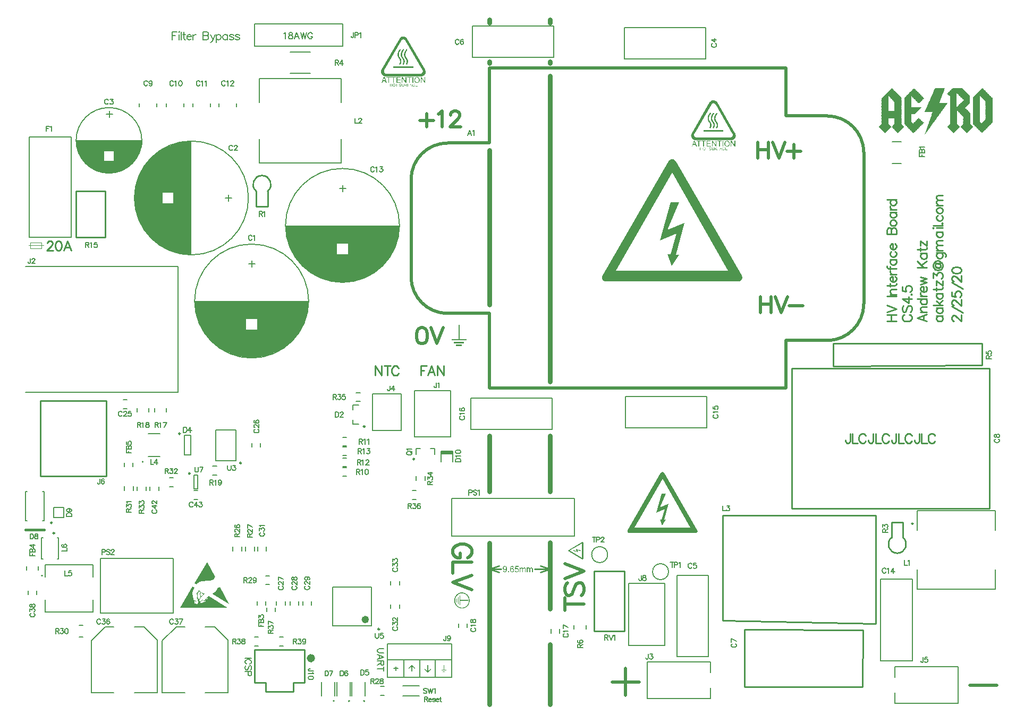
<source format=gto>
G04*
G04 #@! TF.GenerationSoftware,Altium Limited,Altium Designer,20.0.13 (296)*
G04*
G04 Layer_Color=65535*
%FSTAX25Y25*%
%MOIN*%
G70*
G01*
G75*
%ADD10C,0.03000*%
%ADD11C,0.02000*%
%ADD12C,0.00787*%
%ADD13C,0.00984*%
%ADD14C,0.02362*%
%ADD15C,0.01000*%
%ADD16C,0.00600*%
%ADD17C,0.00500*%
%ADD18C,0.00800*%
%ADD19C,0.01575*%
%ADD20C,0.00700*%
%ADD21R,0.07087X0.02000*%
G36*
X0577843Y0387393D02*
X0577742D01*
Y0387292D01*
X0577843D01*
Y0387191D01*
X0577742D01*
Y0387089D01*
X0577641D01*
Y0386988D01*
Y0386887D01*
Y0386786D01*
X0577539D01*
Y0386685D01*
X0577641D01*
Y0386584D01*
X0577539D01*
Y0386483D01*
X0577438D01*
Y0386381D01*
X0577337D01*
Y038628D01*
X0577438D01*
Y0386179D01*
X0577337D01*
Y0386078D01*
Y0385977D01*
Y0385876D01*
X0577236D01*
Y0385774D01*
X0577135D01*
Y0385673D01*
X0577236D01*
Y0385572D01*
X0577135D01*
Y0385471D01*
X0577034D01*
Y038537D01*
Y0385269D01*
Y0385168D01*
X0576933D01*
Y0385066D01*
X0577034D01*
Y0384965D01*
X0576933D01*
Y0384864D01*
X0576831D01*
Y0384763D01*
X057673D01*
Y0384662D01*
X0576831D01*
Y0384561D01*
X057673D01*
Y038446D01*
Y0384358D01*
Y0384257D01*
X0576629D01*
Y0384156D01*
X0576528D01*
Y0384055D01*
X0576629D01*
Y0383954D01*
X0576528D01*
Y0383853D01*
Y0383752D01*
Y038365D01*
X0576427D01*
Y0383549D01*
X0576326D01*
Y0383448D01*
X0576427D01*
Y0383347D01*
X0576326D01*
Y0383246D01*
Y0383145D01*
X0576225D01*
Y0383044D01*
Y0382942D01*
X0576123D01*
Y0382841D01*
X0576225D01*
Y038274D01*
X0576123D01*
Y0382639D01*
X0576022D01*
Y0382538D01*
Y0382437D01*
Y0382335D01*
X0575921D01*
Y0382234D01*
X0576022D01*
Y0382133D01*
X0575921D01*
Y0382032D01*
X057582D01*
Y0381931D01*
X0575719D01*
Y038183D01*
X057582D01*
Y0381729D01*
X0575719D01*
Y0381627D01*
X0575618D01*
Y0381526D01*
Y0381425D01*
Y0381324D01*
X0575517D01*
Y0381223D01*
X0575618D01*
Y0381122D01*
X0575517D01*
Y0381021D01*
X0575415D01*
Y0380919D01*
Y0380818D01*
Y0380717D01*
X0575314D01*
Y0380616D01*
Y0380515D01*
Y0380414D01*
X0575213D01*
Y0380312D01*
X0575112D01*
Y0380211D01*
X0575213D01*
Y038011D01*
X0575112D01*
Y0380009D01*
Y0379908D01*
Y0379807D01*
X0575011D01*
Y0379706D01*
X057491D01*
Y0379605D01*
X0575011D01*
Y0379503D01*
X057491D01*
Y0379402D01*
Y0379301D01*
Y03792D01*
X0574809D01*
Y0379099D01*
X0574707D01*
Y0378998D01*
X0574809D01*
Y0378896D01*
X0574707D01*
Y0378795D01*
X0574606D01*
Y0378694D01*
Y0378593D01*
Y0378492D01*
X0574505D01*
Y0378391D01*
X0574606D01*
Y037829D01*
X0574505D01*
Y0378188D01*
X0574404D01*
Y0378087D01*
X0574505D01*
Y0377986D01*
X0574606D01*
Y0378087D01*
X0574707D01*
Y0377986D01*
X0574809D01*
Y0378087D01*
X0574707D01*
Y0378188D01*
X0574809D01*
Y0378087D01*
X057491D01*
Y0377986D01*
X0575011D01*
Y0378087D01*
X0575112D01*
Y0377986D01*
X0575213D01*
Y0378087D01*
X0575112D01*
Y0378188D01*
X0575213D01*
Y0378087D01*
X0575314D01*
Y0377986D01*
X0575415D01*
Y0378087D01*
X0575517D01*
Y0377986D01*
X0575618D01*
Y0378087D01*
X0575517D01*
Y0378188D01*
X0575618D01*
Y0378087D01*
X0575719D01*
Y0377986D01*
X057582D01*
Y0378087D01*
X0575921D01*
Y0377986D01*
X0576022D01*
Y0378087D01*
X0575921D01*
Y0378188D01*
X0576022D01*
Y0378087D01*
X0576123D01*
Y0377986D01*
X0576225D01*
Y0378087D01*
X0576326D01*
Y0377986D01*
X0576427D01*
Y0378087D01*
X0576326D01*
Y0378188D01*
X0576427D01*
Y0378087D01*
X0576528D01*
Y0377986D01*
X0576629D01*
Y0378087D01*
X057673D01*
Y0377986D01*
X0576831D01*
Y0378087D01*
X057673D01*
Y0378188D01*
X0576831D01*
Y0378087D01*
X0576933D01*
Y0377986D01*
X0577034D01*
Y0378087D01*
X0577135D01*
Y0377986D01*
X0577236D01*
Y0378087D01*
X0577135D01*
Y0378188D01*
X0577236D01*
Y0378087D01*
X0577337D01*
Y0377986D01*
X0577438D01*
Y0378087D01*
X0577539D01*
Y0377986D01*
X0577641D01*
Y0378087D01*
X0577539D01*
Y0378188D01*
X0577641D01*
Y0378087D01*
X0577742D01*
Y0377986D01*
X0577843D01*
Y0378087D01*
X0577944D01*
Y0377986D01*
X0578045D01*
Y0378087D01*
X0577944D01*
Y0378188D01*
X0578045D01*
Y0378087D01*
X0578146D01*
Y0377986D01*
X0578247D01*
Y0378087D01*
X0578349D01*
Y0377986D01*
X057845D01*
Y0378087D01*
X0578349D01*
Y0378188D01*
X057845D01*
Y0378087D01*
X0578551D01*
Y0377986D01*
X0578652D01*
Y0378087D01*
X0578753D01*
Y0377986D01*
X0578854D01*
Y0378087D01*
X0578753D01*
Y0378188D01*
X0578854D01*
Y0378087D01*
X0578956D01*
Y0377986D01*
X0579057D01*
Y0378087D01*
X0579158D01*
Y0377986D01*
X0579259D01*
Y0378087D01*
X0579158D01*
Y0378188D01*
X0579259D01*
Y0378087D01*
X057936D01*
Y0377986D01*
X0579461D01*
Y0377885D01*
X057936D01*
Y0377784D01*
X0579259D01*
Y0377683D01*
X0579158D01*
Y0377582D01*
Y037748D01*
Y0377379D01*
X0579057D01*
Y0377278D01*
X0578956D01*
Y0377177D01*
X0578854D01*
Y0377076D01*
X0578753D01*
Y0376975D01*
X0578854D01*
Y0376873D01*
X0578551D01*
Y0376772D01*
X0578652D01*
Y0376671D01*
X0578551D01*
Y037657D01*
X057845D01*
Y0376469D01*
X0578349D01*
Y0376368D01*
X0578247D01*
Y0376267D01*
X0578146D01*
Y0376166D01*
Y0376064D01*
Y0375963D01*
X0578045D01*
Y0375862D01*
X0577944D01*
Y0375761D01*
X0577843D01*
Y037566D01*
X0577742D01*
Y0375559D01*
X0577641D01*
Y0375458D01*
X0577539D01*
Y0375356D01*
X0577641D01*
Y0375255D01*
X0577539D01*
Y0375154D01*
X0577438D01*
Y0375053D01*
X0577337D01*
Y0374952D01*
X0577236D01*
Y0374851D01*
X0577135D01*
Y0374749D01*
Y0374648D01*
X0577034D01*
Y0374547D01*
Y0374446D01*
X0576933D01*
Y0374345D01*
X0576831D01*
Y0374244D01*
X057673D01*
Y0374143D01*
X0576629D01*
Y0374041D01*
X0576528D01*
Y037394D01*
X0576629D01*
Y0373839D01*
X0576427D01*
Y0373738D01*
Y0373637D01*
X0576326D01*
Y0373536D01*
X0576225D01*
Y0373434D01*
X0576123D01*
Y0373333D01*
Y0373232D01*
X0576022D01*
Y0373131D01*
Y037303D01*
X0575921D01*
Y0372929D01*
X057582D01*
Y0372828D01*
X0575719D01*
Y0372726D01*
X0575618D01*
Y0372625D01*
X0575517D01*
Y0372524D01*
X0575618D01*
Y0372423D01*
X0575415D01*
Y0372322D01*
Y0372221D01*
X0575314D01*
Y037212D01*
X0575213D01*
Y0372018D01*
X0575112D01*
Y0371917D01*
Y0371816D01*
X0575011D01*
Y0371715D01*
Y0371614D01*
X057491D01*
Y0371513D01*
X0574809D01*
Y0371412D01*
X0574707D01*
Y037131D01*
X0574606D01*
Y0371209D01*
X0574505D01*
Y0371108D01*
X0574606D01*
Y0371007D01*
X0574404D01*
Y0370906D01*
Y0370805D01*
X0574303D01*
Y0370704D01*
X0574202D01*
Y0370602D01*
X05741D01*
Y0370501D01*
Y03704D01*
X0573999D01*
Y0370299D01*
Y0370198D01*
X0573898D01*
Y0370097D01*
X0573797D01*
Y0369995D01*
X0573696D01*
Y0369894D01*
X0573595D01*
Y0369793D01*
X0573494D01*
Y0369692D01*
X0573595D01*
Y0369591D01*
X0573392D01*
Y036949D01*
Y0369389D01*
X0573291D01*
Y0369287D01*
X057319D01*
Y0369186D01*
X0573089D01*
Y0369085D01*
Y0368984D01*
X0572887D01*
Y0368883D01*
X0572988D01*
Y0368782D01*
X0572887D01*
Y0368681D01*
X0572786D01*
Y0368579D01*
X0572684D01*
Y0368478D01*
X0572583D01*
Y0368377D01*
X0572482D01*
Y0368276D01*
X0572583D01*
Y0368175D01*
X057228D01*
Y0368074D01*
X0572381D01*
Y0367973D01*
X057228D01*
Y0367871D01*
X0572179D01*
Y036777D01*
X0572078D01*
Y0367669D01*
Y0367568D01*
X0571875D01*
Y0367467D01*
Y0367366D01*
Y0367265D01*
X0571774D01*
Y0367163D01*
X0571673D01*
Y0367062D01*
X0571572D01*
Y0366961D01*
X0571471D01*
Y036686D01*
X0571572D01*
Y0366759D01*
X0571268D01*
Y0366658D01*
X057137D01*
Y0366557D01*
X0571268D01*
Y0366455D01*
X0571167D01*
Y0366354D01*
X0571066D01*
Y0366253D01*
X0570965D01*
Y0366152D01*
X0570864D01*
Y0366051D01*
X0570965D01*
Y036595D01*
X0570864D01*
Y0365848D01*
X0570763D01*
Y0365747D01*
X0570661D01*
Y0365646D01*
X057056D01*
Y0365545D01*
X0570459D01*
Y0365444D01*
X0570358D01*
Y0365343D01*
X0570257D01*
Y0365242D01*
X0570358D01*
Y036514D01*
X0570257D01*
Y0365039D01*
X0570156D01*
Y0364938D01*
X0570055D01*
Y0364837D01*
X0569953D01*
Y0364736D01*
X0569852D01*
Y0364635D01*
Y0364534D01*
Y0364432D01*
X0569751D01*
Y0364331D01*
X056965D01*
Y036423D01*
X0569549D01*
Y0364129D01*
X0569448D01*
Y0364028D01*
X0569549D01*
Y0363927D01*
X0569448D01*
Y0364028D01*
X0569347D01*
Y0363927D01*
X0569245D01*
Y0363825D01*
X0569347D01*
Y0363724D01*
X0569245D01*
Y0363623D01*
X0569144D01*
Y0363522D01*
X0569043D01*
Y0363421D01*
X0568942D01*
Y036332D01*
X0568841D01*
Y0363219D01*
Y0363118D01*
Y0363016D01*
X056874D01*
Y0362915D01*
X0568639D01*
Y0362814D01*
X0568537D01*
Y0362713D01*
X0568436D01*
Y0362612D01*
X0568335D01*
Y0362511D01*
X0568234D01*
Y0362409D01*
X0568335D01*
Y0362308D01*
X0568234D01*
Y0362207D01*
X0568133D01*
Y0362106D01*
X0568032D01*
Y0362005D01*
X0567931D01*
Y0361904D01*
X0567829D01*
Y0361803D01*
Y0361701D01*
X0567728D01*
Y03616D01*
Y0361499D01*
X0567627D01*
Y0361398D01*
X0567526D01*
Y0361297D01*
X0567425D01*
Y0361196D01*
X0567324D01*
Y0361094D01*
X0567222D01*
Y0360993D01*
X0567324D01*
Y0360892D01*
X056702D01*
Y0360791D01*
X0567121D01*
Y036069D01*
X056702D01*
Y0360589D01*
X0566919D01*
Y0360488D01*
X0566818D01*
Y0360386D01*
Y0360285D01*
X0566717D01*
Y0360184D01*
Y0360083D01*
X0566616D01*
Y0359982D01*
X0566514D01*
Y0359881D01*
X0566413D01*
Y035978D01*
X0566312D01*
Y0359679D01*
X0566211D01*
Y0359577D01*
X0566312D01*
Y0359476D01*
X056611D01*
Y0359375D01*
Y0359274D01*
X0566009D01*
Y0359173D01*
X0565908D01*
Y0359072D01*
X0565806D01*
Y035897D01*
Y0358869D01*
X0565705D01*
Y0358768D01*
Y0358667D01*
X0565604D01*
Y0358566D01*
X0565503D01*
Y0358465D01*
X0565402D01*
Y0358364D01*
X0565301D01*
Y0358465D01*
X05652D01*
Y0358566D01*
X0565301D01*
Y0358667D01*
X0565402D01*
Y0358768D01*
X0565503D01*
Y0358869D01*
X0565402D01*
Y035897D01*
X0565503D01*
Y0359072D01*
X0565402D01*
Y0359173D01*
X0565503D01*
Y0359274D01*
X0565604D01*
Y0359375D01*
X0565705D01*
Y0359476D01*
X0565604D01*
Y0359577D01*
X0565705D01*
Y0359679D01*
Y035978D01*
Y0359881D01*
X0565806D01*
Y0359982D01*
X0565908D01*
Y0360083D01*
X0565806D01*
Y0360184D01*
X0565908D01*
Y0360285D01*
X0565806D01*
Y0360386D01*
X0566009D01*
Y0360488D01*
Y0360589D01*
X056611D01*
Y036069D01*
X0566009D01*
Y0360791D01*
X056611D01*
Y0360892D01*
Y0360993D01*
X0566211D01*
Y0361094D01*
Y0361196D01*
X0566312D01*
Y0361297D01*
X0566211D01*
Y0361398D01*
X0566312D01*
Y0361499D01*
X0566211D01*
Y03616D01*
X0566413D01*
Y0361701D01*
Y0361803D01*
X0566514D01*
Y0361904D01*
X0566413D01*
Y0362005D01*
X0566514D01*
Y0362106D01*
X0566616D01*
Y0362207D01*
Y0362308D01*
Y0362409D01*
X0566717D01*
Y0362511D01*
X0566616D01*
Y0362612D01*
X0566717D01*
Y0362713D01*
X0566818D01*
Y0362814D01*
Y0362915D01*
Y0363016D01*
X0566919D01*
Y0363118D01*
Y0363219D01*
Y036332D01*
X056702D01*
Y0363421D01*
Y0363522D01*
Y0363623D01*
X0567121D01*
Y0363724D01*
Y0363825D01*
Y0363927D01*
X0567222D01*
Y0364028D01*
X0567324D01*
Y0364129D01*
X0567222D01*
Y036423D01*
X0567324D01*
Y0364331D01*
Y0364432D01*
Y0364534D01*
X0567425D01*
Y0364635D01*
Y0364736D01*
Y0364837D01*
X0567526D01*
Y0364938D01*
Y0365039D01*
Y036514D01*
X0567627D01*
Y0365242D01*
X0567728D01*
Y0365343D01*
X0567627D01*
Y0365444D01*
X0567728D01*
Y0365545D01*
Y0365646D01*
Y0365747D01*
X0567829D01*
Y0365848D01*
X0567931D01*
Y036595D01*
X0567829D01*
Y0366051D01*
X0567931D01*
Y0366152D01*
X0568032D01*
Y0366253D01*
X0567931D01*
Y0366354D01*
X0568032D01*
Y0366455D01*
X0568133D01*
Y0366557D01*
X0568032D01*
Y0366658D01*
X0568133D01*
Y0366759D01*
X0568234D01*
Y036686D01*
Y0366961D01*
Y0367062D01*
X0568335D01*
Y0367163D01*
X0568234D01*
Y0367265D01*
X0568335D01*
Y0367366D01*
X0568436D01*
Y0367467D01*
Y0367568D01*
Y0367669D01*
X0568537D01*
Y036777D01*
X0568436D01*
Y0367871D01*
X0568537D01*
Y0367973D01*
X0568639D01*
Y0368074D01*
X056874D01*
Y0368175D01*
X0568639D01*
Y0368276D01*
X056874D01*
Y0368377D01*
X0568639D01*
Y0368478D01*
X056874D01*
Y0368579D01*
X0568841D01*
Y0368681D01*
X0568942D01*
Y0368782D01*
X0568841D01*
Y0368883D01*
X0568942D01*
Y0368984D01*
Y0369085D01*
Y0369186D01*
X0569043D01*
Y0369287D01*
X0569144D01*
Y0369389D01*
X0569043D01*
Y036949D01*
X0569144D01*
Y0369591D01*
X0569043D01*
Y0369692D01*
X0569144D01*
Y0369793D01*
X0569245D01*
Y0369894D01*
X0569347D01*
Y0369995D01*
X0569245D01*
Y0370097D01*
X0569347D01*
Y0370198D01*
Y0370299D01*
X0569448D01*
Y03704D01*
Y0370501D01*
X0569549D01*
Y0370602D01*
X0569448D01*
Y0370704D01*
X0569549D01*
Y0370805D01*
Y0370906D01*
X056965D01*
Y0371007D01*
Y0371108D01*
X0569751D01*
Y0371209D01*
X056965D01*
Y037131D01*
X0569751D01*
Y0371412D01*
X0569852D01*
Y0371513D01*
Y0371614D01*
Y0371715D01*
X0569953D01*
Y0371816D01*
X0569852D01*
Y0371917D01*
X0569953D01*
Y0372018D01*
Y037212D01*
X0570055D01*
Y0372221D01*
Y0372322D01*
X0570156D01*
Y0372423D01*
X0570055D01*
Y0372524D01*
X0569953D01*
Y0372625D01*
X0569852D01*
Y0372524D01*
X0569549D01*
Y0372625D01*
X0569448D01*
Y0372524D01*
X0569144D01*
Y0372625D01*
X0569043D01*
Y0372524D01*
X056874D01*
Y0372625D01*
X0568639D01*
Y0372524D01*
X0568335D01*
Y0372625D01*
X0568234D01*
Y0372524D01*
X0567931D01*
Y0372625D01*
X0567829D01*
Y0372524D01*
X0567526D01*
Y0372625D01*
X0567425D01*
Y0372524D01*
X0567121D01*
Y0372625D01*
X056702D01*
Y0372524D01*
X0566717D01*
Y0372625D01*
X0566616D01*
Y0372524D01*
X0566312D01*
Y0372625D01*
X0566211D01*
Y0372524D01*
X0565908D01*
Y0372625D01*
X0565806D01*
Y0372524D01*
X0565503D01*
Y0372625D01*
X0565402D01*
Y0372524D01*
X0565301D01*
Y0372625D01*
X05652D01*
Y0372726D01*
X0565301D01*
Y0372828D01*
Y0372929D01*
Y037303D01*
X0565402D01*
Y0373131D01*
X0565503D01*
Y0373232D01*
X0565402D01*
Y0373333D01*
X0565503D01*
Y0373434D01*
X0565604D01*
Y0373536D01*
X0565705D01*
Y0373637D01*
X0565604D01*
Y0373738D01*
X0565705D01*
Y0373839D01*
X0565806D01*
Y037394D01*
Y0374041D01*
Y0374143D01*
X0565908D01*
Y0374244D01*
Y0374345D01*
Y0374446D01*
X0566009D01*
Y0374547D01*
X056611D01*
Y0374648D01*
X0566009D01*
Y0374749D01*
X056611D01*
Y0374851D01*
X0566211D01*
Y0374952D01*
X0566312D01*
Y0375053D01*
X0566211D01*
Y0375154D01*
X0566312D01*
Y0375255D01*
X0566413D01*
Y0375356D01*
Y0375458D01*
Y0375559D01*
X0566514D01*
Y037566D01*
Y0375761D01*
X0566616D01*
Y0375862D01*
Y0375963D01*
X0566717D01*
Y0376064D01*
X0566616D01*
Y0376166D01*
X0566717D01*
Y0376267D01*
X0566818D01*
Y0376368D01*
X0566919D01*
Y0376469D01*
X0566818D01*
Y037657D01*
X0566919D01*
Y0376671D01*
X056702D01*
Y0376772D01*
Y0376873D01*
Y0376975D01*
X0567121D01*
Y0377076D01*
X0567222D01*
Y0377177D01*
X0567324D01*
Y0377278D01*
X0567222D01*
Y0377379D01*
X0567324D01*
Y037748D01*
Y0377582D01*
X0567425D01*
Y0377683D01*
Y0377784D01*
X0567526D01*
Y0377885D01*
Y0377986D01*
Y0378087D01*
X0567627D01*
Y0378188D01*
X0567728D01*
Y037829D01*
X0567627D01*
Y0378391D01*
X0567728D01*
Y0378492D01*
X0567829D01*
Y0378593D01*
X0567931D01*
Y0378694D01*
X0567829D01*
Y0378795D01*
X0567931D01*
Y0378896D01*
Y0378998D01*
X0568032D01*
Y0379099D01*
Y03792D01*
X0568133D01*
Y0379301D01*
Y0379402D01*
Y0379503D01*
X0568234D01*
Y0379605D01*
X0568335D01*
Y0379706D01*
X0568234D01*
Y0379807D01*
X0568335D01*
Y0379908D01*
X0568436D01*
Y0380009D01*
X0568537D01*
Y038011D01*
X0568436D01*
Y0380211D01*
X0568537D01*
Y0380312D01*
X0568639D01*
Y0380414D01*
Y0380515D01*
Y0380616D01*
X056874D01*
Y0380717D01*
Y0380818D01*
Y0380919D01*
X0568841D01*
Y0381021D01*
X0568942D01*
Y0381122D01*
Y0381223D01*
Y0381324D01*
X0569043D01*
Y0381425D01*
X0569144D01*
Y0381526D01*
X0569043D01*
Y0381627D01*
X0569144D01*
Y0381729D01*
X0569245D01*
Y038183D01*
X0569347D01*
Y0381931D01*
X0569245D01*
Y0382032D01*
X0569347D01*
Y0382133D01*
X0569448D01*
Y0382234D01*
Y0382335D01*
Y0382437D01*
X0569549D01*
Y0382538D01*
X0569448D01*
Y0382639D01*
X056965D01*
Y038274D01*
Y0382841D01*
X0569751D01*
Y0382942D01*
Y0383044D01*
Y0383145D01*
X0569852D01*
Y0383246D01*
X0569953D01*
Y0383347D01*
X0569852D01*
Y0383448D01*
X0569953D01*
Y0383549D01*
X0570055D01*
Y038365D01*
X0570156D01*
Y0383752D01*
X0570055D01*
Y0383853D01*
X0570156D01*
Y0383954D01*
Y0384055D01*
X0570257D01*
Y0384156D01*
Y0384257D01*
X0570358D01*
Y0384358D01*
Y038446D01*
Y0384561D01*
X0570459D01*
Y0384662D01*
X057056D01*
Y0384763D01*
X0570459D01*
Y0384864D01*
X057056D01*
Y0384965D01*
X0570661D01*
Y0385066D01*
X0570763D01*
Y0385168D01*
X0570661D01*
Y0385269D01*
X0570763D01*
Y038537D01*
Y0385471D01*
X0570864D01*
Y0385572D01*
Y0385673D01*
X0570965D01*
Y0385774D01*
Y0385876D01*
Y0385977D01*
X0571066D01*
Y0385876D01*
X0571167D01*
Y0385977D01*
X0571066D01*
Y0386078D01*
X0571167D01*
Y0386179D01*
X0571066D01*
Y038628D01*
X0571167D01*
Y0386381D01*
X0571268D01*
Y0386483D01*
X057137D01*
Y0386584D01*
X0571268D01*
Y0386685D01*
X057137D01*
Y0386786D01*
X0571471D01*
Y0386887D01*
Y0386988D01*
Y0387089D01*
X0571572D01*
Y0387191D01*
X0571673D01*
Y0387292D01*
Y0387393D01*
Y0387494D01*
X0577843D01*
Y0387393D01*
D02*
G37*
G36*
X0558524Y0387292D02*
X0558827D01*
Y0387191D01*
X0558726D01*
Y0387089D01*
X055903D01*
Y0386988D01*
X0558928D01*
Y0386887D01*
X0559232D01*
Y0386786D01*
X0559131D01*
Y0386685D01*
X0559434D01*
Y0386584D01*
X0559333D01*
Y0386483D01*
X0559636D01*
Y0386381D01*
X0559535D01*
Y038628D01*
X0559839D01*
Y0386179D01*
X0559738D01*
Y0386078D01*
X0560041D01*
Y0385977D01*
X055994D01*
Y0385876D01*
X0560243D01*
Y0385774D01*
X0560142D01*
Y0385673D01*
X0560446D01*
Y0385572D01*
X0560345D01*
Y0385471D01*
X0560648D01*
Y038537D01*
X0560547D01*
Y0385269D01*
X056085D01*
Y0385168D01*
X0560749D01*
Y0385066D01*
X0561053D01*
Y0384965D01*
X0560951D01*
Y0384864D01*
X0561255D01*
Y0384763D01*
X0561154D01*
Y0384662D01*
X0561457D01*
Y0384561D01*
X0561356D01*
Y038446D01*
X0561659D01*
Y0384358D01*
X0561558D01*
Y0384257D01*
X0561862D01*
Y0384156D01*
X0561761D01*
Y0384055D01*
X0562064D01*
Y0383954D01*
X0561963D01*
Y0383853D01*
X0562266D01*
Y0383752D01*
X0562165D01*
Y038365D01*
X0562469D01*
Y0383549D01*
X0562367D01*
Y0383448D01*
X0562671D01*
Y0383347D01*
X056257D01*
Y0383246D01*
X0562873D01*
Y0383145D01*
X0562772D01*
Y0383044D01*
X0563075D01*
Y0382942D01*
X0562974D01*
Y0382841D01*
X0563278D01*
Y038274D01*
X0563177D01*
Y0382639D01*
X056348D01*
Y0382538D01*
X0563379D01*
Y0382437D01*
X0563682D01*
Y0382335D01*
X0563581D01*
Y0382234D01*
X0563885D01*
Y0382133D01*
X0563784D01*
Y0382032D01*
X0564087D01*
Y0381931D01*
X0563986D01*
Y038183D01*
X0564289D01*
Y0381729D01*
X0564188D01*
Y0381627D01*
X0564492D01*
Y0381526D01*
X056439D01*
Y0381425D01*
X0564694D01*
Y0381324D01*
X0564593D01*
Y0381223D01*
X0564896D01*
Y0381122D01*
X0564795D01*
Y0381021D01*
X0564694D01*
Y0380919D01*
X0564593D01*
Y0380818D01*
X0564492D01*
Y0380717D01*
X056439D01*
Y0380616D01*
X0564289D01*
Y0380515D01*
X0564188D01*
Y0380414D01*
X0564087D01*
Y0380312D01*
X0563986D01*
Y0380211D01*
X0563885D01*
Y038011D01*
X0563784D01*
Y0380009D01*
X0563682D01*
Y0379908D01*
X0563581D01*
Y0379807D01*
X056348D01*
Y0379706D01*
X0563379D01*
Y0379605D01*
X0563278D01*
Y0379503D01*
X0563177D01*
Y0379402D01*
X0563075D01*
Y0379301D01*
X0562974D01*
Y03792D01*
X0562873D01*
Y0379099D01*
X0562772D01*
Y0378998D01*
X0562671D01*
Y0378896D01*
X056257D01*
Y0378795D01*
X0562469D01*
Y0378694D01*
X0562367D01*
Y0378593D01*
X0562266D01*
Y0378492D01*
X0562165D01*
Y0378391D01*
X0562064D01*
Y037829D01*
X0561963D01*
Y0378188D01*
X0561862D01*
Y0378087D01*
X0561761D01*
Y0377986D01*
X0561659D01*
Y0377885D01*
X0561558D01*
Y0377784D01*
X0561457D01*
Y0377885D01*
X0561356D01*
Y0377986D01*
X0561255D01*
Y0378087D01*
X0561154D01*
Y0378188D01*
X0561053D01*
Y037829D01*
X0560951D01*
Y0378391D01*
X056085D01*
Y0378492D01*
X0560749D01*
Y0378593D01*
X0560648D01*
Y0378694D01*
X0560547D01*
Y0378795D01*
X0560446D01*
Y0378896D01*
X0560345D01*
Y0378998D01*
X0560243D01*
Y0379099D01*
X0560142D01*
Y03792D01*
X0560041D01*
Y0379301D01*
X055994D01*
Y0379402D01*
X0559839D01*
Y0379503D01*
X0559738D01*
Y0379605D01*
X0559636D01*
Y0379706D01*
X0559535D01*
Y0379807D01*
X0559434D01*
Y0379908D01*
X0559333D01*
Y0380009D01*
X0559232D01*
Y038011D01*
X0559131D01*
Y0380211D01*
X055903D01*
Y0380312D01*
X0558928D01*
Y0380414D01*
X0558827D01*
Y0380515D01*
X0558726D01*
Y0380616D01*
X0558625D01*
Y0380717D01*
X0558524D01*
Y0380818D01*
X0558423D01*
Y0380919D01*
X0558322D01*
Y0381021D01*
X055822D01*
Y0381122D01*
X0558119D01*
Y0381223D01*
X0558018D01*
Y0381324D01*
X0557917D01*
Y0381425D01*
X0557816D01*
Y0381526D01*
X0557715D01*
Y0381627D01*
X0557614D01*
Y0381729D01*
X0557512D01*
Y038183D01*
X0557411D01*
Y0381931D01*
X055731D01*
Y0382032D01*
X0557209D01*
Y0382133D01*
X0557108D01*
Y0382234D01*
X0557007D01*
Y0382335D01*
X0556906D01*
Y0382437D01*
X0556804D01*
Y0382538D01*
X0556703D01*
Y0382437D01*
X0556804D01*
Y0382335D01*
X0556703D01*
Y0382234D01*
X0556804D01*
Y0382133D01*
X0556703D01*
Y0382032D01*
X0556804D01*
Y0381931D01*
X0556703D01*
Y038183D01*
X0556804D01*
Y0381729D01*
X0556703D01*
Y0381627D01*
X0556804D01*
Y0381526D01*
X0556703D01*
Y0381425D01*
X0556804D01*
Y0381324D01*
X0556703D01*
Y0381223D01*
X0556804D01*
Y0381122D01*
X0556703D01*
Y0381021D01*
X0556804D01*
Y0380919D01*
X0556703D01*
Y0380818D01*
X0556804D01*
Y0380717D01*
X0556703D01*
Y0380616D01*
X0556804D01*
Y0380515D01*
X0556703D01*
Y0380414D01*
X0556804D01*
Y0380312D01*
X0556703D01*
Y0380211D01*
X0556804D01*
Y038011D01*
X0556703D01*
Y0380009D01*
X0556804D01*
Y0379908D01*
X0556703D01*
Y0379807D01*
X0556804D01*
Y0379706D01*
X0556703D01*
Y0379605D01*
X0556804D01*
Y0379503D01*
X0556703D01*
Y0379402D01*
X0556804D01*
Y0379301D01*
X0556703D01*
Y03792D01*
X0556804D01*
Y0379099D01*
X0556703D01*
Y0378998D01*
X0556804D01*
Y0378896D01*
X0556703D01*
Y0378795D01*
X0556804D01*
Y0378694D01*
X0556703D01*
Y0378593D01*
X0556804D01*
Y0378492D01*
X0556703D01*
Y0378391D01*
X0556804D01*
Y037829D01*
X0556703D01*
Y0378188D01*
X0556804D01*
Y0378087D01*
X0556703D01*
Y0377986D01*
X0556804D01*
Y0377885D01*
X0556703D01*
Y0377784D01*
X0556804D01*
Y0377683D01*
X0556703D01*
Y0377582D01*
X0556804D01*
Y037748D01*
X0556703D01*
Y0377379D01*
X0556804D01*
Y0377278D01*
X0556703D01*
Y0377177D01*
X0556804D01*
Y0377076D01*
X0556703D01*
Y0376975D01*
X0556804D01*
Y0376873D01*
X0556703D01*
Y0376772D01*
X0556804D01*
Y0376671D01*
X0556703D01*
Y037657D01*
X0556804D01*
Y0376469D01*
X0556703D01*
Y0376368D01*
X0556804D01*
Y0376267D01*
X0556703D01*
Y0376166D01*
X0556804D01*
Y0376064D01*
X0556703D01*
Y0375963D01*
X0556804D01*
Y0375862D01*
X0556703D01*
Y0375761D01*
X0556804D01*
Y037566D01*
X0556703D01*
Y0375559D01*
X0556804D01*
Y0375458D01*
X0556906D01*
Y0375356D01*
X0557007D01*
Y0375458D01*
X0557108D01*
Y0375559D01*
X0557209D01*
Y0375458D01*
X055731D01*
Y0375356D01*
X0557411D01*
Y0375458D01*
X0557512D01*
Y0375559D01*
X0557614D01*
Y0375458D01*
X0557715D01*
Y0375356D01*
X0557816D01*
Y0375458D01*
X0557917D01*
Y0375559D01*
X0558018D01*
Y0375458D01*
X0558119D01*
Y0375356D01*
X055822D01*
Y0375458D01*
X0558322D01*
Y0375559D01*
X0558423D01*
Y0375458D01*
X0558524D01*
Y0375356D01*
X0558625D01*
Y0375458D01*
X0558726D01*
Y0375559D01*
X0558827D01*
Y0375458D01*
X0558928D01*
Y0375356D01*
X055903D01*
Y0375458D01*
X0559131D01*
Y0375559D01*
X0559232D01*
Y0375458D01*
X0559333D01*
Y0375356D01*
X0559434D01*
Y0375458D01*
X0559535D01*
Y0375559D01*
X0559636D01*
Y0375458D01*
X0559738D01*
Y0375356D01*
X0559839D01*
Y0375458D01*
X055994D01*
Y0375559D01*
X0560041D01*
Y0375458D01*
X0560142D01*
Y0375356D01*
X0560243D01*
Y0375458D01*
X0560345D01*
Y0375559D01*
X0560446D01*
Y0375458D01*
X0560547D01*
Y0375356D01*
X0560648D01*
Y0375458D01*
X0560749D01*
Y0375559D01*
X056085D01*
Y0375458D01*
X0560951D01*
Y0375356D01*
X0561053D01*
Y0375458D01*
X0561154D01*
Y0375559D01*
X0561255D01*
Y0375458D01*
X0561356D01*
Y0375356D01*
X0561457D01*
Y0375458D01*
X0561558D01*
Y0375559D01*
X0561659D01*
Y0375458D01*
X0561761D01*
Y0375356D01*
X0561862D01*
Y0375458D01*
X0561963D01*
Y0375559D01*
X0562064D01*
Y0375458D01*
X0562165D01*
Y0375356D01*
X0562266D01*
Y0375458D01*
X0562367D01*
Y0375559D01*
X0562469D01*
Y0375458D01*
X056257D01*
Y0375356D01*
X0562671D01*
Y0375458D01*
X0562772D01*
Y0375559D01*
X0562873D01*
Y0375458D01*
X0562974D01*
Y0375356D01*
X0563075D01*
Y0375458D01*
X0563177D01*
Y0375356D01*
X0563278D01*
Y0375255D01*
X0563177D01*
Y0375154D01*
X0563075D01*
Y0375053D01*
X0562873D01*
Y0374952D01*
Y0374851D01*
X0562671D01*
Y0374749D01*
Y0374648D01*
X0562469D01*
Y0374547D01*
Y0374446D01*
X0562367D01*
Y0374345D01*
X0562266D01*
Y0374244D01*
X0562064D01*
Y0374143D01*
Y0374041D01*
X0561862D01*
Y037394D01*
Y0373839D01*
X0561659D01*
Y0373738D01*
Y0373637D01*
X0561558D01*
Y0373536D01*
X0561457D01*
Y0373434D01*
X0561356D01*
Y0373333D01*
X0561255D01*
Y0373232D01*
X0561154D01*
Y0373131D01*
X0561053D01*
Y037303D01*
X0560951D01*
Y0372929D01*
X056085D01*
Y0372828D01*
X0560749D01*
Y0372726D01*
X0560648D01*
Y0372625D01*
X0560547D01*
Y0372524D01*
X0560446D01*
Y0372423D01*
X0560345D01*
Y0372322D01*
X0560243D01*
Y0372221D01*
X0560142D01*
Y037212D01*
X0560041D01*
Y0372018D01*
X055994D01*
Y0371917D01*
X0559839D01*
Y0371816D01*
X0559738D01*
Y0371715D01*
X0559636D01*
Y0371614D01*
X0559535D01*
Y0371513D01*
X0559434D01*
Y0371412D01*
X0559333D01*
Y037131D01*
X0559232D01*
Y0371209D01*
X0556703D01*
Y0371108D01*
X0556804D01*
Y0371007D01*
X0556703D01*
Y0370906D01*
X0556804D01*
Y0370805D01*
X0556703D01*
Y0370704D01*
X0556804D01*
Y0370602D01*
X0556703D01*
Y0370501D01*
X0556804D01*
Y03704D01*
X0556703D01*
Y0370299D01*
X0556804D01*
Y0370198D01*
X0556703D01*
Y0370097D01*
X0556804D01*
Y0369995D01*
X0556703D01*
Y0369894D01*
X0556804D01*
Y0369793D01*
X0556703D01*
Y0369692D01*
X0556804D01*
Y0369591D01*
X0556703D01*
Y036949D01*
X0556804D01*
Y0369389D01*
X0556703D01*
Y0369287D01*
X0556804D01*
Y0369186D01*
X0556703D01*
Y0369085D01*
X0556804D01*
Y0368984D01*
X0556703D01*
Y0368883D01*
X0556804D01*
Y0368782D01*
X0556703D01*
Y0368681D01*
X0556804D01*
Y0368579D01*
X0556703D01*
Y0368478D01*
X0556804D01*
Y0368377D01*
X0556703D01*
Y0368276D01*
X0556804D01*
Y0368175D01*
X0556703D01*
Y0368074D01*
X0556804D01*
Y0367973D01*
X0556703D01*
Y0367871D01*
X0556804D01*
Y036777D01*
X0556703D01*
Y0367669D01*
X0556804D01*
Y0367568D01*
X0556703D01*
Y0367467D01*
X0556804D01*
Y0367366D01*
X0556703D01*
Y0367265D01*
X0556804D01*
Y0367163D01*
X0556703D01*
Y0367062D01*
X0556804D01*
Y0366961D01*
X0556703D01*
Y036686D01*
X0556804D01*
Y0366759D01*
X0556703D01*
Y0366658D01*
X0556804D01*
Y0366557D01*
X0556703D01*
Y0366455D01*
X0556804D01*
Y0366354D01*
X0556703D01*
Y0366253D01*
X0556906D01*
Y0366152D01*
Y0366051D01*
X0557209D01*
Y036595D01*
Y0365848D01*
X0557411D01*
Y0365747D01*
X055731D01*
Y0365646D01*
X0557614D01*
Y0365545D01*
Y0365444D01*
X0557816D01*
Y0365343D01*
Y0365242D01*
X0558018D01*
Y0365343D01*
Y0365444D01*
X055822D01*
Y0365545D01*
X0558119D01*
Y0365646D01*
X0558423D01*
Y0365747D01*
Y0365848D01*
X0558625D01*
Y036595D01*
X0558524D01*
Y0366051D01*
X0558827D01*
Y0366152D01*
Y0366253D01*
X055903D01*
Y0366354D01*
X0558928D01*
Y0366455D01*
X0559232D01*
Y0366557D01*
X0559333D01*
Y0366658D01*
X0559434D01*
Y0366759D01*
X0559333D01*
Y036686D01*
X0559636D01*
Y0366961D01*
Y0367062D01*
X0559839D01*
Y0367163D01*
X0559738D01*
Y0367265D01*
X0560041D01*
Y0367366D01*
Y0367467D01*
X0560243D01*
Y0367568D01*
X0560142D01*
Y0367669D01*
X0560446D01*
Y036777D01*
Y0367871D01*
X0560648D01*
Y0367973D01*
X0560547D01*
Y0368074D01*
X056085D01*
Y0368175D01*
X0560951D01*
Y0368276D01*
X0561053D01*
Y0368377D01*
X0560951D01*
Y0368478D01*
X0561255D01*
Y0368579D01*
Y0368681D01*
X0561457D01*
Y0368782D01*
X0561356D01*
Y0368883D01*
X0561457D01*
Y0368782D01*
X0561558D01*
Y0368681D01*
X0561659D01*
Y0368579D01*
X0561761D01*
Y0368478D01*
X0561862D01*
Y0368377D01*
X0561963D01*
Y0368276D01*
X0562064D01*
Y0368175D01*
X0562165D01*
Y0368074D01*
X0562266D01*
Y0367973D01*
X0562367D01*
Y0367871D01*
X0562469D01*
Y036777D01*
X056257D01*
Y0367669D01*
X0562671D01*
Y0367568D01*
X0562772D01*
Y0367467D01*
X0562873D01*
Y0367366D01*
X0562974D01*
Y0367265D01*
X0563075D01*
Y0367163D01*
X0563177D01*
Y0367062D01*
X0563278D01*
Y0366961D01*
X0563379D01*
Y036686D01*
X056348D01*
Y0366759D01*
X0563581D01*
Y0366658D01*
X0563682D01*
Y0366557D01*
X0563784D01*
Y0366455D01*
X0563986D01*
Y0366354D01*
Y0366253D01*
X0564188D01*
Y0366152D01*
Y0366051D01*
X056439D01*
Y036595D01*
Y0365848D01*
X0564492D01*
Y0365747D01*
X0564593D01*
Y0365646D01*
X0564694D01*
Y0365545D01*
X0564492D01*
Y0365444D01*
Y0365343D01*
X0564188D01*
Y0365242D01*
X0564289D01*
Y036514D01*
X0564087D01*
Y0365039D01*
Y0364938D01*
X0563784D01*
Y0364837D01*
X0563885D01*
Y0364736D01*
X0563682D01*
Y0364635D01*
Y0364534D01*
X0563379D01*
Y0364432D01*
X056348D01*
Y0364331D01*
X0563278D01*
Y036423D01*
Y0364129D01*
X0562974D01*
Y0364028D01*
X0563075D01*
Y0363927D01*
X0562873D01*
Y0363825D01*
Y0363724D01*
X056257D01*
Y0363623D01*
X0562671D01*
Y0363522D01*
X0562367D01*
Y0363421D01*
X0562469D01*
Y036332D01*
X0562165D01*
Y0363219D01*
X0562266D01*
Y0363118D01*
X0561963D01*
Y0363016D01*
X0562064D01*
Y0362915D01*
X0561761D01*
Y0362814D01*
X0561862D01*
Y0362713D01*
X0561558D01*
Y0362612D01*
X0561659D01*
Y0362511D01*
X0561356D01*
Y0362409D01*
X0561457D01*
Y0362308D01*
X0561154D01*
Y0362207D01*
X0561255D01*
Y0362106D01*
X0560951D01*
Y0362005D01*
X0561053D01*
Y0361904D01*
X0560749D01*
Y0361803D01*
X056085D01*
Y0361701D01*
X0560749D01*
Y0361803D01*
X0560648D01*
Y0361701D01*
X0560547D01*
Y03616D01*
X0560648D01*
Y0361499D01*
X0560345D01*
Y0361398D01*
X0560446D01*
Y0361297D01*
X0560142D01*
Y0361196D01*
X0560243D01*
Y0361094D01*
X055994D01*
Y0360993D01*
X0560041D01*
Y0360892D01*
X055994D01*
Y0360993D01*
X0559839D01*
Y0360892D01*
X0559738D01*
Y0360791D01*
X0559839D01*
Y036069D01*
X0559535D01*
Y0360589D01*
X0559636D01*
Y0360488D01*
X0559333D01*
Y0360386D01*
X0559434D01*
Y0360285D01*
X0559131D01*
Y0360184D01*
X055903D01*
Y0360083D01*
X0558928D01*
Y0359982D01*
X055903D01*
Y0359881D01*
X0558726D01*
Y035978D01*
X0558625D01*
Y0359679D01*
X0558524D01*
Y0359577D01*
X0558625D01*
Y0359476D01*
X0558524D01*
Y0359577D01*
X0558423D01*
Y0359476D01*
X0558322D01*
Y0359375D01*
X055822D01*
Y0359274D01*
X0558119D01*
Y0359173D01*
X0558018D01*
Y0359274D01*
X0557917D01*
Y0359375D01*
X0557816D01*
Y0359476D01*
X0557715D01*
Y0359577D01*
X0557614D01*
Y0359679D01*
X0557512D01*
Y035978D01*
X0557411D01*
Y0359881D01*
X055731D01*
Y0359982D01*
X0557209D01*
Y0360083D01*
X0557108D01*
Y0360184D01*
X0557007D01*
Y0360285D01*
X0556906D01*
Y0360386D01*
X0557007D01*
Y0360488D01*
X0556703D01*
Y0360589D01*
X0556804D01*
Y036069D01*
X0556501D01*
Y0360791D01*
X0556602D01*
Y0360892D01*
X0556299D01*
Y0360993D01*
X05564D01*
Y0361094D01*
X0556096D01*
Y0361196D01*
X0556197D01*
Y0361297D01*
X0555894D01*
Y0361398D01*
X0555995D01*
Y0361499D01*
X0555692D01*
Y03616D01*
X0555793D01*
Y0361701D01*
X0555489D01*
Y0361803D01*
X0555591D01*
Y0361904D01*
X0555287D01*
Y0362005D01*
X0555388D01*
Y0362106D01*
X0555085D01*
Y0362207D01*
X0555186D01*
Y0362308D01*
X0554882D01*
Y0362409D01*
X0554984D01*
Y0362511D01*
X055468D01*
Y0362612D01*
X0554781D01*
Y0362713D01*
X0554478D01*
Y0362814D01*
X0554579D01*
Y0362915D01*
X0554276D01*
Y0363016D01*
X0554377D01*
Y0363118D01*
X0554073D01*
Y0363219D01*
X0554175D01*
Y036332D01*
X0553871D01*
Y0363421D01*
X0553972D01*
Y0363522D01*
X0553669D01*
Y0363623D01*
X055377D01*
Y0363724D01*
X0553467D01*
Y0363825D01*
X0553568D01*
Y0363927D01*
X0553264D01*
Y0364028D01*
X0553365D01*
Y0364129D01*
X0553062D01*
Y036423D01*
X0553163D01*
Y0364331D01*
X055286D01*
Y0364432D01*
X0552961D01*
Y0364534D01*
X0552657D01*
Y0364635D01*
X0552758D01*
Y0364736D01*
X0552455D01*
Y0364837D01*
X0552556D01*
Y0364938D01*
X0552455D01*
Y0365039D01*
X0552354D01*
Y036514D01*
X0552455D01*
Y0365242D01*
X0552354D01*
Y0365343D01*
X0552455D01*
Y0365444D01*
X0552354D01*
Y0365545D01*
X0552455D01*
Y0365646D01*
X0552354D01*
Y0365747D01*
X0552455D01*
Y0365848D01*
X0552354D01*
Y036595D01*
X0552455D01*
Y0366051D01*
X0552354D01*
Y0366152D01*
X0552455D01*
Y0366253D01*
X0552354D01*
Y0366354D01*
X0552455D01*
Y0366455D01*
X0552354D01*
Y0366557D01*
X0552455D01*
Y0366658D01*
X0552354D01*
Y0366759D01*
X0552455D01*
Y036686D01*
X0552354D01*
Y0366961D01*
X0552455D01*
Y0367062D01*
X0552354D01*
Y0367163D01*
X0552455D01*
Y0367265D01*
X0552354D01*
Y0367366D01*
X0552455D01*
Y0367467D01*
X0552354D01*
Y0367568D01*
X0552455D01*
Y0367669D01*
X0552354D01*
Y036777D01*
X0552455D01*
Y0367871D01*
X0552354D01*
Y0367973D01*
X0552455D01*
Y0368074D01*
X0552354D01*
Y0368175D01*
X0552455D01*
Y0368276D01*
X0552354D01*
Y0368377D01*
X0552455D01*
Y0368478D01*
X0552354D01*
Y0368579D01*
X0552455D01*
Y0368681D01*
X0552354D01*
Y0368782D01*
X0552455D01*
Y0368883D01*
X0552354D01*
Y0368984D01*
X0552455D01*
Y0369085D01*
X0552354D01*
Y0369186D01*
X0552455D01*
Y0369287D01*
X0552354D01*
Y0369389D01*
X0552455D01*
Y036949D01*
X0552354D01*
Y0369591D01*
X0552455D01*
Y0369692D01*
X0552354D01*
Y0369793D01*
X0552455D01*
Y0369894D01*
X0552354D01*
Y0369995D01*
X0552455D01*
Y0370097D01*
X0552354D01*
Y0370198D01*
X0552455D01*
Y0370299D01*
X0552354D01*
Y03704D01*
X0552455D01*
Y0370501D01*
X0552354D01*
Y0370602D01*
X0552455D01*
Y0370704D01*
X0552354D01*
Y0370805D01*
X0552455D01*
Y0370906D01*
X0552354D01*
Y0371007D01*
X0552455D01*
Y0371108D01*
X0552354D01*
Y0371209D01*
X0552455D01*
Y037131D01*
X0552354D01*
Y0371412D01*
X0552455D01*
Y0371513D01*
X0552354D01*
Y0371614D01*
X0552455D01*
Y0371715D01*
X0552354D01*
Y0371816D01*
X0552455D01*
Y0371917D01*
X0552354D01*
Y0372018D01*
X0552455D01*
Y037212D01*
X0552354D01*
Y0372221D01*
X0552455D01*
Y0372322D01*
X0552354D01*
Y0372423D01*
X0552455D01*
Y0372524D01*
X0552354D01*
Y0372625D01*
X0552455D01*
Y0372726D01*
X0552354D01*
Y0372828D01*
X0552455D01*
Y0372929D01*
X0552354D01*
Y037303D01*
X0552455D01*
Y0373131D01*
X0552354D01*
Y0373232D01*
X0552455D01*
Y0373333D01*
X0552354D01*
Y0373434D01*
X0552455D01*
Y0373536D01*
X0552354D01*
Y0373637D01*
X0552455D01*
Y0373738D01*
X0552354D01*
Y0373839D01*
X0552455D01*
Y037394D01*
X0552354D01*
Y0374041D01*
X0552455D01*
Y0374143D01*
X0552354D01*
Y0374244D01*
X0552455D01*
Y0374345D01*
X0552354D01*
Y0374446D01*
X0552455D01*
Y0374547D01*
X0552354D01*
Y0374648D01*
X0552455D01*
Y0374749D01*
X0552354D01*
Y0374851D01*
X0552455D01*
Y0374952D01*
X0552354D01*
Y0375053D01*
X0552455D01*
Y0375154D01*
X0552354D01*
Y0375255D01*
X0552455D01*
Y0375356D01*
X0552354D01*
Y0375458D01*
X0552455D01*
Y0375559D01*
X0552354D01*
Y037566D01*
X0552455D01*
Y0375761D01*
X0552354D01*
Y0375862D01*
X0552455D01*
Y0375963D01*
X0552354D01*
Y0376064D01*
X0552455D01*
Y0376166D01*
X0552354D01*
Y0376267D01*
X0552455D01*
Y0376368D01*
X0552354D01*
Y0376469D01*
X0552455D01*
Y037657D01*
X0552354D01*
Y0376671D01*
X0552455D01*
Y0376772D01*
X0552354D01*
Y0376873D01*
X0552455D01*
Y0376975D01*
X0552354D01*
Y0377076D01*
X0552455D01*
Y0377177D01*
X0552354D01*
Y0377278D01*
X0552455D01*
Y0377379D01*
X0552354D01*
Y037748D01*
X0552455D01*
Y0377582D01*
X0552354D01*
Y0377683D01*
X0552455D01*
Y0377784D01*
X0552354D01*
Y0377885D01*
X0552455D01*
Y0377986D01*
X0552354D01*
Y0378087D01*
X0552455D01*
Y0378188D01*
X0552354D01*
Y037829D01*
X0552455D01*
Y0378391D01*
X0552354D01*
Y0378492D01*
X0552455D01*
Y0378593D01*
X0552354D01*
Y0378694D01*
X0552455D01*
Y0378795D01*
X0552354D01*
Y0378896D01*
X0552455D01*
Y0378998D01*
X0552354D01*
Y0379099D01*
X0552455D01*
Y03792D01*
X0552354D01*
Y0379301D01*
X0552455D01*
Y0379402D01*
X0552354D01*
Y0379503D01*
X0552455D01*
Y0379605D01*
X0552354D01*
Y0379706D01*
X0552455D01*
Y0379807D01*
X0552354D01*
Y0379908D01*
X0552455D01*
Y0380009D01*
X0552354D01*
Y038011D01*
X0552455D01*
Y0380211D01*
X0552354D01*
Y0380312D01*
X0552455D01*
Y0380414D01*
X0552354D01*
Y0380515D01*
X0552455D01*
Y0380616D01*
X0552354D01*
Y0380717D01*
X0552455D01*
Y0380818D01*
X0552354D01*
Y0380919D01*
X0552455D01*
Y0381021D01*
X0552354D01*
Y0381122D01*
X0552455D01*
Y0381223D01*
X0552354D01*
Y0381324D01*
X0552455D01*
Y0381425D01*
X0552556D01*
Y0381526D01*
X0552657D01*
Y0381627D01*
X0552758D01*
Y0381729D01*
Y038183D01*
X0552961D01*
Y0381931D01*
X0553062D01*
Y0382032D01*
X0553163D01*
Y0382133D01*
Y0382234D01*
X0553365D01*
Y0382335D01*
X0553467D01*
Y0382437D01*
X0553568D01*
Y0382538D01*
Y0382639D01*
X055377D01*
Y038274D01*
X0553871D01*
Y0382841D01*
X0553972D01*
Y0382942D01*
Y0383044D01*
X0554175D01*
Y0383145D01*
X0554276D01*
Y0383246D01*
X0554377D01*
Y0383347D01*
Y0383448D01*
X0554579D01*
Y0383549D01*
X055468D01*
Y038365D01*
X0554781D01*
Y0383752D01*
Y0383853D01*
X0554984D01*
Y0383954D01*
X0555085D01*
Y0384055D01*
X0555186D01*
Y0384156D01*
Y0384257D01*
X0555388D01*
Y0384358D01*
X0555489D01*
Y038446D01*
X0555591D01*
Y0384561D01*
Y0384662D01*
X0555793D01*
Y0384763D01*
X0555894D01*
Y0384864D01*
X0555995D01*
Y0384965D01*
Y0385066D01*
X0556197D01*
Y0385168D01*
X0556299D01*
Y0385269D01*
X05564D01*
Y038537D01*
Y0385471D01*
X0556602D01*
Y0385572D01*
X0556703D01*
Y0385673D01*
X0556804D01*
Y0385774D01*
Y0385876D01*
X0557007D01*
Y0385977D01*
X0557108D01*
Y0386078D01*
X0557209D01*
Y0386179D01*
Y038628D01*
X0557411D01*
Y0386381D01*
X0557512D01*
Y0386483D01*
X0557614D01*
Y0386584D01*
Y0386685D01*
X0557816D01*
Y0386786D01*
X0557917D01*
Y0386887D01*
X0558018D01*
Y0386988D01*
Y0387089D01*
X055822D01*
Y0387191D01*
X0558322D01*
Y0387292D01*
X0558423D01*
Y0387393D01*
X0558524D01*
Y0387292D01*
D02*
G37*
G36*
X0601511Y0387393D02*
X0601613D01*
Y0387292D01*
X0601714D01*
Y0387191D01*
X0601815D01*
Y0387089D01*
X0601916D01*
Y0386988D01*
X0602017D01*
Y0386887D01*
X0602118D01*
Y0386786D01*
X0602219D01*
Y0386685D01*
X0602321D01*
Y0386584D01*
X0602422D01*
Y0386483D01*
X0602523D01*
Y0386381D01*
X0602624D01*
Y038628D01*
X0602725D01*
Y0386179D01*
X0602826D01*
Y0386078D01*
X0602927D01*
Y0385977D01*
X0603029D01*
Y0385876D01*
X060313D01*
Y0385774D01*
X0603231D01*
Y0385673D01*
X0603332D01*
Y0385572D01*
X0603433D01*
Y0385471D01*
X0603534D01*
Y038537D01*
X0603636D01*
Y0385269D01*
X0603737D01*
Y0385168D01*
X0603838D01*
Y0385066D01*
X0603939D01*
Y0384965D01*
X060404D01*
Y0384864D01*
X0604141D01*
Y0384763D01*
X0604242D01*
Y0384662D01*
X0604344D01*
Y0384561D01*
X0604445D01*
Y038446D01*
X0604546D01*
Y0384358D01*
X0604647D01*
Y0384257D01*
X0604748D01*
Y0384156D01*
X0604849D01*
Y0384055D01*
X060495D01*
Y0383954D01*
X0605052D01*
Y0383853D01*
X0605153D01*
Y0383752D01*
X0605254D01*
Y038365D01*
X0605355D01*
Y0383549D01*
X0605456D01*
Y0383448D01*
X0605557D01*
Y0383347D01*
X0605658D01*
Y0383246D01*
X060576D01*
Y0383145D01*
X0605861D01*
Y0383044D01*
X0605962D01*
Y0382942D01*
X0606063D01*
Y0382841D01*
X0606164D01*
Y038274D01*
X0606265D01*
Y0382639D01*
X0606366D01*
Y0382538D01*
X0606468D01*
Y0382437D01*
X0606569D01*
Y0382335D01*
X060667D01*
Y0382234D01*
X0606771D01*
Y0382133D01*
X0606872D01*
Y0382032D01*
X0606973D01*
Y0381931D01*
X0607074D01*
Y038183D01*
X0607176D01*
Y0381729D01*
X0607277D01*
Y0381627D01*
X0607378D01*
Y0381526D01*
X0607479D01*
Y0381425D01*
X060758D01*
Y0381324D01*
X0607681D01*
Y0381223D01*
Y0381122D01*
Y0381021D01*
Y0380919D01*
Y0380818D01*
Y0380717D01*
Y0380616D01*
Y0380515D01*
Y0380414D01*
Y0380312D01*
Y0380211D01*
Y038011D01*
Y0380009D01*
Y0379908D01*
Y0379807D01*
Y0379706D01*
Y0379605D01*
Y0379503D01*
Y0379402D01*
Y0379301D01*
Y03792D01*
Y0379099D01*
Y0378998D01*
Y0378896D01*
Y0378795D01*
Y0378694D01*
Y0378593D01*
Y0378492D01*
Y0378391D01*
Y037829D01*
Y0378188D01*
Y0378087D01*
Y0377986D01*
Y0377885D01*
Y0377784D01*
Y0377683D01*
Y0377582D01*
Y037748D01*
Y0377379D01*
Y0377278D01*
Y0377177D01*
Y0377076D01*
Y0376975D01*
Y0376873D01*
Y0376772D01*
Y0376671D01*
Y037657D01*
Y0376469D01*
Y0376368D01*
Y0376267D01*
Y0376166D01*
Y0376064D01*
Y0375963D01*
Y0375862D01*
Y0375761D01*
Y037566D01*
Y0375559D01*
Y0375458D01*
Y0375356D01*
Y0375255D01*
Y0375154D01*
Y0375053D01*
Y0374952D01*
Y0374851D01*
Y0374749D01*
Y0374648D01*
Y0374547D01*
Y0374446D01*
Y0374345D01*
Y0374244D01*
Y0374143D01*
Y0374041D01*
Y037394D01*
Y0373839D01*
Y0373738D01*
Y0373637D01*
Y0373536D01*
Y0373434D01*
Y0373333D01*
Y0373232D01*
Y0373131D01*
Y037303D01*
Y0372929D01*
Y0372828D01*
Y0372726D01*
Y0372625D01*
Y0372524D01*
Y0372423D01*
Y0372322D01*
Y0372221D01*
Y037212D01*
Y0372018D01*
Y0371917D01*
Y0371816D01*
Y0371715D01*
Y0371614D01*
Y0371513D01*
Y0371412D01*
Y037131D01*
Y0371209D01*
Y0371108D01*
Y0371007D01*
Y0370906D01*
Y0370805D01*
Y0370704D01*
Y0370602D01*
Y0370501D01*
Y03704D01*
Y0370299D01*
Y0370198D01*
Y0370097D01*
Y0369995D01*
Y0369894D01*
Y0369793D01*
Y0369692D01*
Y0369591D01*
Y036949D01*
Y0369389D01*
Y0369287D01*
Y0369186D01*
Y0369085D01*
Y0368984D01*
Y0368883D01*
Y0368782D01*
Y0368681D01*
Y0368579D01*
Y0368478D01*
Y0368377D01*
Y0368276D01*
Y0368175D01*
Y0368074D01*
Y0367973D01*
Y0367871D01*
Y036777D01*
Y0367669D01*
Y0367568D01*
Y0367467D01*
Y0367366D01*
Y0367265D01*
Y0367163D01*
Y0367062D01*
Y0366961D01*
Y036686D01*
Y0366759D01*
Y0366658D01*
Y0366557D01*
Y0366455D01*
Y0366354D01*
Y0366253D01*
Y0366152D01*
Y0366051D01*
Y036595D01*
Y0365848D01*
Y0365747D01*
Y0365646D01*
X060758D01*
Y0365545D01*
X0607479D01*
Y0365444D01*
X0607378D01*
Y0365343D01*
X0607277D01*
Y0365242D01*
X0607176D01*
Y036514D01*
X0607074D01*
Y0365039D01*
X0606973D01*
Y0364938D01*
X0606872D01*
Y0364837D01*
X0606771D01*
Y0364736D01*
X060667D01*
Y0364635D01*
X0606569D01*
Y0364534D01*
X0606468D01*
Y0364432D01*
X0606366D01*
Y0364331D01*
X0606265D01*
Y036423D01*
X0606164D01*
Y0364129D01*
X0606063D01*
Y0364028D01*
X0605962D01*
Y0363927D01*
X0605861D01*
Y0363825D01*
X060576D01*
Y0363724D01*
X0605658D01*
Y0363623D01*
X0605557D01*
Y0363522D01*
X0605456D01*
Y0363421D01*
X0605355D01*
Y036332D01*
X0605254D01*
Y0363219D01*
X0605153D01*
Y0363118D01*
X0605052D01*
Y0363016D01*
X060495D01*
Y0362915D01*
X0604849D01*
Y0362814D01*
X0604748D01*
Y0362713D01*
X0604647D01*
Y0362612D01*
X0604546D01*
Y0362511D01*
X0604445D01*
Y0362409D01*
X0604344D01*
Y0362308D01*
X0604242D01*
Y0362207D01*
X0604141D01*
Y0362106D01*
X060404D01*
Y0362005D01*
X0603939D01*
Y0361904D01*
X0603838D01*
Y0361803D01*
X0603737D01*
Y0361701D01*
X0603636D01*
Y03616D01*
X0603534D01*
Y0361499D01*
X0603433D01*
Y0361398D01*
X0603332D01*
Y0361297D01*
X0603231D01*
Y0361196D01*
X060313D01*
Y0361094D01*
X0603029D01*
Y0360993D01*
X0602927D01*
Y0360892D01*
X0602826D01*
Y0360791D01*
X0602725D01*
Y036069D01*
X0602624D01*
Y0360589D01*
X0602523D01*
Y0360488D01*
X0602422D01*
Y0360386D01*
X0602321D01*
Y0360285D01*
X0602219D01*
Y0360184D01*
X0602118D01*
Y0360083D01*
X0602017D01*
Y0359982D01*
X0601916D01*
Y0359881D01*
X0601815D01*
Y035978D01*
X0601714D01*
Y0359679D01*
X0601613D01*
Y0359577D01*
X0601511D01*
Y0359476D01*
X060141D01*
Y0359375D01*
X0601309D01*
Y0359274D01*
X0601208D01*
Y0359173D01*
X0601107D01*
Y0359274D01*
X0601006D01*
Y0359375D01*
X0600905D01*
Y0359476D01*
X0600803D01*
Y0359577D01*
X0600702D01*
Y0359679D01*
X0600601D01*
Y035978D01*
X06005D01*
Y0359881D01*
X0600399D01*
Y0359982D01*
X0600298D01*
Y0360083D01*
X0600197D01*
Y0360184D01*
X0600095D01*
Y0360285D01*
X0599994D01*
Y0360386D01*
X0599893D01*
Y0360488D01*
X0599792D01*
Y0360589D01*
X0599691D01*
Y036069D01*
X059959D01*
Y0360791D01*
X0599488D01*
Y0360892D01*
X0599387D01*
Y0360993D01*
X0599286D01*
Y0361094D01*
X0599185D01*
Y0361196D01*
X0599084D01*
Y0361297D01*
X0598983D01*
Y0361398D01*
X0598882D01*
Y0361499D01*
X059878D01*
Y03616D01*
X0598679D01*
Y0361701D01*
X0598578D01*
Y0361803D01*
X0598477D01*
Y0361904D01*
X0598376D01*
Y0362005D01*
X0598275D01*
Y0362106D01*
X0598174D01*
Y0362207D01*
X0598072D01*
Y0362308D01*
X0597971D01*
Y0362409D01*
X059787D01*
Y0362511D01*
X0597769D01*
Y0362612D01*
X0597668D01*
Y0362713D01*
X0597567D01*
Y0362814D01*
X0597466D01*
Y0362915D01*
X0597364D01*
Y0363016D01*
X0597263D01*
Y0363118D01*
X0597162D01*
Y0363219D01*
X0597061D01*
Y036332D01*
X059696D01*
Y0363421D01*
X0596859D01*
Y0363522D01*
X0596758D01*
Y0363623D01*
X0596656D01*
Y0363724D01*
X0596555D01*
Y0363825D01*
X0596454D01*
Y0363927D01*
X0596353D01*
Y0364028D01*
X0596252D01*
Y0364129D01*
X0596151D01*
Y036423D01*
X0596049D01*
Y0364331D01*
X0595948D01*
Y0364432D01*
X0595847D01*
Y0364534D01*
X0595746D01*
Y0364635D01*
X0595645D01*
Y0364736D01*
X0595544D01*
Y0364837D01*
X0595443D01*
Y0364938D01*
X0595341D01*
Y0365039D01*
X0595443D01*
Y036514D01*
X0595341D01*
Y0365242D01*
X0595443D01*
Y0365343D01*
X0595341D01*
Y0365444D01*
X0595443D01*
Y0365545D01*
X0595341D01*
Y0365646D01*
X0595443D01*
Y0365747D01*
X0595341D01*
Y0365848D01*
X0595443D01*
Y036595D01*
X0595341D01*
Y0366051D01*
X0595443D01*
Y0366152D01*
X0595341D01*
Y0366253D01*
X0595443D01*
Y0366354D01*
X0595341D01*
Y0366455D01*
X0595443D01*
Y0366557D01*
X0595341D01*
Y0366658D01*
X0595443D01*
Y0366759D01*
X0595341D01*
Y036686D01*
X0595443D01*
Y0366961D01*
X0595341D01*
Y0367062D01*
X0595443D01*
Y0367163D01*
X0595341D01*
Y0367265D01*
X0595443D01*
Y0367366D01*
X0595341D01*
Y0367467D01*
X0595443D01*
Y0367568D01*
X0595341D01*
Y0367669D01*
X0595443D01*
Y036777D01*
X0595341D01*
Y0367871D01*
X0595443D01*
Y0367973D01*
X0595341D01*
Y0368074D01*
X0595443D01*
Y0368175D01*
X0595341D01*
Y0368276D01*
X0595443D01*
Y0368377D01*
X0595341D01*
Y0368478D01*
X0595443D01*
Y0368579D01*
X0595341D01*
Y0368681D01*
X0595443D01*
Y0368782D01*
X0595341D01*
Y0368883D01*
X0595443D01*
Y0368984D01*
X0595341D01*
Y0369085D01*
X0595443D01*
Y0369186D01*
X0595341D01*
Y0369287D01*
X0595443D01*
Y0369389D01*
X0595341D01*
Y036949D01*
X0595443D01*
Y0369591D01*
X0595341D01*
Y0369692D01*
X0595443D01*
Y0369793D01*
X0595341D01*
Y0369894D01*
X0595443D01*
Y0369995D01*
X0595341D01*
Y0370097D01*
X0595443D01*
Y0370198D01*
X0595341D01*
Y0370299D01*
X0595443D01*
Y03704D01*
X0595341D01*
Y0370501D01*
X0595443D01*
Y0370602D01*
X0595341D01*
Y0370704D01*
X0595443D01*
Y0370805D01*
X0595341D01*
Y0370906D01*
X0595443D01*
Y0371007D01*
X0595341D01*
Y0371108D01*
X0595443D01*
Y0371209D01*
X0595341D01*
Y037131D01*
X0595443D01*
Y0371412D01*
X0595341D01*
Y0371513D01*
X0595443D01*
Y0371614D01*
X0595341D01*
Y0371715D01*
X0595443D01*
Y0371816D01*
X0595341D01*
Y0371917D01*
X0595443D01*
Y0372018D01*
X0595341D01*
Y037212D01*
X0595443D01*
Y0372221D01*
X0595341D01*
Y0372322D01*
X0595443D01*
Y0372423D01*
X0595341D01*
Y0372524D01*
X0595443D01*
Y0372625D01*
X0595341D01*
Y0372726D01*
X0595443D01*
Y0372828D01*
X0595341D01*
Y0372929D01*
X0595443D01*
Y037303D01*
X0595341D01*
Y0373131D01*
X0595443D01*
Y0373232D01*
X0595341D01*
Y0373333D01*
X0595443D01*
Y0373434D01*
X0595341D01*
Y0373536D01*
X0595443D01*
Y0373637D01*
X0595341D01*
Y0373738D01*
X0595443D01*
Y0373839D01*
X0595341D01*
Y037394D01*
X0595443D01*
Y0374041D01*
X0595341D01*
Y0374143D01*
X0595443D01*
Y0374244D01*
X0595341D01*
Y0374345D01*
X0595443D01*
Y0374446D01*
X0595341D01*
Y0374547D01*
X0595443D01*
Y0374648D01*
X0595341D01*
Y0374749D01*
X0595443D01*
Y0374851D01*
X0595341D01*
Y0374952D01*
X0595443D01*
Y0375053D01*
X0595341D01*
Y0375154D01*
X0595443D01*
Y0375255D01*
X0595341D01*
Y0375356D01*
X0595443D01*
Y0375458D01*
X0595341D01*
Y0375559D01*
X0595443D01*
Y037566D01*
X0595341D01*
Y0375761D01*
X0595443D01*
Y0375862D01*
X0595341D01*
Y0375963D01*
X0595443D01*
Y0376064D01*
X0595341D01*
Y0376166D01*
X0595443D01*
Y0376267D01*
X0595341D01*
Y0376368D01*
X0595443D01*
Y0376469D01*
X0595341D01*
Y037657D01*
X0595443D01*
Y0376671D01*
X0595341D01*
Y0376772D01*
X0595443D01*
Y0376873D01*
X0595341D01*
Y0376975D01*
X0595443D01*
Y0377076D01*
X0595341D01*
Y0377177D01*
X0595443D01*
Y0377278D01*
X0595341D01*
Y0377379D01*
X0595443D01*
Y037748D01*
X0595341D01*
Y0377582D01*
X0595443D01*
Y0377683D01*
X0595341D01*
Y0377784D01*
X0595443D01*
Y0377885D01*
X0595341D01*
Y0377986D01*
X0595443D01*
Y0378087D01*
X0595341D01*
Y0378188D01*
X0595443D01*
Y037829D01*
X0595341D01*
Y0378391D01*
X0595443D01*
Y0378492D01*
X0595341D01*
Y0378593D01*
X0595443D01*
Y0378694D01*
X0595341D01*
Y0378795D01*
X0595443D01*
Y0378896D01*
X0595341D01*
Y0378998D01*
X0595443D01*
Y0379099D01*
X0595341D01*
Y03792D01*
X0595443D01*
Y0379301D01*
X0595341D01*
Y0379402D01*
X0595443D01*
Y0379503D01*
X0595341D01*
Y0379605D01*
X0595443D01*
Y0379706D01*
X0595341D01*
Y0379807D01*
X0595443D01*
Y0379908D01*
X0595341D01*
Y0380009D01*
X0595443D01*
Y038011D01*
X0595341D01*
Y0380211D01*
X0595443D01*
Y0380312D01*
X0595341D01*
Y0380414D01*
X0595443D01*
Y0380515D01*
X0595341D01*
Y0380616D01*
X0595443D01*
Y0380717D01*
X0595341D01*
Y0380818D01*
X0595443D01*
Y0380919D01*
X0595341D01*
Y0381021D01*
X0595443D01*
Y0381122D01*
X0595341D01*
Y0381223D01*
X0595443D01*
Y0381324D01*
X0595341D01*
Y0381425D01*
X0595443D01*
Y0381526D01*
X0595544D01*
Y0381627D01*
X0595645D01*
Y0381729D01*
X0595746D01*
Y038183D01*
X0595847D01*
Y0381931D01*
X0595948D01*
Y0382032D01*
X0596049D01*
Y0382133D01*
X0596151D01*
Y0382234D01*
X0596252D01*
Y0382335D01*
X0596353D01*
Y0382437D01*
X0596454D01*
Y0382538D01*
X0596555D01*
Y0382639D01*
X0596656D01*
Y038274D01*
X0596758D01*
Y0382841D01*
X0596859D01*
Y0382942D01*
X059696D01*
Y0383044D01*
X0597061D01*
Y0383145D01*
X0597162D01*
Y0383246D01*
X0597263D01*
Y0383347D01*
X0597364D01*
Y0383448D01*
X0597466D01*
Y0383549D01*
X0597567D01*
Y038365D01*
X0597668D01*
Y0383752D01*
X0597769D01*
Y0383853D01*
X059787D01*
Y0383954D01*
X0597971D01*
Y0384055D01*
X0598072D01*
Y0384156D01*
X0598174D01*
Y0384257D01*
X0598275D01*
Y0384358D01*
X0598376D01*
Y038446D01*
X0598477D01*
Y0384561D01*
X0598578D01*
Y0384662D01*
X0598679D01*
Y0384763D01*
X059878D01*
Y0384864D01*
X0598882D01*
Y0384965D01*
X0598983D01*
Y0385066D01*
X0599084D01*
Y0385168D01*
X0599185D01*
Y0385269D01*
X0599286D01*
Y038537D01*
X0599387D01*
Y0385471D01*
X0599488D01*
Y0385572D01*
X059959D01*
Y0385673D01*
X0599691D01*
Y0385774D01*
X0599792D01*
Y0385876D01*
X0599893D01*
Y0385977D01*
X0599994D01*
Y0386078D01*
X0600095D01*
Y0386179D01*
X0600197D01*
Y038628D01*
X0600298D01*
Y0386381D01*
X0600399D01*
Y0386483D01*
X06005D01*
Y0386584D01*
X0600601D01*
Y0386685D01*
X0600702D01*
Y0386786D01*
X0600803D01*
Y0386887D01*
X0600905D01*
Y0386988D01*
X0601006D01*
Y0387089D01*
X0601107D01*
Y0387191D01*
X0601208D01*
Y0387292D01*
X0601309D01*
Y0387393D01*
X060141D01*
Y0387494D01*
X0601511D01*
Y0387393D01*
D02*
G37*
G36*
X0588767D02*
Y0387292D01*
X0588969D01*
Y0387191D01*
X058907D01*
Y0387089D01*
X0589171D01*
Y0386988D01*
X0589273D01*
Y0386887D01*
X0589374D01*
Y0386786D01*
X0589475D01*
Y0386685D01*
X0589576D01*
Y0386584D01*
X0589677D01*
Y0386483D01*
X0589778D01*
Y0386381D01*
X058988D01*
Y038628D01*
X0589981D01*
Y0386179D01*
X0590082D01*
Y0386078D01*
X0590183D01*
Y0385977D01*
X0590284D01*
Y0385876D01*
X0590385D01*
Y0385774D01*
X0590486D01*
Y0385673D01*
X0590588D01*
Y0385572D01*
X0590689D01*
Y0385471D01*
X059079D01*
Y038537D01*
X0590891D01*
Y0385269D01*
X0590992D01*
Y0385168D01*
X0591093D01*
Y0385066D01*
X0591194D01*
Y0384965D01*
X0591295D01*
Y0384864D01*
X0591397D01*
Y0384763D01*
X0591498D01*
Y0384662D01*
X0591599D01*
Y0384561D01*
X05917D01*
Y038446D01*
X0591801D01*
Y0384358D01*
X0591902D01*
Y0384257D01*
X0592004D01*
Y0384156D01*
X0592105D01*
Y0384055D01*
X0592206D01*
Y0383954D01*
X0592307D01*
Y0383853D01*
X0592408D01*
Y0383752D01*
X0592509D01*
Y038365D01*
X0592611D01*
Y0383549D01*
X0592712D01*
Y0383448D01*
X0592813D01*
Y0383347D01*
X0592914D01*
Y0383246D01*
X0593015D01*
Y0383145D01*
X0593116D01*
Y0383044D01*
X0593217D01*
Y0382942D01*
X0593319D01*
Y0382841D01*
X059342D01*
Y038274D01*
X0593521D01*
Y0382639D01*
X0593622D01*
Y0382538D01*
Y0382437D01*
Y0382335D01*
Y0382234D01*
Y0382133D01*
Y0382032D01*
Y0381931D01*
Y038183D01*
Y0381729D01*
X0593521D01*
Y0381627D01*
X0593622D01*
Y0381526D01*
Y0381425D01*
Y0381324D01*
X0593521D01*
Y0381223D01*
X0593622D01*
Y0381122D01*
Y0381021D01*
Y0380919D01*
X0593521D01*
Y0380818D01*
X0593622D01*
Y0380717D01*
Y0380616D01*
Y0380515D01*
Y0380414D01*
Y0380312D01*
Y0380211D01*
Y038011D01*
X0593521D01*
Y0380009D01*
X0593622D01*
Y0379908D01*
Y0379807D01*
Y0379706D01*
X0593521D01*
Y0379605D01*
X0593622D01*
Y0379503D01*
Y0379402D01*
Y0379301D01*
X0593521D01*
Y03792D01*
X0593622D01*
Y0379099D01*
Y0378998D01*
Y0378896D01*
Y0378795D01*
Y0378694D01*
Y0378593D01*
Y0378492D01*
X0593521D01*
Y0378391D01*
X0593622D01*
Y037829D01*
Y0378188D01*
Y0378087D01*
X0593521D01*
Y0377986D01*
X059342D01*
Y0377885D01*
X0593319D01*
Y0377784D01*
X0593217D01*
Y0377683D01*
X0593116D01*
Y0377582D01*
X0593015D01*
Y037748D01*
X0592914D01*
Y0377379D01*
X0592813D01*
Y0377278D01*
X0592712D01*
Y0377177D01*
X0592611D01*
Y0377076D01*
X0592509D01*
Y0376975D01*
X0592408D01*
Y0376873D01*
X0592307D01*
Y0376772D01*
X0592206D01*
Y0376671D01*
X0592105D01*
Y037657D01*
X0592004D01*
Y0376469D01*
X0591902D01*
Y0376368D01*
X0591801D01*
Y0376267D01*
X05917D01*
Y0376166D01*
X0591599D01*
Y0376064D01*
X0591498D01*
Y0375963D01*
X0591397D01*
Y0375862D01*
X0591295D01*
Y0375761D01*
X0591194D01*
Y037566D01*
X0591093D01*
Y0375559D01*
X0590992D01*
Y0375458D01*
X0590891D01*
Y0375356D01*
X059079D01*
Y0375255D01*
X0590689D01*
Y0375154D01*
X0590588D01*
Y0375053D01*
Y0374952D01*
X059079D01*
Y0374851D01*
Y0374749D01*
X0590992D01*
Y0374648D01*
Y0374547D01*
X0591194D01*
Y0374446D01*
Y0374345D01*
X0591397D01*
Y0374244D01*
Y0374143D01*
X0591599D01*
Y0374041D01*
X0591498D01*
Y037394D01*
X0591801D01*
Y0373839D01*
X05917D01*
Y0373738D01*
X0592004D01*
Y0373637D01*
X0591902D01*
Y0373536D01*
X0592206D01*
Y0373434D01*
X0592105D01*
Y0373333D01*
X0592408D01*
Y0373232D01*
X0592307D01*
Y0373131D01*
X0592509D01*
Y037303D01*
Y0372929D01*
X0592813D01*
Y0372828D01*
X0592712D01*
Y0372726D01*
X0593015D01*
Y0372625D01*
X0592914D01*
Y0372524D01*
X0593217D01*
Y0372423D01*
X0593116D01*
Y0372322D01*
X0593319D01*
Y0372221D01*
Y037212D01*
X0593521D01*
Y0372018D01*
Y0371917D01*
X0593723D01*
Y0371816D01*
Y0371715D01*
X0593824D01*
Y0371614D01*
X0593723D01*
Y0371513D01*
X0593824D01*
Y0371412D01*
X0593723D01*
Y037131D01*
X0593824D01*
Y0371209D01*
X0593723D01*
Y0371108D01*
X0593824D01*
Y0371007D01*
X0593723D01*
Y0370906D01*
X0593824D01*
Y0370805D01*
X0593723D01*
Y0370704D01*
X0593824D01*
Y0370602D01*
X0593723D01*
Y0370501D01*
X0593824D01*
Y03704D01*
X0593723D01*
Y0370299D01*
X0593824D01*
Y0370198D01*
X0593723D01*
Y0370097D01*
X0593824D01*
Y0369995D01*
X0593723D01*
Y0369894D01*
X0593824D01*
Y0369793D01*
X0593723D01*
Y0369692D01*
X0593824D01*
Y0369591D01*
X0593723D01*
Y036949D01*
X0593824D01*
Y0369389D01*
X0593723D01*
Y0369287D01*
X0593824D01*
Y0369186D01*
X0593723D01*
Y0369085D01*
X0593824D01*
Y0368984D01*
X0593723D01*
Y0368883D01*
X0593824D01*
Y0368782D01*
X0593723D01*
Y0368681D01*
X0593824D01*
Y0368579D01*
X0593723D01*
Y0368478D01*
X0593824D01*
Y0368377D01*
X0593723D01*
Y0368276D01*
X0593824D01*
Y0368175D01*
X0593723D01*
Y0368074D01*
X0593824D01*
Y0367973D01*
X0593723D01*
Y0367871D01*
X0593824D01*
Y036777D01*
X0593723D01*
Y0367669D01*
X0593824D01*
Y0367568D01*
X0593723D01*
Y0367467D01*
X0593824D01*
Y0367366D01*
X0593723D01*
Y0367265D01*
X0593824D01*
Y0367163D01*
X0593723D01*
Y0367062D01*
X0593824D01*
Y0366961D01*
X0593723D01*
Y036686D01*
X0593824D01*
Y0366759D01*
X0593723D01*
Y0366658D01*
X0593824D01*
Y0366557D01*
X0593723D01*
Y0366455D01*
X0593824D01*
Y0366354D01*
X0593723D01*
Y0366253D01*
X0593824D01*
Y0366152D01*
X0593723D01*
Y0366051D01*
X0593824D01*
Y036595D01*
X0593723D01*
Y0365848D01*
X0593824D01*
Y0365747D01*
X0593723D01*
Y0365646D01*
X0593824D01*
Y0365545D01*
X0593723D01*
Y0365444D01*
X0593824D01*
Y0365343D01*
X0593723D01*
Y0365242D01*
X0593824D01*
Y036514D01*
X0593723D01*
Y0365039D01*
X0593824D01*
Y0364938D01*
X0593723D01*
Y0364837D01*
X0594027D01*
Y0364736D01*
X0594128D01*
Y0364635D01*
X0594229D01*
Y0364534D01*
Y0364432D01*
X0594431D01*
Y0364331D01*
X0594532D01*
Y036423D01*
X0594633D01*
Y0364129D01*
X0594532D01*
Y0364028D01*
X0594836D01*
Y0363927D01*
X0594937D01*
Y0363825D01*
X0595038D01*
Y0363724D01*
Y0363623D01*
X059524D01*
Y0363522D01*
X0595341D01*
Y0363421D01*
X0595443D01*
Y036332D01*
X0595341D01*
Y0363219D01*
X0595645D01*
Y0363118D01*
X0595544D01*
Y0363016D01*
X0595443D01*
Y0362915D01*
X0595341D01*
Y0362814D01*
X059524D01*
Y0362713D01*
X0595139D01*
Y0362612D01*
X0595038D01*
Y0362511D01*
X0594937D01*
Y0362409D01*
X0594836D01*
Y0362308D01*
X0594734D01*
Y0362207D01*
X0594633D01*
Y0362106D01*
X0594532D01*
Y0362005D01*
X0594431D01*
Y0361904D01*
X059433D01*
Y0361803D01*
X0594229D01*
Y0361701D01*
X0594128D01*
Y03616D01*
X0594027D01*
Y0361499D01*
X0593925D01*
Y0361398D01*
X0593824D01*
Y0361297D01*
X0593723D01*
Y0361196D01*
X0593622D01*
Y0361094D01*
X0593521D01*
Y0360993D01*
X059342D01*
Y0360892D01*
X0593319D01*
Y0360791D01*
X0593217D01*
Y036069D01*
X0593116D01*
Y0360589D01*
X0593015D01*
Y0360488D01*
X0592914D01*
Y0360386D01*
X0592813D01*
Y0360285D01*
X0592712D01*
Y0360184D01*
X0592611D01*
Y0360083D01*
X0592509D01*
Y0359982D01*
X0592408D01*
Y0359881D01*
X0592307D01*
Y035978D01*
X0592206D01*
Y0359679D01*
X0592105D01*
Y0359577D01*
X0592004D01*
Y0359476D01*
X0591902D01*
Y0359375D01*
X0591801D01*
Y0359274D01*
X05917D01*
Y0359173D01*
X0591599D01*
Y0359274D01*
X0591498D01*
Y0359375D01*
X0591397D01*
Y0359476D01*
X0591295D01*
Y0359577D01*
X0591194D01*
Y0359679D01*
X0591093D01*
Y035978D01*
X0590992D01*
Y0359881D01*
X0590891D01*
Y0359982D01*
X059079D01*
Y0360083D01*
X0590689D01*
Y0360184D01*
X0590588D01*
Y0360285D01*
X0590486D01*
Y0360386D01*
X0590385D01*
Y0360488D01*
X0590284D01*
Y0360589D01*
X0590183D01*
Y036069D01*
X0590082D01*
Y0360791D01*
X0589981D01*
Y0360892D01*
X058988D01*
Y0360993D01*
X0589778D01*
Y0361094D01*
X0589677D01*
Y0361196D01*
X0589576D01*
Y0361297D01*
X0589475D01*
Y0361398D01*
X0589374D01*
Y0361499D01*
X0589273D01*
Y03616D01*
X0589171D01*
Y0361701D01*
X058907D01*
Y0361803D01*
X0588969D01*
Y0361904D01*
X0588868D01*
Y0362005D01*
X0588767D01*
Y0362106D01*
X0588666D01*
Y0362207D01*
X0588565D01*
Y0362308D01*
X0588463D01*
Y0362409D01*
X0588362D01*
Y0362511D01*
X0588261D01*
Y0362612D01*
X058816D01*
Y0362713D01*
X0588059D01*
Y0362814D01*
X0587958D01*
Y0362915D01*
X0587856D01*
Y0363016D01*
X0587755D01*
Y0363118D01*
X0587654D01*
Y0363219D01*
X0587755D01*
Y036332D01*
X0587856D01*
Y0363421D01*
X0587958D01*
Y0363522D01*
X0588059D01*
Y0363623D01*
X058816D01*
Y0363724D01*
X0588261D01*
Y0363825D01*
X0588362D01*
Y0363927D01*
X0588463D01*
Y0364028D01*
X0588565D01*
Y0364129D01*
X0588666D01*
Y036423D01*
X0588767D01*
Y0364331D01*
X0588868D01*
Y0364432D01*
X0588969D01*
Y0364534D01*
X058907D01*
Y0364635D01*
X0589171D01*
Y0364736D01*
Y0364837D01*
X0589374D01*
Y0364938D01*
X0589273D01*
Y0365039D01*
X0589374D01*
Y036514D01*
X0589273D01*
Y0365242D01*
X0589374D01*
Y0365343D01*
Y0365444D01*
Y0365545D01*
X0589273D01*
Y0365646D01*
X0589374D01*
Y0365747D01*
X0589273D01*
Y0365848D01*
X0589374D01*
Y036595D01*
X0589273D01*
Y0366051D01*
X0589374D01*
Y0366152D01*
Y0366253D01*
Y0366354D01*
X0589273D01*
Y0366455D01*
X0589374D01*
Y0366557D01*
X0589273D01*
Y0366658D01*
X0589374D01*
Y0366759D01*
X0589273D01*
Y036686D01*
X0589374D01*
Y0366961D01*
Y0367062D01*
Y0367163D01*
X0589273D01*
Y0367265D01*
X0589374D01*
Y0367366D01*
X0589273D01*
Y0367467D01*
X0589374D01*
Y0367568D01*
X0589273D01*
Y0367669D01*
X0589374D01*
Y036777D01*
Y0367871D01*
Y0367973D01*
X0589273D01*
Y0368074D01*
X0589374D01*
Y0368175D01*
X0589273D01*
Y0368276D01*
X0589374D01*
Y0368377D01*
X0589273D01*
Y0368478D01*
X0589374D01*
Y0368579D01*
Y0368681D01*
Y0368782D01*
X0589273D01*
Y0368883D01*
X0589374D01*
Y0368984D01*
X0589273D01*
Y0369085D01*
X0589374D01*
Y0369186D01*
X0589273D01*
Y0369287D01*
X0589374D01*
Y0369389D01*
Y036949D01*
Y0369591D01*
X0589273D01*
Y0369692D01*
X0589171D01*
Y0369793D01*
X058907D01*
Y0369894D01*
X0588969D01*
Y0369995D01*
X0588868D01*
Y0370097D01*
X0588767D01*
Y0370198D01*
X0588666D01*
Y0370299D01*
X0588565D01*
Y03704D01*
X0588463D01*
Y0370501D01*
X0588362D01*
Y0370602D01*
X0588261D01*
Y0370704D01*
X058816D01*
Y0370805D01*
X0588059D01*
Y0370906D01*
X0587958D01*
Y0371007D01*
X0587856D01*
Y0371108D01*
X0587755D01*
Y0371209D01*
X0587654D01*
Y037131D01*
X0587755D01*
Y0371412D01*
X0587452D01*
Y0371513D01*
X0587553D01*
Y0371614D01*
X058725D01*
Y0371715D01*
X0587351D01*
Y0371816D01*
X0587047D01*
Y0371917D01*
X0587149D01*
Y0372018D01*
X0586845D01*
Y037212D01*
X0586946D01*
Y0372221D01*
X0586643D01*
Y0372322D01*
X0586744D01*
Y0372423D01*
X0586441D01*
Y0372524D01*
X0586542D01*
Y0372625D01*
X0586238D01*
Y0372726D01*
X0586339D01*
Y0372828D01*
X0586036D01*
Y0372929D01*
X0586137D01*
Y037303D01*
X0585834D01*
Y0373131D01*
X0585935D01*
Y0373232D01*
X0585631D01*
Y0373333D01*
X058553D01*
Y0373232D01*
X0585631D01*
Y0373131D01*
X058553D01*
Y037303D01*
X0585631D01*
Y0372929D01*
X058553D01*
Y0372828D01*
X0585631D01*
Y0372726D01*
X058553D01*
Y0372625D01*
X0585631D01*
Y0372524D01*
X058553D01*
Y0372423D01*
X0585631D01*
Y0372322D01*
X058553D01*
Y0372221D01*
X0585631D01*
Y037212D01*
X058553D01*
Y0372018D01*
X0585631D01*
Y0371917D01*
X058553D01*
Y0371816D01*
X0585631D01*
Y0371715D01*
X058553D01*
Y0371614D01*
X0585631D01*
Y0371513D01*
X058553D01*
Y0371412D01*
X0585631D01*
Y037131D01*
X058553D01*
Y0371209D01*
X0585631D01*
Y0371108D01*
X058553D01*
Y0371007D01*
X0585631D01*
Y0370906D01*
X058553D01*
Y0370805D01*
X0585631D01*
Y0370704D01*
X058553D01*
Y0370602D01*
X0585631D01*
Y0370501D01*
X058553D01*
Y03704D01*
X0585631D01*
Y0370299D01*
X058553D01*
Y0370198D01*
X0585631D01*
Y0370097D01*
X058553D01*
Y0369995D01*
X0585631D01*
Y0369894D01*
X058553D01*
Y0369793D01*
X0585631D01*
Y0369692D01*
X058553D01*
Y0369591D01*
X0585631D01*
Y036949D01*
X058553D01*
Y0369389D01*
X0585631D01*
Y0369287D01*
X058553D01*
Y0369186D01*
X0585631D01*
Y0369085D01*
X058553D01*
Y0368984D01*
X0585631D01*
Y0368883D01*
X058553D01*
Y0368782D01*
X0585631D01*
Y0368681D01*
X058553D01*
Y0368579D01*
X0585631D01*
Y0368478D01*
X058553D01*
Y0368377D01*
X0585631D01*
Y0368276D01*
X058553D01*
Y0368175D01*
X0585631D01*
Y0368074D01*
X058553D01*
Y0367973D01*
X0585631D01*
Y0367871D01*
X058553D01*
Y036777D01*
X0585631D01*
Y0367669D01*
X058553D01*
Y0367568D01*
X0585631D01*
Y0367467D01*
X058553D01*
Y0367366D01*
X0585631D01*
Y0367265D01*
X058553D01*
Y0367163D01*
X0585631D01*
Y0367062D01*
X058553D01*
Y0366961D01*
X0585631D01*
Y036686D01*
X058553D01*
Y0366759D01*
X0585631D01*
Y0366658D01*
X058553D01*
Y0366557D01*
X0585631D01*
Y0366455D01*
X058553D01*
Y0366354D01*
X0585631D01*
Y0366253D01*
X058553D01*
Y0366152D01*
X0585631D01*
Y0366051D01*
X058553D01*
Y036595D01*
X0585631D01*
Y0365848D01*
X058553D01*
Y0365747D01*
X0585631D01*
Y0365646D01*
X058553D01*
Y0365545D01*
X0585631D01*
Y0365444D01*
X058553D01*
Y0365343D01*
X0585631D01*
Y0365242D01*
X058553D01*
Y036514D01*
X0585631D01*
Y0365039D01*
X058553D01*
Y0364938D01*
X0585631D01*
Y0364837D01*
X0585732D01*
Y0364736D01*
X0585834D01*
Y0364635D01*
X0585935D01*
Y0364534D01*
X0586036D01*
Y0364432D01*
X0586137D01*
Y0364331D01*
X0586238D01*
Y036423D01*
X0586339D01*
Y0364129D01*
X0586441D01*
Y0364028D01*
X0586542D01*
Y0363927D01*
X0586643D01*
Y0363825D01*
X0586744D01*
Y0363724D01*
X0586845D01*
Y0363623D01*
X0586946D01*
Y0363522D01*
X0587047D01*
Y0363421D01*
X0587149D01*
Y036332D01*
X058725D01*
Y0363219D01*
X0587351D01*
Y0363118D01*
X058725D01*
Y0363016D01*
X0587149D01*
Y0362915D01*
X0587047D01*
Y0362814D01*
X0586946D01*
Y0362713D01*
X0586845D01*
Y0362612D01*
X0586744D01*
Y0362511D01*
X0586643D01*
Y0362409D01*
X0586542D01*
Y0362308D01*
X0586441D01*
Y0362207D01*
X0586339D01*
Y0362106D01*
X0586238D01*
Y0362005D01*
X0586137D01*
Y0361904D01*
X0586036D01*
Y0361803D01*
X0585935D01*
Y0361701D01*
X0585834D01*
Y03616D01*
X0585732D01*
Y0361499D01*
X0585631D01*
Y0361398D01*
X058553D01*
Y0361297D01*
X0585429D01*
Y0361196D01*
X0585328D01*
Y0361094D01*
X0585227D01*
Y0360993D01*
X0585126D01*
Y0360892D01*
X0585024D01*
Y0360791D01*
X0584923D01*
Y036069D01*
X0584822D01*
Y0360589D01*
X0584721D01*
Y0360488D01*
X058462D01*
Y0360386D01*
X0584519D01*
Y0360285D01*
X0584417D01*
Y0360184D01*
X0584316D01*
Y0360083D01*
X0584215D01*
Y0359982D01*
X0584114D01*
Y0359881D01*
X0584013D01*
Y035978D01*
X0583912D01*
Y0359679D01*
X0583811D01*
Y0359577D01*
X0583709D01*
Y0359476D01*
X0583608D01*
Y0359375D01*
X0583507D01*
Y0359274D01*
X0583406D01*
Y0359173D01*
X0583305D01*
Y0359274D01*
X0583204D01*
Y0359375D01*
X0583103D01*
Y0359476D01*
X0583002D01*
Y0359577D01*
X05829D01*
Y0359679D01*
X0582799D01*
Y035978D01*
X0582698D01*
Y0359881D01*
X0582597D01*
Y0359982D01*
X0582496D01*
Y0360083D01*
X0582395D01*
Y0360184D01*
X0582293D01*
Y0360285D01*
X0582192D01*
Y0360386D01*
X0582091D01*
Y0360488D01*
X058199D01*
Y0360589D01*
X0581889D01*
Y036069D01*
X0581788D01*
Y0360791D01*
X0581686D01*
Y0360892D01*
X0581585D01*
Y0360993D01*
X0581484D01*
Y0361094D01*
X0581383D01*
Y0361196D01*
X0581282D01*
Y0361297D01*
X0581181D01*
Y0361398D01*
X058108D01*
Y0361499D01*
X0580978D01*
Y03616D01*
X0580877D01*
Y0361701D01*
X0580776D01*
Y0361803D01*
X0580675D01*
Y0361904D01*
X0580574D01*
Y0362005D01*
X0580473D01*
Y0362106D01*
X0580372D01*
Y0362207D01*
X058027D01*
Y0362308D01*
X0580169D01*
Y0362409D01*
X0580068D01*
Y0362511D01*
X0579967D01*
Y0362612D01*
X0579866D01*
Y0362713D01*
X0579765D01*
Y0362814D01*
X0579664D01*
Y0362915D01*
X0579562D01*
Y0363016D01*
X0579461D01*
Y0363118D01*
X057936D01*
Y0363219D01*
X0579461D01*
Y036332D01*
X0579562D01*
Y0363421D01*
X0579664D01*
Y0363522D01*
X0579765D01*
Y0363623D01*
X0579866D01*
Y0363724D01*
X0579967D01*
Y0363825D01*
X0580068D01*
Y0363927D01*
X0580169D01*
Y0364028D01*
X058027D01*
Y0364129D01*
X0580372D01*
Y036423D01*
X0580473D01*
Y0364331D01*
X0580574D01*
Y0364432D01*
X0580675D01*
Y0364534D01*
X0580776D01*
Y0364635D01*
X0580877D01*
Y0364736D01*
X0580978D01*
Y0364837D01*
X058108D01*
Y0364938D01*
X0581181D01*
Y0365039D01*
Y036514D01*
Y0365242D01*
X0581282D01*
Y0365343D01*
X0581181D01*
Y0365444D01*
Y0365545D01*
Y0365646D01*
X0581282D01*
Y0365747D01*
X0581181D01*
Y0365848D01*
Y036595D01*
Y0366051D01*
X0581282D01*
Y0366152D01*
X0581181D01*
Y0366253D01*
Y0366354D01*
Y0366455D01*
X0581282D01*
Y0366557D01*
X0581181D01*
Y0366658D01*
Y0366759D01*
Y036686D01*
X0581282D01*
Y0366961D01*
X0581181D01*
Y0367062D01*
Y0367163D01*
Y0367265D01*
X0581282D01*
Y0367366D01*
X0581181D01*
Y0367467D01*
Y0367568D01*
Y0367669D01*
X0581282D01*
Y036777D01*
X0581181D01*
Y0367871D01*
Y0367973D01*
Y0368074D01*
X0581282D01*
Y0368175D01*
X0581181D01*
Y0368276D01*
Y0368377D01*
Y0368478D01*
X0581282D01*
Y0368579D01*
X0581181D01*
Y0368681D01*
Y0368782D01*
Y0368883D01*
X0581282D01*
Y0368984D01*
X0581181D01*
Y0369085D01*
Y0369186D01*
Y0369287D01*
X0581282D01*
Y0369389D01*
X0581181D01*
Y036949D01*
Y0369591D01*
Y0369692D01*
X0581282D01*
Y0369793D01*
X0581181D01*
Y0369894D01*
Y0369995D01*
Y0370097D01*
X0581282D01*
Y0370198D01*
X0581181D01*
Y0370299D01*
Y03704D01*
Y0370501D01*
X0581282D01*
Y0370602D01*
X0581181D01*
Y0370704D01*
Y0370805D01*
Y0370906D01*
X0581282D01*
Y0371007D01*
X0581181D01*
Y0371108D01*
Y0371209D01*
Y037131D01*
X0581282D01*
Y0371412D01*
X0581181D01*
Y0371513D01*
Y0371614D01*
Y0371715D01*
X0581282D01*
Y0371816D01*
X0581181D01*
Y0371917D01*
Y0372018D01*
Y037212D01*
X0581282D01*
Y0372221D01*
X0581181D01*
Y0372322D01*
Y0372423D01*
Y0372524D01*
X0581282D01*
Y0372625D01*
X0581181D01*
Y0372726D01*
Y0372828D01*
Y0372929D01*
X0581282D01*
Y037303D01*
X0581181D01*
Y0373131D01*
Y0373232D01*
Y0373333D01*
X0581282D01*
Y0373434D01*
X0581181D01*
Y0373536D01*
Y0373637D01*
Y0373738D01*
X0581282D01*
Y0373839D01*
X0581181D01*
Y037394D01*
Y0374041D01*
Y0374143D01*
X0581282D01*
Y0374244D01*
X0581181D01*
Y0374345D01*
Y0374446D01*
Y0374547D01*
X0581282D01*
Y0374648D01*
X0581181D01*
Y0374749D01*
Y0374851D01*
Y0374952D01*
X0581282D01*
Y0375053D01*
X0581181D01*
Y0375154D01*
Y0375255D01*
Y0375356D01*
X0581282D01*
Y0375458D01*
X0581181D01*
Y0375559D01*
Y037566D01*
Y0375761D01*
X0581282D01*
Y0375862D01*
X0581181D01*
Y0375963D01*
Y0376064D01*
Y0376166D01*
X0581282D01*
Y0376267D01*
X0581181D01*
Y0376368D01*
Y0376469D01*
Y037657D01*
X0581282D01*
Y0376671D01*
X0581181D01*
Y0376772D01*
Y0376873D01*
Y0376975D01*
X0581282D01*
Y0377076D01*
X0581181D01*
Y0377177D01*
Y0377278D01*
Y0377379D01*
X0581282D01*
Y037748D01*
X0581181D01*
Y0377582D01*
Y0377683D01*
Y0377784D01*
X0581282D01*
Y0377885D01*
X0581181D01*
Y0377986D01*
Y0378087D01*
Y0378188D01*
X0581282D01*
Y037829D01*
X0581181D01*
Y0378391D01*
Y0378492D01*
Y0378593D01*
X0581282D01*
Y0378694D01*
X0581181D01*
Y0378795D01*
Y0378896D01*
Y0378998D01*
X0581282D01*
Y0379099D01*
X0581181D01*
Y03792D01*
Y0379301D01*
Y0379402D01*
X0581282D01*
Y0379503D01*
X0581181D01*
Y0379605D01*
Y0379706D01*
Y0379807D01*
X0581282D01*
Y0379908D01*
X0581181D01*
Y0380009D01*
Y038011D01*
Y0380211D01*
X0581282D01*
Y0380312D01*
X0581181D01*
Y0380414D01*
Y0380515D01*
Y0380616D01*
X0581282D01*
Y0380717D01*
X0581181D01*
Y0380818D01*
Y0380919D01*
Y0381021D01*
X0581282D01*
Y0381122D01*
X0581181D01*
Y0381223D01*
Y0381324D01*
Y0381425D01*
X0581282D01*
Y0381526D01*
X0581181D01*
Y0381627D01*
Y0381729D01*
Y038183D01*
X0581282D01*
Y0381931D01*
X0581181D01*
Y0382032D01*
Y0382133D01*
Y0382234D01*
X058108D01*
Y0382335D01*
X0580978D01*
Y0382437D01*
X0580877D01*
Y0382538D01*
X0580675D01*
Y0382639D01*
Y038274D01*
X0580473D01*
Y0382841D01*
Y0382942D01*
X058027D01*
Y0383044D01*
Y0383145D01*
X0580068D01*
Y0383246D01*
X0579967D01*
Y0383347D01*
X0579765D01*
Y0383448D01*
X0579866D01*
Y0383549D01*
X0579562D01*
Y038365D01*
Y0383752D01*
X057936D01*
Y0383853D01*
Y0383954D01*
X0579259D01*
Y0384055D01*
X0579461D01*
Y0384156D01*
X057936D01*
Y0384257D01*
X0579664D01*
Y0384358D01*
X0579562D01*
Y038446D01*
X0579866D01*
Y0384561D01*
X0579765D01*
Y0384662D01*
X0580068D01*
Y0384763D01*
X0579967D01*
Y0384864D01*
X058027D01*
Y0384965D01*
X0580169D01*
Y0385066D01*
X0580473D01*
Y0385168D01*
X0580372D01*
Y0385269D01*
X0580675D01*
Y038537D01*
X0580574D01*
Y0385471D01*
X0580877D01*
Y0385572D01*
X0580776D01*
Y0385673D01*
X058108D01*
Y0385774D01*
X0580978D01*
Y0385876D01*
X0581282D01*
Y0385977D01*
X0581181D01*
Y0386078D01*
X0581484D01*
Y0386179D01*
X0581383D01*
Y038628D01*
X0581686D01*
Y0386381D01*
X0581585D01*
Y0386483D01*
X0581889D01*
Y0386584D01*
X0581788D01*
Y0386685D01*
X0582091D01*
Y0386786D01*
X058199D01*
Y0386887D01*
X0582293D01*
Y0386988D01*
X0582192D01*
Y0387089D01*
X0582496D01*
Y0387191D01*
X0582395D01*
Y0387292D01*
X0582698D01*
Y0387393D01*
X0582597D01*
Y0387494D01*
X0588767D01*
Y0387393D01*
D02*
G37*
G36*
X0544667D02*
X0544768D01*
Y0387292D01*
X0544869D01*
Y0387191D01*
X054497D01*
Y0387089D01*
X0545071D01*
Y0386988D01*
X0545172D01*
Y0386887D01*
X0545273D01*
Y0386786D01*
X0545375D01*
Y0386685D01*
X0545476D01*
Y0386584D01*
X0545577D01*
Y0386483D01*
X0545678D01*
Y0386381D01*
X0545779D01*
Y038628D01*
X054588D01*
Y0386179D01*
X0545982D01*
Y0386078D01*
X0546083D01*
Y0385977D01*
X0546184D01*
Y0385876D01*
X0546285D01*
Y0385774D01*
X0546386D01*
Y0385673D01*
X0546487D01*
Y0385572D01*
X0546589D01*
Y0385471D01*
X054669D01*
Y038537D01*
X0546791D01*
Y0385269D01*
X0546892D01*
Y0385168D01*
X0546993D01*
Y0385066D01*
X0547094D01*
Y0384965D01*
X0547195D01*
Y0384864D01*
X0547296D01*
Y0384763D01*
X0547398D01*
Y0384662D01*
X0547499D01*
Y0384561D01*
X05476D01*
Y038446D01*
X0547701D01*
Y0384358D01*
X0547802D01*
Y0384257D01*
X0547903D01*
Y0384156D01*
X0548004D01*
Y0384055D01*
X0548106D01*
Y0383954D01*
X0548207D01*
Y0383853D01*
X0548308D01*
Y0383752D01*
X0548409D01*
Y038365D01*
X054851D01*
Y0383549D01*
X0548611D01*
Y0383448D01*
X0548713D01*
Y0383347D01*
X0548814D01*
Y0383246D01*
X0548915D01*
Y0383145D01*
X0549016D01*
Y0383044D01*
X0549117D01*
Y0382942D01*
X0549218D01*
Y0382841D01*
X0549319D01*
Y038274D01*
X0549421D01*
Y0382639D01*
X0549522D01*
Y0382538D01*
X0549623D01*
Y0382437D01*
X0549724D01*
Y0382335D01*
X0549825D01*
Y0382234D01*
X0549926D01*
Y0382133D01*
X0550028D01*
Y0382032D01*
X0550129D01*
Y0381931D01*
X055023D01*
Y038183D01*
X0550331D01*
Y0381729D01*
X0550432D01*
Y0381627D01*
X0550533D01*
Y0381526D01*
X0550634D01*
Y0381425D01*
X0550736D01*
Y0381324D01*
X0550634D01*
Y0381223D01*
X0550736D01*
Y0381122D01*
X0550634D01*
Y0381021D01*
X0550736D01*
Y0380919D01*
X0550634D01*
Y0380818D01*
X0550736D01*
Y0380717D01*
X0550634D01*
Y0380616D01*
X0550736D01*
Y0380515D01*
X0550634D01*
Y0380414D01*
X0550736D01*
Y0380312D01*
X0550634D01*
Y0380211D01*
X0550736D01*
Y038011D01*
X0550634D01*
Y0380009D01*
X0550736D01*
Y0379908D01*
X0550634D01*
Y0379807D01*
X0550736D01*
Y0379706D01*
X0550634D01*
Y0379605D01*
X0550736D01*
Y0379503D01*
X0550634D01*
Y0379402D01*
X0550736D01*
Y0379301D01*
X0550634D01*
Y03792D01*
X0550736D01*
Y0379099D01*
X0550634D01*
Y0378998D01*
X0550736D01*
Y0378896D01*
X0550634D01*
Y0378795D01*
X0550736D01*
Y0378694D01*
X0550634D01*
Y0378593D01*
X0550736D01*
Y0378492D01*
X0550634D01*
Y0378391D01*
X0550736D01*
Y037829D01*
X0550634D01*
Y0378188D01*
X0550736D01*
Y0378087D01*
X0550634D01*
Y0377986D01*
X0550736D01*
Y0377885D01*
X0550634D01*
Y0377784D01*
X0550736D01*
Y0377683D01*
X0550634D01*
Y0377582D01*
X0550736D01*
Y037748D01*
X0550634D01*
Y0377379D01*
X0550736D01*
Y0377278D01*
X0550634D01*
Y0377177D01*
X0550736D01*
Y0377076D01*
X0550634D01*
Y0376975D01*
X0550736D01*
Y0376873D01*
X0550634D01*
Y0376772D01*
X0550736D01*
Y0376671D01*
X0550634D01*
Y037657D01*
X0550736D01*
Y0376469D01*
X0550634D01*
Y0376368D01*
X0550736D01*
Y0376267D01*
X0550634D01*
Y0376166D01*
X0550736D01*
Y0376064D01*
X0550634D01*
Y0375963D01*
X0550736D01*
Y0375862D01*
X0550634D01*
Y0375761D01*
X0550736D01*
Y037566D01*
X0550634D01*
Y0375559D01*
X0550736D01*
Y0375458D01*
X0550634D01*
Y0375356D01*
X0550736D01*
Y0375255D01*
X0550634D01*
Y0375154D01*
X0550736D01*
Y0375053D01*
X0550634D01*
Y0374952D01*
X0550736D01*
Y0374851D01*
X0550634D01*
Y0374749D01*
X0550736D01*
Y0374648D01*
X0550634D01*
Y0374547D01*
X0550736D01*
Y0374446D01*
X0550634D01*
Y0374345D01*
X0550736D01*
Y0374244D01*
X0550634D01*
Y0374143D01*
X0550736D01*
Y0374041D01*
X0550634D01*
Y037394D01*
X0550736D01*
Y0373839D01*
X0550634D01*
Y0373738D01*
X0550736D01*
Y0373637D01*
X0550634D01*
Y0373536D01*
X0550736D01*
Y0373434D01*
X0550634D01*
Y0373333D01*
X0550736D01*
Y0373232D01*
X0550634D01*
Y0373131D01*
X0550736D01*
Y037303D01*
X0550634D01*
Y0372929D01*
X0550736D01*
Y0372828D01*
X0550634D01*
Y0372726D01*
X0550736D01*
Y0372625D01*
X0550634D01*
Y0372524D01*
X0550736D01*
Y0372423D01*
X0550634D01*
Y0372322D01*
X0550736D01*
Y0372221D01*
X0550634D01*
Y037212D01*
X0550736D01*
Y0372018D01*
X0550634D01*
Y0371917D01*
X0550736D01*
Y0371816D01*
X0550634D01*
Y0371715D01*
X0550736D01*
Y0371614D01*
X0550634D01*
Y0371513D01*
X0550736D01*
Y0371412D01*
X0550634D01*
Y037131D01*
X0550736D01*
Y0371209D01*
X0550634D01*
Y0371108D01*
X0550736D01*
Y0371007D01*
X0550634D01*
Y0370906D01*
X0550736D01*
Y0370805D01*
X0550634D01*
Y0370704D01*
X0550736D01*
Y0370602D01*
X0550634D01*
Y0370501D01*
X0550736D01*
Y03704D01*
X0550634D01*
Y0370299D01*
X0550736D01*
Y0370198D01*
X0550634D01*
Y0370097D01*
X0550736D01*
Y0369995D01*
X0550634D01*
Y0369894D01*
X0550736D01*
Y0369793D01*
X0550634D01*
Y0369692D01*
X0550736D01*
Y0369591D01*
X0550634D01*
Y036949D01*
X0550736D01*
Y0369389D01*
X0550634D01*
Y0369287D01*
X0550736D01*
Y0369186D01*
X0550634D01*
Y0369085D01*
X0550736D01*
Y0368984D01*
X0550634D01*
Y0368883D01*
X0550736D01*
Y0368782D01*
X0550634D01*
Y0368681D01*
X0550736D01*
Y0368579D01*
X0550634D01*
Y0368478D01*
X0550736D01*
Y0368377D01*
X0550634D01*
Y0368276D01*
X0550736D01*
Y0368175D01*
X0550634D01*
Y0368074D01*
X0550736D01*
Y0367973D01*
X0550634D01*
Y0367871D01*
X0550736D01*
Y036777D01*
X0550634D01*
Y0367669D01*
X0550736D01*
Y0367568D01*
X0550634D01*
Y0367467D01*
X0550736D01*
Y0367366D01*
X0550634D01*
Y0367265D01*
X0550736D01*
Y0367163D01*
X0550634D01*
Y0367062D01*
X0550736D01*
Y0366961D01*
X0550634D01*
Y036686D01*
X0550736D01*
Y0366759D01*
X0550634D01*
Y0366658D01*
X0550736D01*
Y0366557D01*
X0550634D01*
Y0366455D01*
X0550736D01*
Y0366354D01*
X0550634D01*
Y0366253D01*
X0550736D01*
Y0366152D01*
X0550634D01*
Y0366051D01*
X0550736D01*
Y036595D01*
X0550634D01*
Y0365848D01*
X0550736D01*
Y0365747D01*
X0550634D01*
Y0365646D01*
X0550736D01*
Y0365545D01*
X0550634D01*
Y0365444D01*
X0550736D01*
Y0365343D01*
X0550634D01*
Y0365242D01*
X0550736D01*
Y036514D01*
X0550634D01*
Y0365039D01*
X0550736D01*
Y0364938D01*
Y0364837D01*
X0550938D01*
Y0364736D01*
Y0364635D01*
X055114D01*
Y0364534D01*
X0551039D01*
Y0364432D01*
X0551342D01*
Y0364331D01*
X0551241D01*
Y036423D01*
X0551545D01*
Y0364129D01*
X0551443D01*
Y0364028D01*
X0551545D01*
Y0363927D01*
X0551646D01*
Y0363825D01*
X0551747D01*
Y0363724D01*
X0551848D01*
Y0363623D01*
X0551949D01*
Y0363522D01*
X055205D01*
Y0363421D01*
X0552152D01*
Y036332D01*
X0552253D01*
Y0363219D01*
X0552354D01*
Y0363118D01*
X0552253D01*
Y0363016D01*
X0552152D01*
Y0362915D01*
X055205D01*
Y0362814D01*
X0551949D01*
Y0362713D01*
X0551848D01*
Y0362612D01*
X0551747D01*
Y0362511D01*
X0551646D01*
Y0362409D01*
X0551545D01*
Y0362308D01*
X0551443D01*
Y0362207D01*
X0551342D01*
Y0362106D01*
X0551241D01*
Y0362005D01*
X055114D01*
Y0361904D01*
X0551039D01*
Y0361803D01*
X0550938D01*
Y0361701D01*
X0550837D01*
Y03616D01*
X0550736D01*
Y0361499D01*
X0550634D01*
Y0361398D01*
X0550533D01*
Y0361297D01*
X0550432D01*
Y0361196D01*
X0550331D01*
Y0361094D01*
X055023D01*
Y0360993D01*
X0550129D01*
Y0360892D01*
X0550028D01*
Y0360791D01*
X0549926D01*
Y036069D01*
X0549825D01*
Y0360589D01*
X0549724D01*
Y0360488D01*
X0549623D01*
Y0360386D01*
X0549522D01*
Y0360285D01*
X0549421D01*
Y0360184D01*
X0549319D01*
Y0360083D01*
X0549218D01*
Y0359982D01*
X0549117D01*
Y0359881D01*
X0549016D01*
Y035978D01*
X0548915D01*
Y0359679D01*
X0548814D01*
Y0359577D01*
X0548713D01*
Y0359476D01*
X0548611D01*
Y0359375D01*
X054851D01*
Y0359274D01*
X0548409D01*
Y0359173D01*
X0548308D01*
Y0359274D01*
X0548207D01*
Y0359375D01*
X0548106D01*
Y0359476D01*
X0548004D01*
Y0359577D01*
X0547903D01*
Y0359679D01*
X0547802D01*
Y035978D01*
X0547701D01*
Y0359881D01*
X05476D01*
Y0359982D01*
X0547499D01*
Y0360083D01*
X0547398D01*
Y0360184D01*
X0547296D01*
Y0360285D01*
X0547195D01*
Y0360386D01*
X0547094D01*
Y0360488D01*
X0546993D01*
Y0360589D01*
X0546892D01*
Y036069D01*
X0546791D01*
Y0360791D01*
X054669D01*
Y0360892D01*
X0546589D01*
Y0360993D01*
X0546487D01*
Y0361094D01*
X0546386D01*
Y0361196D01*
X0546285D01*
Y0361297D01*
X0546184D01*
Y0361398D01*
X0546083D01*
Y0361499D01*
X0545982D01*
Y03616D01*
X0546083D01*
Y0361701D01*
X0545779D01*
Y0361803D01*
X054588D01*
Y0361904D01*
X0545577D01*
Y0362005D01*
X0545678D01*
Y0362106D01*
X0545375D01*
Y0362207D01*
X0545476D01*
Y0362308D01*
X0545172D01*
Y0362409D01*
X0545273D01*
Y0362511D01*
X054497D01*
Y0362612D01*
X0545071D01*
Y0362713D01*
X0544768D01*
Y0362814D01*
X0544869D01*
Y0362915D01*
X0544565D01*
Y0363016D01*
X0544667D01*
Y0363118D01*
X0544363D01*
Y0363219D01*
X0544667D01*
Y036332D01*
X0544565D01*
Y0363421D01*
X0544768D01*
Y0363522D01*
Y0363623D01*
X0545071D01*
Y0363724D01*
X054497D01*
Y0363825D01*
X0545172D01*
Y0363927D01*
Y0364028D01*
X0545476D01*
Y0364129D01*
X0545375D01*
Y036423D01*
X0545577D01*
Y0364331D01*
Y0364432D01*
X0545779D01*
Y0364534D01*
Y0364635D01*
X0545982D01*
Y0364736D01*
Y0364837D01*
X0546184D01*
Y0364938D01*
Y0365039D01*
X0546285D01*
Y036514D01*
X0546184D01*
Y0365242D01*
X0546285D01*
Y0365343D01*
X0546184D01*
Y0365444D01*
X0546285D01*
Y0365545D01*
X0546184D01*
Y0365646D01*
X0546285D01*
Y0365747D01*
X0546184D01*
Y0365848D01*
X0546285D01*
Y036595D01*
X0546184D01*
Y0366051D01*
X0546285D01*
Y0366152D01*
X0546184D01*
Y0366253D01*
X0546285D01*
Y0366354D01*
X0546184D01*
Y0366455D01*
X0546285D01*
Y0366557D01*
X0546184D01*
Y0366658D01*
X0546285D01*
Y0366759D01*
X0546184D01*
Y036686D01*
X0546285D01*
Y0366961D01*
X0546184D01*
Y0367062D01*
X0546285D01*
Y0367163D01*
X0546184D01*
Y0367265D01*
X0546285D01*
Y0367366D01*
X0546184D01*
Y0367467D01*
X0546285D01*
Y0367568D01*
X0546184D01*
Y0367669D01*
X0546285D01*
Y036777D01*
X0546184D01*
Y0367871D01*
X0546285D01*
Y0367973D01*
X0546184D01*
Y0368074D01*
X0546285D01*
Y0368175D01*
X0546184D01*
Y0368276D01*
X0546285D01*
Y0368377D01*
X0546184D01*
Y0368478D01*
X0546285D01*
Y0368579D01*
X0542543D01*
Y0368478D01*
X0542441D01*
Y0368377D01*
X0542543D01*
Y0368276D01*
X0542441D01*
Y0368175D01*
Y0368074D01*
Y0367973D01*
X0542543D01*
Y0367871D01*
X0542441D01*
Y036777D01*
Y0367669D01*
Y0367568D01*
X0542543D01*
Y0367467D01*
X0542441D01*
Y0367366D01*
Y0367265D01*
Y0367163D01*
X0542543D01*
Y0367062D01*
X0542441D01*
Y0366961D01*
Y036686D01*
Y0366759D01*
X0542543D01*
Y0366658D01*
X0542441D01*
Y0366557D01*
Y0366455D01*
Y0366354D01*
X0542543D01*
Y0366253D01*
X0542441D01*
Y0366152D01*
Y0366051D01*
Y036595D01*
X0542543D01*
Y0365848D01*
X0542441D01*
Y0365747D01*
Y0365646D01*
Y0365545D01*
X0542543D01*
Y0365444D01*
X0542441D01*
Y0365343D01*
Y0365242D01*
Y036514D01*
X0542543D01*
Y0365039D01*
X0542441D01*
Y0364938D01*
X0542543D01*
Y0364837D01*
X0542644D01*
Y0364736D01*
X0542745D01*
Y0364635D01*
X0542846D01*
Y0364534D01*
X0542947D01*
Y0364432D01*
X0543048D01*
Y0364331D01*
X0543149D01*
Y036423D01*
X0543251D01*
Y0364129D01*
X0543352D01*
Y0364028D01*
X0543453D01*
Y0363927D01*
X0543554D01*
Y0363825D01*
X0543655D01*
Y0363724D01*
X0543756D01*
Y0363623D01*
X0543857D01*
Y0363522D01*
X0543959D01*
Y0363421D01*
X054406D01*
Y036332D01*
X0544161D01*
Y0363219D01*
X0544262D01*
Y0363118D01*
X0544161D01*
Y0363016D01*
X054406D01*
Y0362915D01*
X0543959D01*
Y0362814D01*
X0543857D01*
Y0362713D01*
X0543756D01*
Y0362612D01*
X0543655D01*
Y0362511D01*
X0543554D01*
Y0362409D01*
X0543453D01*
Y0362308D01*
X0543352D01*
Y0362207D01*
X0543251D01*
Y0362106D01*
X0543149D01*
Y0362005D01*
X0543048D01*
Y0361904D01*
X0542947D01*
Y0361803D01*
X0542846D01*
Y0361701D01*
X0542745D01*
Y03616D01*
X0542644D01*
Y0361499D01*
X0542543D01*
Y0361398D01*
X0542441D01*
Y0361297D01*
X054234D01*
Y0361196D01*
X0542239D01*
Y0361094D01*
X0542138D01*
Y0360993D01*
X0542037D01*
Y0360892D01*
X0541936D01*
Y0360791D01*
X0541834D01*
Y036069D01*
X0541733D01*
Y0360589D01*
X0541632D01*
Y0360488D01*
X0541531D01*
Y0360386D01*
X054143D01*
Y0360285D01*
X0541329D01*
Y0360184D01*
X0541228D01*
Y0360083D01*
X0541126D01*
Y0359982D01*
X0541025D01*
Y0359881D01*
X0540924D01*
Y035978D01*
X0540823D01*
Y0359679D01*
X0540722D01*
Y0359577D01*
X0540621D01*
Y0359476D01*
X054052D01*
Y0359375D01*
X0540418D01*
Y0359274D01*
X0540317D01*
Y0359173D01*
X0540216D01*
Y0359274D01*
X0540115D01*
Y0359375D01*
X0540014D01*
Y0359476D01*
X0539913D01*
Y0359577D01*
X0539812D01*
Y0359679D01*
X0539711D01*
Y035978D01*
X0539609D01*
Y0359881D01*
X0539508D01*
Y0359982D01*
X0539407D01*
Y0360083D01*
X0539306D01*
Y0360184D01*
X0539205D01*
Y0360285D01*
X0539104D01*
Y0360386D01*
X0539002D01*
Y0360488D01*
X0538901D01*
Y0360589D01*
X05388D01*
Y036069D01*
X0538699D01*
Y0360791D01*
X0538598D01*
Y0360892D01*
X0538497D01*
Y0360993D01*
X0538396D01*
Y0361094D01*
X0538294D01*
Y0361196D01*
X0538193D01*
Y0361297D01*
X0538092D01*
Y0361398D01*
X0537991D01*
Y0361499D01*
X053789D01*
Y03616D01*
X0537789D01*
Y0361701D01*
X0537687D01*
Y0361803D01*
X0537586D01*
Y0361904D01*
X0537485D01*
Y0362005D01*
X0537384D01*
Y0362106D01*
X0537283D01*
Y0362207D01*
X0537182D01*
Y0362308D01*
X0537081D01*
Y0362409D01*
X0536979D01*
Y0362511D01*
X0536878D01*
Y0362612D01*
X0536777D01*
Y0362713D01*
X0536676D01*
Y0362814D01*
X0536575D01*
Y0362915D01*
X0536474D01*
Y0363016D01*
X0536373D01*
Y0363118D01*
X0536271D01*
Y0363219D01*
X0536373D01*
Y036332D01*
X0536474D01*
Y0363421D01*
X0536575D01*
Y0363522D01*
X0536676D01*
Y0363623D01*
X0536777D01*
Y0363724D01*
X0536878D01*
Y0363825D01*
X0536979D01*
Y0363927D01*
X0537081D01*
Y0364028D01*
X0537182D01*
Y0364129D01*
X0537283D01*
Y036423D01*
X0537384D01*
Y0364331D01*
X0537485D01*
Y0364432D01*
X0537586D01*
Y0364534D01*
X0537687D01*
Y0364635D01*
X0537789D01*
Y0364736D01*
X053789D01*
Y0364837D01*
X0537991D01*
Y0364938D01*
X0538092D01*
Y0365039D01*
X0537991D01*
Y036514D01*
X0538092D01*
Y0365242D01*
Y0365343D01*
Y0365444D01*
X0537991D01*
Y0365545D01*
X0538092D01*
Y0365646D01*
Y0365747D01*
Y0365848D01*
X0537991D01*
Y036595D01*
X0538092D01*
Y0366051D01*
Y0366152D01*
Y0366253D01*
X0537991D01*
Y0366354D01*
X0538092D01*
Y0366455D01*
Y0366557D01*
Y0366658D01*
X0537991D01*
Y0366759D01*
X0538092D01*
Y036686D01*
Y0366961D01*
Y0367062D01*
X0537991D01*
Y0367163D01*
X0538092D01*
Y0367265D01*
Y0367366D01*
Y0367467D01*
X0537991D01*
Y0367568D01*
X0538092D01*
Y0367669D01*
Y036777D01*
Y0367871D01*
X0537991D01*
Y0367973D01*
X0538092D01*
Y0368074D01*
Y0368175D01*
Y0368276D01*
X0537991D01*
Y0368377D01*
X0538092D01*
Y0368478D01*
Y0368579D01*
Y0368681D01*
X0537991D01*
Y0368782D01*
X0538092D01*
Y0368883D01*
Y0368984D01*
Y0369085D01*
X0537991D01*
Y0369186D01*
X0538092D01*
Y0369287D01*
Y0369389D01*
Y036949D01*
X0537991D01*
Y0369591D01*
X0538092D01*
Y0369692D01*
Y0369793D01*
Y0369894D01*
X0537991D01*
Y0369995D01*
X0538092D01*
Y0370097D01*
Y0370198D01*
Y0370299D01*
X0537991D01*
Y03704D01*
X0538092D01*
Y0370501D01*
Y0370602D01*
Y0370704D01*
X0537991D01*
Y0370805D01*
X0538092D01*
Y0370906D01*
Y0371007D01*
Y0371108D01*
X0537991D01*
Y0371209D01*
X0538092D01*
Y037131D01*
Y0371412D01*
Y0371513D01*
X0537991D01*
Y0371614D01*
X0538092D01*
Y0371715D01*
Y0371816D01*
Y0371917D01*
X0537991D01*
Y0372018D01*
X0538092D01*
Y037212D01*
Y0372221D01*
Y0372322D01*
X0537991D01*
Y0372423D01*
X0538092D01*
Y0372524D01*
Y0372625D01*
Y0372726D01*
X0537991D01*
Y0372828D01*
X0538092D01*
Y0372929D01*
Y037303D01*
Y0373131D01*
X0537991D01*
Y0373232D01*
X0538092D01*
Y0373333D01*
Y0373434D01*
Y0373536D01*
X0537991D01*
Y0373637D01*
X0538092D01*
Y0373738D01*
Y0373839D01*
Y037394D01*
X0537991D01*
Y0374041D01*
X0538092D01*
Y0374143D01*
Y0374244D01*
Y0374345D01*
X0537991D01*
Y0374446D01*
X0538092D01*
Y0374547D01*
Y0374648D01*
Y0374749D01*
X0537991D01*
Y0374851D01*
X0538092D01*
Y0374952D01*
Y0375053D01*
Y0375154D01*
X0537991D01*
Y0375255D01*
X0538092D01*
Y0375356D01*
Y0375458D01*
Y0375559D01*
X0537991D01*
Y037566D01*
X0538092D01*
Y0375761D01*
Y0375862D01*
Y0375963D01*
X0537991D01*
Y0376064D01*
X0538092D01*
Y0376166D01*
Y0376267D01*
Y0376368D01*
X0537991D01*
Y0376469D01*
X0538092D01*
Y037657D01*
Y0376671D01*
Y0376772D01*
X0537991D01*
Y0376873D01*
X0538092D01*
Y0376975D01*
Y0377076D01*
Y0377177D01*
X0537991D01*
Y0377278D01*
X0538092D01*
Y0377379D01*
Y037748D01*
Y0377582D01*
X0537991D01*
Y0377683D01*
X0538092D01*
Y0377784D01*
Y0377885D01*
Y0377986D01*
X0537991D01*
Y0378087D01*
X0538092D01*
Y0378188D01*
Y037829D01*
Y0378391D01*
X0537991D01*
Y0378492D01*
X0538092D01*
Y0378593D01*
Y0378694D01*
Y0378795D01*
X0537991D01*
Y0378896D01*
X0538092D01*
Y0378998D01*
Y0379099D01*
Y03792D01*
X0537991D01*
Y0379301D01*
X0538092D01*
Y0379402D01*
Y0379503D01*
Y0379605D01*
X0537991D01*
Y0379706D01*
X0538092D01*
Y0379807D01*
Y0379908D01*
Y0380009D01*
X0537991D01*
Y038011D01*
X0538092D01*
Y0380211D01*
Y0380312D01*
Y0380414D01*
X0537991D01*
Y0380515D01*
X0538092D01*
Y0380616D01*
Y0380717D01*
Y0380818D01*
X0537991D01*
Y0380919D01*
X0538092D01*
Y0381021D01*
X0538193D01*
Y0381122D01*
X0538294D01*
Y0381223D01*
X0538396D01*
Y0381324D01*
X0538497D01*
Y0381425D01*
X0538598D01*
Y0381526D01*
X0538699D01*
Y0381627D01*
X05388D01*
Y0381729D01*
X0538901D01*
Y038183D01*
X0539002D01*
Y0381931D01*
X0539104D01*
Y0382032D01*
X0539205D01*
Y0382133D01*
X0539306D01*
Y0382234D01*
X0539407D01*
Y0382335D01*
X0539508D01*
Y0382437D01*
X0539609D01*
Y0382538D01*
X0539711D01*
Y0382639D01*
X0539812D01*
Y038274D01*
X0539913D01*
Y0382841D01*
X0540014D01*
Y0382942D01*
X0540115D01*
Y0383044D01*
X0540216D01*
Y0383145D01*
X0540317D01*
Y0383246D01*
X0540418D01*
Y0383347D01*
X054052D01*
Y0383448D01*
X0540621D01*
Y0383549D01*
X0540722D01*
Y038365D01*
X0540823D01*
Y0383752D01*
X0540924D01*
Y0383853D01*
X0541025D01*
Y0383954D01*
X0541126D01*
Y0384055D01*
X0541228D01*
Y0384156D01*
X0541329D01*
Y0384257D01*
X054143D01*
Y0384358D01*
X0541531D01*
Y038446D01*
X0541632D01*
Y0384561D01*
X0541733D01*
Y0384662D01*
X0541834D01*
Y0384763D01*
X0541936D01*
Y0384864D01*
X0542037D01*
Y0384965D01*
X0542138D01*
Y0385066D01*
X0542239D01*
Y0385168D01*
X054234D01*
Y0385269D01*
X0542441D01*
Y038537D01*
X0542543D01*
Y0385471D01*
X0542644D01*
Y0385572D01*
X0542745D01*
Y0385673D01*
X0542846D01*
Y0385774D01*
X0542947D01*
Y0385876D01*
X0543048D01*
Y0385977D01*
X0543149D01*
Y0386078D01*
X0543251D01*
Y0386179D01*
X0543352D01*
Y038628D01*
X0543453D01*
Y0386381D01*
X0543554D01*
Y0386483D01*
X0543655D01*
Y0386584D01*
X0543756D01*
Y0386685D01*
X0543857D01*
Y0386786D01*
X0543959D01*
Y0386887D01*
X054406D01*
Y0386988D01*
X0544161D01*
Y0387089D01*
X0544262D01*
Y0387191D01*
X0544363D01*
Y0387292D01*
X0544464D01*
Y0387393D01*
X0544565D01*
Y0387494D01*
X0544667D01*
Y0387393D01*
D02*
G37*
G36*
X0074366Y0353303D02*
X0074013Y0350616D01*
X0073311Y0347999D01*
X0072274Y0345496D01*
X007092Y034315D01*
X006927Y0341D01*
X0067354Y0339084D01*
X0065205Y0337435D01*
X0062858Y033608D01*
X0060355Y0335043D01*
X0057738Y0334342D01*
X0055052Y0333988D01*
X0052342D01*
X0049656Y0334342D01*
X0047039Y0335043D01*
X0044535Y033608D01*
X0042189Y0337435D01*
X0040039Y0339084D01*
X0038124Y0341D01*
X0036474Y034315D01*
X0035119Y0345496D01*
X0034082Y0347999D01*
X0033381Y0350616D01*
X0033028Y0353303D01*
Y0354658D01*
X0074366D01*
Y0353303D01*
D02*
G37*
G36*
X0105236Y0315055D02*
X0105236D01*
Y0315154D01*
X0093819D01*
Y0321847D01*
X0087126D01*
X0087126Y0315154D01*
X0093819D01*
Y0315055D01*
X0105236D01*
X0105236Y0283053D01*
X0103495D01*
X0100029Y0283395D01*
X0096613Y0284074D01*
X009328Y0285085D01*
X0090062Y0286418D01*
X0086991Y028806D01*
X0084095Y0289995D01*
X0081403Y0292204D01*
X007894Y0294667D01*
X0076731Y0297359D01*
X0074796Y0300255D01*
X0073154Y0303326D01*
X0071821Y0306544D01*
X007081Y0309877D01*
X0070131Y0313293D01*
X0069789Y0316759D01*
Y0320241D01*
X0070131Y0323707D01*
X007081Y0327123D01*
X0071821Y0330456D01*
X0073154Y0333674D01*
X0074796Y0336745D01*
X0076731Y0339641D01*
X007894Y0342333D01*
X0081403Y0344796D01*
X0084095Y0347005D01*
X0086991Y034894D01*
X0090062Y0350582D01*
X009328Y0351915D01*
X0096613Y0352926D01*
X0100029Y0353605D01*
X0103495Y0353947D01*
X0105236D01*
Y0315055D01*
D02*
G37*
G36*
X0235447Y0299522D02*
X0235105Y0296056D01*
X0234426Y029264D01*
X0233415Y0289308D01*
X0232082Y028609D01*
X023044Y0283018D01*
X0228505Y0280123D01*
X0226296Y0277431D01*
X0223833Y0274968D01*
X0221141Y0272758D01*
X0218245Y0270823D01*
X0215174Y0269182D01*
X0211956Y0267849D01*
X0208623Y0266838D01*
X0205207Y0266158D01*
X0201741Y0265817D01*
X0198259D01*
X0194793Y0266158D01*
X0191377Y0266838D01*
X0188044Y0267849D01*
X0184826Y0269182D01*
X0181755Y0270823D01*
X0178859Y0272758D01*
X0176167Y0274968D01*
X0173704Y0277431D01*
X0171495Y0280123D01*
X016956Y0283018D01*
X0167918Y028609D01*
X0166585Y0289308D01*
X0165574Y029264D01*
X0164895Y0296056D01*
X0164553Y0299522D01*
Y0301264D01*
X0203445D01*
Y0301264D01*
X0235447Y0301264D01*
Y0299522D01*
D02*
G37*
G36*
X0178447Y0252022D02*
X0178105Y0248556D01*
X0177426Y0245141D01*
X0176415Y0241808D01*
X0175082Y023859D01*
X017344Y0235519D01*
X0171505Y0232623D01*
X0169296Y022993D01*
X0166833Y0227468D01*
X0164141Y0225258D01*
X0161245Y0223323D01*
X0158174Y0221682D01*
X0154956Y0220349D01*
X0151623Y0219338D01*
X0148207Y0218658D01*
X0144741Y0218317D01*
X0141259D01*
X0137793Y0218658D01*
X0134377Y0219338D01*
X0131044Y0220349D01*
X0127826Y0221682D01*
X0124755Y0223323D01*
X0121859Y0225258D01*
X0119167Y0227468D01*
X0116704Y022993D01*
X0114495Y0232623D01*
X011256Y0235519D01*
X0110918Y023859D01*
X0109585Y0241808D01*
X0108574Y0245141D01*
X0107895Y0248556D01*
X0107553Y0252022D01*
Y0253764D01*
X0146445D01*
Y0253764D01*
X0178447Y0253764D01*
Y0252022D01*
D02*
G37*
G36*
X0407343Y03428D02*
X0407751Y0342652D01*
X0408195Y034243D01*
X0408417Y0342245D01*
X0408639Y034206D01*
X0408861Y0341837D01*
X0409047Y0341541D01*
X0450372Y0269925D01*
X0450409Y0269851D01*
X0450483Y0269703D01*
X0450557Y0269407D01*
X0450668Y0269074D01*
X0450705Y0268666D01*
X0450668Y0268222D01*
X0450594Y0267777D01*
X0450372Y0267296D01*
X0450335Y0267259D01*
X0450224Y0267111D01*
X0450039Y0266889D01*
X044978Y0266667D01*
X0449483Y0266407D01*
X0449076Y0266222D01*
X0448669Y0266074D01*
X0448187Y0266D01*
X0365314Y0266D01*
X0365129Y0266037D01*
X036487Y0266074D01*
X0364537Y0266148D01*
X0364203Y0266333D01*
X0363796Y0266556D01*
X0363463Y0266852D01*
X0363129Y0267296D01*
X0363092Y026737D01*
X0363055Y0267518D01*
X0362981Y026774D01*
X0362907Y0268074D01*
X036287Y0268481D01*
Y0268925D01*
X0362944Y0269407D01*
X0363129Y0269925D01*
X0404529Y0341541D01*
X0404566Y0341578D01*
X040464Y0341689D01*
X0404788Y0341875D01*
X0404973Y034206D01*
X040527Y0342282D01*
X0405566Y0342504D01*
X0405973Y0342689D01*
X0406418Y0342874D01*
X0406973D01*
X0407343Y03428D01*
D02*
G37*
G36*
X0275034Y00708D02*
X027508D01*
X0275136Y0070795D01*
X0275205Y0070791D01*
X0275279Y0070781D01*
X0275358Y0070772D01*
X027545Y0070758D01*
X0275542Y0070745D01*
X0275644Y0070726D01*
X0275755Y0070708D01*
X027587Y007068D01*
X0275986Y0070652D01*
X0276111Y007062D01*
X027624Y0070583D01*
X0276374Y0070541D01*
X0276508Y0070495D01*
X0276646Y0070444D01*
X0276785Y0070389D01*
X0276928Y0070324D01*
X0277072Y0070255D01*
X0277215Y0070181D01*
X0277358Y0070098D01*
X0277506Y007001D01*
X0277649Y0069918D01*
X0277792Y0069816D01*
X0277936Y0069705D01*
X0278079Y0069585D01*
X0278217Y006946D01*
X0278351Y0069326D01*
X0278356Y0069322D01*
X0278365Y0069308D01*
X0278384Y0069289D01*
X0278411Y0069257D01*
X0278444Y006922D01*
X0278481Y0069178D01*
X0278522Y0069123D01*
X0278569Y0069063D01*
X0278619Y0068994D01*
X0278675Y006892D01*
X0278735Y0068841D01*
X0278795Y0068749D01*
X0278855Y0068656D01*
X027892Y006855D01*
X0278984Y0068444D01*
X0279049Y0068328D01*
X0279114Y0068208D01*
X0279178Y0068079D01*
X0279243Y0067945D01*
X0279303Y0067806D01*
X0279368Y0067663D01*
X0279423Y0067511D01*
X0279479Y0067358D01*
X0279529Y0067196D01*
X0279576Y006703D01*
X0279617Y0066859D01*
X0279654Y0066684D01*
X0279686Y0066503D01*
X0279714Y0066323D01*
X0279733Y0066134D01*
X0279742Y006594D01*
X0279747Y0065746D01*
Y006569D01*
X0279742Y0065653D01*
Y0065602D01*
X0279737Y0065542D01*
X0279733Y0065473D01*
X0279724Y0065395D01*
X0279714Y0065307D01*
X0279705Y0065214D01*
X0279691Y0065113D01*
X0279673Y0065002D01*
X0279654Y0064886D01*
X0279631Y0064766D01*
X0279603Y0064641D01*
X0279571Y0064508D01*
X0279497Y0064235D01*
X0279455Y0064092D01*
X0279405Y0063949D01*
X0279354Y0063801D01*
X0279294Y0063653D01*
X0279229Y00635D01*
X027916Y0063348D01*
X0279081Y0063196D01*
X0278998Y0063043D01*
X027891Y0062895D01*
X0278813Y0062743D01*
X0278707Y0062595D01*
X0278596Y0062447D01*
X0278476Y0062304D01*
X0278351Y0062165D01*
X0278347Y0062161D01*
X0278333Y0062147D01*
X0278314Y0062128D01*
X0278287Y00621D01*
X027825Y0062068D01*
X0278208Y0062027D01*
X0278157Y0061985D01*
X0278097Y0061934D01*
X0278032Y0061879D01*
X0277959Y0061823D01*
X027788Y0061763D01*
X0277792Y0061699D01*
X02777Y0061629D01*
X0277603Y0061565D01*
X0277501Y0061495D01*
X027739Y0061426D01*
X027727Y0061357D01*
X027715Y0061287D01*
X0277025Y0061218D01*
X0276891Y0061153D01*
X0276753Y0061089D01*
X027661Y0061029D01*
X0276462Y0060973D01*
X0276309Y0060918D01*
X0276152Y0060867D01*
X0275995Y0060821D01*
X0275829Y0060784D01*
X0275658Y0060751D01*
X0275487Y0060724D01*
X0275311Y0060705D01*
X0275131Y0060691D01*
X0274946Y0060687D01*
X0274942D01*
X0274923D01*
X0274896D01*
X0274859Y0060691D01*
X0274812D01*
X0274752Y0060696D01*
X0274688Y0060701D01*
X0274614Y006071D01*
X0274531Y0060719D01*
X0274438Y0060733D01*
X0274346Y0060747D01*
X0274239Y0060765D01*
X0274129Y0060784D01*
X0274018Y0060812D01*
X0273898Y0060839D01*
X0273773Y0060872D01*
X0273643Y0060909D01*
X027351Y006095D01*
X0273376Y0060996D01*
X0273237Y0061047D01*
X0273094Y0061103D01*
X0272951Y0061167D01*
X0272807Y0061237D01*
X0272664Y006131D01*
X0272521Y0061394D01*
X0272373Y0061481D01*
X027223Y0061574D01*
X0272087Y0061676D01*
X0271943Y0061786D01*
X0271805Y0061906D01*
X0271666Y0062031D01*
X0271532Y0062165D01*
X0271528Y006217D01*
X0271518Y0062184D01*
X02715Y0062202D01*
X0271472Y0062234D01*
X027144Y0062271D01*
X0271403Y0062313D01*
X0271361Y0062369D01*
X0271315Y0062429D01*
X0271264Y0062498D01*
X0271209Y0062572D01*
X0271149Y0062655D01*
X0271089Y0062743D01*
X0271029Y006284D01*
X0270964Y0062941D01*
X0270899Y0063052D01*
X0270835Y0063168D01*
X0270765Y0063288D01*
X0270701Y0063417D01*
X0270636Y0063551D01*
X0270576Y006369D01*
X0270516Y0063833D01*
X0270456Y0063986D01*
X02704Y0064138D01*
X027035Y00643D01*
X0270303Y0064466D01*
X0270262Y0064632D01*
X0270225Y0064808D01*
X0270192Y0064988D01*
X0270169Y0065173D01*
X0270146Y0065358D01*
X0270137Y0065552D01*
X0270132Y0065746D01*
Y0065801D01*
X0270137Y0065838D01*
Y0065889D01*
X0270142Y0065949D01*
X0270146Y0066018D01*
X0270155Y0066097D01*
X0270165Y0066185D01*
X0270174Y0066282D01*
X0270188Y0066383D01*
X0270206Y0066489D01*
X0270225Y0066605D01*
X0270248Y0066725D01*
X0270276Y0066855D01*
X0270308Y0066984D01*
X0270382Y0067261D01*
X0270423Y0067404D01*
X0270474Y0067548D01*
X027053Y0067695D01*
X0270585Y0067843D01*
X0270654Y0067996D01*
X0270724Y0068148D01*
X0270802Y0068301D01*
X0270885Y0068448D01*
X0270973Y0068601D01*
X027107Y0068749D01*
X0271177Y0068897D01*
X0271287Y0069044D01*
X0271408Y0069188D01*
X0271532Y0069326D01*
X0271537Y0069331D01*
X0271551Y0069345D01*
X0271569Y0069363D01*
X0271597Y0069391D01*
X0271634Y0069423D01*
X0271675Y006946D01*
X0271726Y0069506D01*
X0271786Y0069557D01*
X0271851Y0069613D01*
X027192Y0069668D01*
X0271999Y0069728D01*
X0272087Y0069793D01*
X0272179Y0069858D01*
X0272276Y0069927D01*
X0272382Y0069996D01*
X0272493Y0070065D01*
X0272609Y0070135D01*
X0272729Y0070204D01*
X0272858Y0070269D01*
X0272988Y0070338D01*
X0273126Y0070403D01*
X0273269Y0070463D01*
X0273417Y0070518D01*
X027357Y0070574D01*
X0273727Y0070624D01*
X0273888Y0070666D01*
X0274055Y0070708D01*
X0274226Y007074D01*
X0274401Y0070768D01*
X0274581Y0070786D01*
X0274762Y00708D01*
X0274946Y0070805D01*
X0274951D01*
X027497D01*
X0274997D01*
X0275034Y00708D01*
D02*
G37*
G36*
X0350723Y01025D02*
X0350778Y0102491D01*
X0350838Y0102463D01*
X0350843Y0102459D01*
X0350861Y0102445D01*
X0350889Y0102422D01*
X0350917Y0102389D01*
X0350949Y0102352D01*
X0350972Y0102302D01*
X0350991Y0102251D01*
X0351Y0102191D01*
Y0091851D01*
X0350995Y0091828D01*
X0350991Y0091796D01*
X0350981Y0091754D01*
X0350958Y0091712D01*
X0350931Y0091662D01*
X0350894Y009162D01*
X0350838Y0091579D01*
X0350829Y0091574D01*
X0350811Y0091569D01*
X0350783Y009156D01*
X0350741Y0091551D01*
X0350691Y0091546D01*
X0350635D01*
X0350575Y0091555D01*
X035051Y0091579D01*
X0341575Y0096744D01*
X0341571Y0096748D01*
X0341557Y0096758D01*
X0341534Y0096776D01*
X0341511Y0096799D01*
X0341483Y0096836D01*
X0341455Y0096873D01*
X0341432Y0096924D01*
X0341409Y0096979D01*
Y0097049D01*
X0341418Y0097095D01*
X0341437Y0097146D01*
X0341464Y0097201D01*
X0341487Y0097229D01*
X0341511Y0097256D01*
X0341538Y0097284D01*
X0341575Y0097307D01*
X035051Y0102463D01*
X0350519Y0102468D01*
X0350538Y0102477D01*
X0350575Y0102486D01*
X0350617Y01025D01*
X0350667Y0102505D01*
X0350723Y01025D01*
D02*
G37*
G36*
X0273455Y0229837D02*
X0272664D01*
Y0238846D01*
X0273455D01*
Y0229837D01*
D02*
G37*
G36*
X0277702Y0229039D02*
X0268507D01*
Y0229837D01*
X0272664D01*
Y0229817D01*
X0273455D01*
Y0229837D01*
X0277702D01*
Y0229039D01*
D02*
G37*
G36*
X0276259Y0227277D02*
X0269895D01*
Y0228068D01*
X0276259D01*
Y0227277D01*
D02*
G37*
G36*
X0274933Y0225549D02*
X0271283D01*
Y022634D01*
X0274933D01*
Y0225549D01*
D02*
G37*
G36*
X0253771Y0021621D02*
X0255458Y0023307D01*
Y0022579D01*
X025351Y0020629D01*
X0251563Y0022579D01*
Y0023307D01*
X025325Y0021621D01*
Y0025D01*
X0253771D01*
Y0021621D01*
D02*
G37*
G36*
X0011621Y02904D02*
Y0288812D01*
X0012994D01*
Y0288369D01*
X0011621D01*
Y0286715D01*
Y02865D01*
X0004154D01*
Y0286715D01*
Y0288369D01*
X0003D01*
Y0288812D01*
X0004154D01*
Y02904D01*
Y0290626D01*
X0011621D01*
Y02904D01*
D02*
G37*
G36*
X012Y0080487D02*
X0119986Y0080473D01*
X0119972Y0080432D01*
X011993Y0080335D01*
X0119903Y0080279D01*
X0119875Y0080196D01*
X0119833Y0080099D01*
X0119778Y0079988D01*
X0119722Y0079849D01*
X0119653Y0079696D01*
X0119583Y0079516D01*
X0119486Y0079307D01*
Y0079294D01*
X0119458Y0079252D01*
X0119403Y0079196D01*
X0119334Y0079127D01*
X0119222Y007903D01*
X011907Y0078933D01*
X0118876Y0078822D01*
X0118751Y0078752D01*
X0118626Y0078697D01*
X0118473Y0078641D01*
X011832Y0078586D01*
X011814Y007853D01*
X0117946Y0078461D01*
X0117737Y0078405D01*
X0117515Y007835D01*
X0117265Y0078308D01*
X0117002Y0078253D01*
X0116724Y0078211D01*
X0116419Y0078169D01*
X0116086Y0078128D01*
X0115739Y0078086D01*
X0115364Y0078058D01*
X0114975Y007803D01*
X0114559Y0078003D01*
X0114115Y0077989D01*
X0114045D01*
X011399Y0077975D01*
X011392D01*
X0113837Y0077961D01*
X0113712Y0077947D01*
X0113559Y0077933D01*
X0113379Y0077919D01*
X0113171Y0077892D01*
X0112907Y0077864D01*
X0112616Y0077836D01*
X0112269Y0077794D01*
X0111866Y0077753D01*
X0111838D01*
X0111769Y0077739D01*
X0111658Y0077725D01*
X0111491Y0077697D01*
X0111311Y0077656D01*
X0111089Y00776D01*
X0110853Y0077517D01*
X0110589Y0077434D01*
X0110325Y0077323D01*
X0110034Y0077184D01*
X0109742Y0077031D01*
X0109465Y0076851D01*
X0109173Y0076642D01*
X0108896Y0076407D01*
X0108646Y0076143D01*
X0108396Y0075837D01*
X01073Y0076615D01*
X0115281Y0089662D01*
X012Y0080487D01*
D02*
G37*
G36*
X0128925Y0063637D02*
X0118515Y0069702D01*
X0118584Y0070161D01*
X0118598Y0070174D01*
X0118667Y0070202D01*
X0118751Y0070244D01*
X0118876Y0070313D01*
X0119014Y007041D01*
X0119181Y0070508D01*
X0119375Y0070632D01*
X011957Y0070771D01*
X0119778Y0070924D01*
X0119986Y007109D01*
X0120194Y0071285D01*
X0120402Y0071479D01*
X012061Y0071687D01*
X0120791Y0071923D01*
X0120971Y0072159D01*
X0121124Y0072409D01*
X0121138Y0072423D01*
X0121152Y0072465D01*
X0121194Y0072534D01*
X0121249Y0072631D01*
X0121305Y0072728D01*
X0121374Y0072839D01*
X0121513Y0073103D01*
X0121651Y0073353D01*
X0121721Y0073464D01*
X0121776Y0073575D01*
X0121832Y0073658D01*
X0121874Y0073728D01*
X0121888Y0073769D01*
X0121901Y0073783D01*
X0121929D01*
X0121985Y0073811D01*
X0122068Y0073825D01*
X0122179Y0073866D01*
X0122318Y0073908D01*
X0122457Y0073964D01*
X0122762Y0074089D01*
X0122776Y0074102D01*
X0122831Y0074116D01*
X0122901Y0074144D01*
X012297Y0074186D01*
X0123053Y0074227D01*
X0123109Y0074255D01*
X0123164Y0074269D01*
X0123178Y0074283D01*
X0128925Y0063637D01*
D02*
G37*
G36*
X0107064Y0073755D02*
X010705Y0073742D01*
X0107036Y00737D01*
X0107008Y0073617D01*
X010698Y0073561D01*
X0106939Y0073492D01*
X0106897Y0073408D01*
X0106855Y0073297D01*
X01068Y0073172D01*
X010673Y0073034D01*
X0106647Y0072867D01*
X0106564Y0072673D01*
Y0072659D01*
X0106536Y0072631D01*
X0106522Y0072576D01*
X0106481Y0072492D01*
X0106439Y0072409D01*
X0106397Y0072298D01*
X01063Y0072048D01*
X0106175Y0071757D01*
X0106078Y0071465D01*
X0105981Y007116D01*
X0105898Y0070868D01*
Y0070855D01*
Y0070813D01*
Y007073D01*
Y007066D01*
Y0070591D01*
Y0070494D01*
Y0070383D01*
X0105912Y0070244D01*
Y0070091D01*
Y0069911D01*
Y0069702D01*
Y0069689D01*
Y0069647D01*
X0105926Y0069577D01*
Y006948D01*
X0105953Y0069342D01*
X0105967Y0069175D01*
X0106009Y0068981D01*
X010605Y0068745D01*
X0106106Y0068481D01*
X0106175Y0068176D01*
X0106259Y0067843D01*
X010637Y0067468D01*
X0106495Y0067051D01*
X0106633Y0066593D01*
X01068Y0066107D01*
X010698Y0065566D01*
X0106994D01*
X0107008Y006558D01*
X010705Y0065594D01*
X0107119Y0065622D01*
X010723Y0065663D01*
X0107369Y0065719D01*
X0107563Y0065788D01*
X010766D01*
X0107702Y0065774D01*
X0107758Y0065747D01*
X0107813Y0065691D01*
X0107883Y0065622D01*
X0107938Y0065511D01*
X0108008Y0065386D01*
X0108077Y0065219D01*
X0108132Y0065011D01*
X0108188Y0064761D01*
X0108243Y0064456D01*
X0108271Y0064289D01*
X0108285Y0064109D01*
X0108313Y0063915D01*
X0108327Y0063706D01*
Y0063692D01*
Y0063665D01*
Y0063609D01*
Y0063554D01*
Y006354D01*
Y0063512D01*
Y0063484D01*
Y0063456D01*
X010891D01*
X0108965Y0063484D01*
X0109007Y0063512D01*
X0109062Y0063554D01*
X0109104Y0063623D01*
X010916Y0063692D01*
X0109201Y006379D01*
X0109243Y0063915D01*
X0109284Y0064081D01*
X0109326Y0064262D01*
X010934Y0064484D01*
X0109368Y0064733D01*
Y0065025D01*
X0109354Y0065358D01*
Y0065372D01*
Y00654D01*
X010934Y0065441D01*
X0109326Y0065525D01*
X0109312Y0065663D01*
X0109298Y0065733D01*
X0109284Y006583D01*
X0109257Y0065941D01*
X0109243Y0066066D01*
Y006608D01*
Y0066094D01*
X0109215Y0066191D01*
X0109173Y0066316D01*
X0109118Y0066482D01*
X0109035Y0066663D01*
X010891Y0066857D01*
X0108771Y0067051D01*
X0108577Y0067232D01*
Y0067246D01*
X010859Y0067273D01*
X0108604Y0067343D01*
X0108632Y006744D01*
X010866Y0067509D01*
X0108674Y0067593D01*
X0108702Y006769D01*
X0108729Y0067801D01*
X0108771Y0067926D01*
X0108812Y0068079D01*
Y0068092D01*
X0108826Y006812D01*
Y0068162D01*
X010884Y0068231D01*
X0108854Y0068314D01*
Y0068412D01*
Y0068537D01*
X010884Y0068661D01*
X0108826Y0068814D01*
X0108799Y0068981D01*
X0108771Y0069147D01*
X0108715Y0069342D01*
X0108646Y006955D01*
X0108563Y0069758D01*
X0108452Y0069994D01*
X0108327Y007023D01*
X0108341Y0070244D01*
X0108354Y0070258D01*
X010841Y0070299D01*
X0108479Y0070383D01*
X010859Y007048D01*
X0108743Y0070632D01*
X0108826Y0070716D01*
X0108937Y0070827D01*
X0108951Y0070841D01*
X0108965Y0070855D01*
X0109035Y0070938D01*
X010916Y0071063D01*
X0109298Y0071229D01*
X0109451Y0071424D01*
X0109618Y0071659D01*
X010977Y0071923D01*
X0109909Y0072201D01*
X0109923Y0072187D01*
X0109951Y0072159D01*
X011002Y0072104D01*
X0110131Y0071993D01*
X0110201Y0071937D01*
X0110284Y0071854D01*
X0110395Y0071757D01*
X011052Y0071646D01*
X0110659Y0071521D01*
X0110811Y0071368D01*
X0110825Y0071354D01*
X0110853Y0071326D01*
X0110908Y0071285D01*
X0110978Y0071229D01*
X0111075Y007116D01*
X0111186Y0071077D01*
X0111311Y0070993D01*
X0111464Y0070896D01*
X0111644Y0070785D01*
X0111838Y0070674D01*
X0112047Y0070563D01*
X0112269Y0070452D01*
X0112519Y0070341D01*
X0112782Y007023D01*
X011306Y0070119D01*
X0113365Y0070022D01*
Y0070008D01*
X0113351Y0069994D01*
X011331Y0069952D01*
X0113268Y0069883D01*
X0113199Y0069786D01*
X0113101Y0069647D01*
X0112963Y0069467D01*
X0112949Y0069439D01*
X0112879Y0069369D01*
X0112768Y0069244D01*
X0112699Y0069161D01*
X0112602Y0069064D01*
X0112505Y0068953D01*
X011238Y0068842D01*
X0112255Y0068703D01*
X0112102Y0068564D01*
X0111935Y0068412D01*
X0111755Y0068245D01*
X0111547Y0068065D01*
X0111325Y006787D01*
X0111311Y0067856D01*
X0111269Y0067829D01*
X0111214Y0067759D01*
X011113Y006769D01*
X0111033Y0067593D01*
X0110936Y0067468D01*
X0110825Y0067343D01*
X0110714Y006719D01*
X0110506Y0066871D01*
X0110423Y006669D01*
X0110353Y0066496D01*
X0110284Y0066302D01*
X0110256Y0066094D01*
X0110242Y0065885D01*
X011027Y0065677D01*
Y0065663D01*
X0110284Y0065636D01*
Y006558D01*
X0110298Y0065497D01*
X0110339Y0065316D01*
X0110381Y0065122D01*
X0110409Y0064914D01*
X011045Y0064733D01*
X0110464Y0064664D01*
Y0064609D01*
X0110478Y0064567D01*
Y0064553D01*
X0110492Y0064567D01*
X011052Y0064609D01*
X0110575Y0064678D01*
X0110617Y0064733D01*
X0110672Y0064803D01*
X0110742Y0064886D01*
X0110825Y0064983D01*
X0110908Y0065094D01*
X0111019Y0065233D01*
X0111144Y0065386D01*
X0111283Y0065566D01*
X0111297Y006558D01*
X0111325Y0065608D01*
X0111366Y0065649D01*
X0111436Y0065705D01*
X0111505Y0065774D01*
X0111602Y0065844D01*
X0111727Y0065899D01*
X0111852Y0065955D01*
X0111991Y0065996D01*
X0112158Y0066024D01*
X0112324D01*
X0112505Y0065996D01*
X0112699Y0065955D01*
X0112907Y0065858D01*
X0113129Y0065733D01*
X0113365Y0065566D01*
X0113379Y0065594D01*
X0113421Y0065649D01*
X0113462Y0065691D01*
X0113504Y0065747D01*
X0113573Y006583D01*
X0113643Y0065913D01*
X011374Y0066038D01*
X0113851Y0066177D01*
X011399Y0066343D01*
X0114142Y0066538D01*
X0114309Y006676D01*
X0114517Y006701D01*
X0114531Y0067024D01*
X0114573Y0067079D01*
X0114628Y0067149D01*
X0114711Y0067232D01*
X0114795Y0067343D01*
X0114906Y0067468D01*
X0115156Y0067731D01*
X0115419Y0067981D01*
X0115558Y0068092D01*
X0115697Y006819D01*
X0115822Y0068273D01*
X0115947Y0068328D01*
X0116058Y0068356D01*
X0116155D01*
X0127759Y0061097D01*
X0098Y0061166D01*
X0105967Y0074463D01*
X0107064Y0073755D01*
D02*
G37*
G36*
X0245458Y0023553D02*
Y0022821D01*
X0243771Y0024511D01*
Y0021129D01*
X024325D01*
Y0024511D01*
X0241563Y0022821D01*
Y0023553D01*
X024351Y00255D01*
X0245458Y0023553D01*
D02*
G37*
G36*
X0432882Y0379911D02*
X0433086Y0379893D01*
X0433363Y0379837D01*
X043366Y0379745D01*
X0433974Y0379615D01*
X0434307Y037943D01*
X0434622Y0379171D01*
X0434641D01*
X0434659Y0379134D01*
X0434733Y037906D01*
X0434826Y0378967D01*
X0434918Y0378875D01*
X0434937Y0378838D01*
X0434992Y0378764D01*
X0435066Y0378653D01*
X0435159Y0378523D01*
X044632Y035918D01*
Y0359162D01*
X0446339Y0359143D01*
X0446376Y0359088D01*
X0446413Y0359014D01*
X0446487Y035881D01*
X044658Y0358551D01*
X0446654Y0358236D01*
X0446709Y0357885D01*
Y0357496D01*
X0446691Y0357292D01*
X0446654Y0357089D01*
Y0357052D01*
X0446635Y0356978D01*
X0446598Y0356848D01*
X0446543Y0356681D01*
X0446524Y0356663D01*
X0446506Y0356589D01*
X044645Y0356459D01*
X0446357Y0356293D01*
X0446339D01*
Y0356274D01*
X044632Y0356256D01*
X0446228Y0356145D01*
X0446117Y0355978D01*
X0445932Y0355774D01*
X044571Y0355552D01*
X0445432Y0355349D01*
X0445117Y0355145D01*
X0444747Y0354997D01*
X0444729D01*
X044471Y0354978D01*
X0444599Y035496D01*
X0444451Y0354923D01*
X044434Y0354905D01*
X0444321D01*
X0444247Y0354886D01*
X0444099Y0354867D01*
X0443914Y0354849D01*
X0421443D01*
X0421369Y0354867D01*
X0421147Y0354886D01*
X0420869Y0354942D01*
X0420573Y0355034D01*
X042024Y0355164D01*
X0419907Y0355367D01*
X041974Y0355478D01*
X0419574Y0355626D01*
X0419537Y0355645D01*
X0419462Y0355719D01*
X041937Y0355812D01*
X0419277Y0355923D01*
X0419259Y035596D01*
X0419185Y0356034D01*
X0419111Y0356145D01*
X0419037Y0356274D01*
Y0356293D01*
Y0356311D01*
X0419018Y035633D01*
X0418981Y0356385D01*
X0418963Y0356459D01*
X041887Y0356644D01*
X0418796Y0356885D01*
X0418704Y0357181D01*
X0418667Y0357533D01*
X0418648Y0357903D01*
X0418704Y0358292D01*
Y035831D01*
X0418722Y0358347D01*
X0418741Y0358458D01*
X0418778Y0358588D01*
X0418796Y0358644D01*
X0418815Y0358681D01*
X0418833Y0358717D01*
X0418852Y0358792D01*
X0418926Y0358921D01*
X0419Y0359069D01*
Y0359088D01*
Y0359106D01*
X0419018Y0359125D01*
X0419037D01*
X0430198Y0378468D01*
X0430217Y0378486D01*
X0430254Y037856D01*
X0430328Y0378671D01*
X043042Y0378801D01*
X043055Y0378949D01*
X0430698Y0379116D01*
X0430865Y0379264D01*
X043105Y0379412D01*
X0431087Y0379449D01*
X0431161Y0379486D01*
X0431253Y0379541D01*
X043129Y037956D01*
X0431364Y0379597D01*
X0431494Y0379671D01*
X0431679Y0379745D01*
X0431883Y03798D01*
X0432142Y0379874D01*
X0432401Y0379911D01*
X0432697Y037993D01*
X0432808D01*
X0432882Y0379911D01*
D02*
G37*
G36*
X0446339Y0350851D02*
X0445858D01*
X0443988Y0353646D01*
Y0350851D01*
X0443544D01*
Y0354386D01*
X0444025D01*
X0445895Y035161D01*
Y0354386D01*
X0446339D01*
Y0350851D01*
D02*
G37*
G36*
X0434511D02*
X043403D01*
X043216Y0353646D01*
Y0350851D01*
X0431716D01*
Y0354386D01*
X0432197D01*
X0434067Y035161D01*
Y0354386D01*
X0434511D01*
Y0350851D01*
D02*
G37*
G36*
X0438879D02*
X0438398D01*
Y0354386D01*
X0438879D01*
Y0350851D01*
D02*
G37*
G36*
X0437843Y0353979D02*
X0436677D01*
Y0350851D01*
X0436196D01*
Y0353979D01*
X0435029D01*
Y0354386D01*
X0437843D01*
Y0353979D01*
D02*
G37*
G36*
X0430994D02*
X0428903D01*
Y0352887D01*
X0430846D01*
Y035248D01*
X0428903D01*
Y0351258D01*
X0431068D01*
Y0350851D01*
X0428421D01*
Y0354386D01*
X0430994D01*
Y0353979D01*
D02*
G37*
G36*
X042794D02*
X0426756D01*
Y0350851D01*
X0426293D01*
Y0353979D01*
X0425127D01*
Y0354386D01*
X042794D01*
Y0353979D01*
D02*
G37*
G36*
X0424904D02*
X0423738D01*
Y0350851D01*
X0423257D01*
Y0353979D01*
X0422091D01*
Y0354386D01*
X0424904D01*
Y0353979D01*
D02*
G37*
G36*
X042235Y0350851D02*
X0421813D01*
X0421406Y0351924D01*
X0419925D01*
X0419537Y0350851D01*
X0419037D01*
X0420388Y0354386D01*
X0420906D01*
X042235Y0350851D01*
D02*
G37*
G36*
X0441434Y0354442D02*
X0441564Y0354423D01*
X0441841Y0354368D01*
X0441989Y0354294D01*
X0442137Y035422D01*
X0442156Y0354201D01*
X0442211Y0354183D01*
X0442267Y0354127D01*
X0442359Y0354053D01*
X0442452Y035396D01*
X0442563Y0353849D01*
X0442748Y0353572D01*
X0442767Y0353553D01*
X0442785Y0353498D01*
X0442822Y0353405D01*
X0442859Y0353294D01*
X0442896Y0353146D01*
X0442915Y0352979D01*
X0442952Y0352813D01*
Y0352609D01*
Y0352591D01*
Y0352517D01*
X0442933Y0352424D01*
Y0352294D01*
X0442896Y0352147D01*
X0442859Y035198D01*
X0442804Y0351813D01*
X044273Y0351647D01*
X0442711Y0351628D01*
X0442693Y0351573D01*
X0442637Y0351499D01*
X0442563Y0351406D01*
X0442378Y0351203D01*
X0442248Y035111D01*
X0442119Y0351017D01*
X04421D01*
X0442045Y035098D01*
X0441971Y0350943D01*
X044186Y0350906D01*
X044173Y0350869D01*
X0441582Y0350832D01*
X0441415Y0350814D01*
X0441249Y0350795D01*
X0441156D01*
X0441064Y0350814D01*
X0440953Y0350832D01*
X0440657Y0350906D01*
X0440508Y0350962D01*
X044036Y0351036D01*
X0440342Y0351054D01*
X0440286Y0351073D01*
X0440212Y0351128D01*
X0440138Y0351203D01*
X0440027Y0351295D01*
X0439935Y0351406D01*
X0439842Y0351536D01*
X0439749Y0351684D01*
Y0351702D01*
X0439712Y0351758D01*
X0439694Y0351832D01*
X0439657Y0351943D01*
X043962Y0352072D01*
X0439601Y0352239D01*
X0439564Y0352572D01*
Y0352591D01*
Y0352609D01*
Y035272D01*
X0439583Y0352887D01*
X043962Y0353072D01*
X0439675Y0353294D01*
X0439768Y0353535D01*
X0439879Y0353757D01*
X0440027Y035396D01*
X0440046Y0353979D01*
X044012Y0354034D01*
X0440212Y0354127D01*
X044036Y035422D01*
X0440545Y0354294D01*
X0440749Y0354386D01*
X044099Y0354442D01*
X0441249Y035446D01*
X0441341D01*
X0441434Y0354442D01*
D02*
G37*
G36*
X0430994Y0350277D02*
X0431105Y035024D01*
X0431124Y0350221D01*
X0431198Y0350203D01*
X0431253Y0350147D01*
X0431327Y0350073D01*
X0431346Y0350055D01*
X0431383Y0349981D01*
X0431401Y0349888D01*
X043142Y0349777D01*
X0431198Y0349759D01*
Y0349796D01*
X0431179Y034987D01*
X0431142Y0349944D01*
X0431068Y0350018D01*
X043105Y0350036D01*
X0430994Y0350073D01*
X0430902Y0350092D01*
X0430772Y035011D01*
X0430643D01*
X0430532Y0350073D01*
X0430439Y0350036D01*
X043042Y0350018D01*
X0430402Y0349981D01*
X0430383Y0349907D01*
X0430365Y0349833D01*
Y0349814D01*
Y0349777D01*
X0430383Y0349722D01*
X043042Y0349666D01*
X0430439D01*
X0430494Y0349629D01*
X0430606Y0349592D01*
X043068Y0349574D01*
X0430772Y0349555D01*
X0430791D01*
X0430828Y0349537D01*
X0430939Y0349518D01*
X0431068Y0349481D01*
X0431124Y0349463D01*
X0431161Y0349444D01*
X0431198Y0349426D01*
X0431253Y0349389D01*
X0431327Y0349333D01*
X0431401Y0349259D01*
X043142Y034924D01*
X0431438Y0349185D01*
X0431457Y0349111D01*
X0431475Y0349D01*
Y0348981D01*
X0431457Y0348907D01*
X0431438Y0348833D01*
X0431383Y0348741D01*
X0431364Y0348722D01*
X0431327Y0348685D01*
X0431253Y034863D01*
X0431161Y0348574D01*
X0431124Y0348555D01*
X043105Y0348537D01*
X0430957Y0348518D01*
X0430828Y03485D01*
X0430791D01*
X043068Y0348518D01*
X043055Y0348537D01*
X0430402Y0348574D01*
X0430383Y0348592D01*
X0430309Y034863D01*
X0430235Y0348685D01*
X0430161Y0348759D01*
X0430143Y0348778D01*
X0430106Y0348852D01*
X0430069Y0348944D01*
X043005Y0349074D01*
X0430291Y0349092D01*
Y0349074D01*
X0430309Y0349018D01*
X0430328Y0348944D01*
X0430365Y034887D01*
Y0348852D01*
X0430402Y0348833D01*
X0430457Y0348778D01*
X0430532Y0348741D01*
X0430624D01*
X0430698Y0348722D01*
X043105D01*
X0431068Y0348741D01*
X0431105Y0348759D01*
X0431198Y0348833D01*
X0431216Y0348852D01*
X0431235Y0348889D01*
X0431253Y0348926D01*
Y0348981D01*
Y0349D01*
Y0349037D01*
X0431235Y0349092D01*
X0431198Y0349129D01*
X0431179Y0349148D01*
X0431161Y0349166D01*
X0431105Y0349203D01*
X0431031Y034924D01*
X0430994Y0349259D01*
X0430939D01*
X0430883Y0349277D01*
X0430809Y0349296D01*
X0430717Y0349333D01*
X043068D01*
X0430587Y034937D01*
X0430476Y0349389D01*
X0430383Y0349444D01*
X0430365Y0349463D01*
X0430309Y0349481D01*
X0430254Y0349537D01*
X0430198Y0349611D01*
X043018Y0349629D01*
X0430161Y0349666D01*
X0430143Y0349722D01*
X0430124Y0349814D01*
Y0349833D01*
X0430143Y0349888D01*
X0430161Y0349981D01*
X0430198Y0350073D01*
X0430217Y0350092D01*
X0430254Y0350147D01*
X0430328Y0350203D01*
X043042Y0350258D01*
X0430439Y0350277D01*
X0430513Y0350295D01*
X0430624Y0350314D01*
X0430883D01*
X0430994Y0350277D01*
D02*
G37*
G36*
X0439324Y0350295D02*
X0439472Y0350258D01*
X043962Y0350166D01*
X0439657Y0350147D01*
X0439712Y0350073D01*
X0439786Y0349962D01*
X043986Y0349796D01*
X0439638Y034974D01*
X043962Y0349777D01*
X0439583Y0349851D01*
X0439527Y0349944D01*
X0439453Y0350018D01*
X0439435Y0350036D01*
X0439379Y0350073D01*
X0439287Y0350092D01*
X0439176Y035011D01*
X0439139D01*
X0439046Y0350092D01*
X0438935Y0350073D01*
X0438824Y0350018D01*
X0438805Y0349999D01*
X043875Y0349944D01*
X0438694Y0349851D01*
X0438639Y034974D01*
X043862Y0349722D01*
X0438602Y0349648D01*
X0438583Y0349537D01*
X0438565Y0349407D01*
Y0349389D01*
Y034937D01*
X0438583Y0349277D01*
X0438602Y0349148D01*
X0438639Y0349018D01*
X0438657Y0348981D01*
X0438694Y0348926D01*
X043875Y0348833D01*
X0438842Y0348759D01*
X0438861D01*
X0438935Y0348741D01*
X0439028Y0348722D01*
X0439139Y0348704D01*
X0439176D01*
X043925Y0348722D01*
X0439361Y0348741D01*
X0439472Y0348796D01*
X043949Y0348815D01*
X0439546Y0348889D01*
X043962Y0348981D01*
X0439657Y0349129D01*
X0439898Y0349074D01*
Y0349055D01*
X0439879Y0349018D01*
X0439823Y0348907D01*
X0439749Y0348778D01*
X0439694Y0348704D01*
X0439638Y0348667D01*
X0439601Y0348648D01*
X0439509Y0348592D01*
X0439361Y0348518D01*
X0439176Y03485D01*
X0439065D01*
X0438991Y0348518D01*
X0438842Y0348555D01*
X0438694Y034863D01*
X0438657Y0348648D01*
X0438583Y0348704D01*
X0438491Y0348796D01*
X0438417Y0348926D01*
Y0348944D01*
X0438398Y0348963D01*
X043838Y0349074D01*
X0438343Y0349222D01*
X0438324Y0349407D01*
Y0349426D01*
Y0349463D01*
X0438343Y0349574D01*
X043838Y034974D01*
X0438435Y0349888D01*
Y0349907D01*
X0438454Y0349925D01*
X0438509Y0349999D01*
X0438602Y035011D01*
X0438731Y0350203D01*
X043875D01*
X0438768Y0350221D01*
X0438861Y0350258D01*
X0439009Y0350295D01*
X0439176Y0350314D01*
X0439213D01*
X0439324Y0350295D01*
D02*
G37*
G36*
X0425663Y0348537D02*
X0425423D01*
Y0349352D01*
X0424497D01*
Y0348537D01*
X0424275D01*
Y0350277D01*
X0424497D01*
Y0349555D01*
X0425423D01*
Y0350277D01*
X0425663D01*
Y0348537D01*
D02*
G37*
G36*
X0433178Y0349259D02*
Y034924D01*
Y0349222D01*
Y0349111D01*
X043316Y0348963D01*
X0433123Y0348833D01*
X0433104Y0348815D01*
X0433067Y0348759D01*
X0433012Y0348685D01*
X0432901Y0348611D01*
X0432882Y0348592D01*
X043279Y0348555D01*
X043266Y0348518D01*
X0432494Y03485D01*
X0432456D01*
X0432345Y0348518D01*
X0432216Y0348537D01*
X0432086Y0348592D01*
X0432068Y0348611D01*
X0431994Y0348648D01*
X043192Y0348722D01*
X0431864Y0348815D01*
X0431846Y0348852D01*
X0431827Y0348926D01*
X0431809Y0349074D01*
X043179Y0349259D01*
Y0350277D01*
X0432031D01*
Y0349259D01*
Y034924D01*
Y0349222D01*
Y0349129D01*
X0432049Y0349018D01*
X0432068Y0348926D01*
Y0348907D01*
X0432105Y0348852D01*
X0432142Y0348796D01*
X0432216Y0348741D01*
X043229D01*
X0432364Y0348722D01*
X0432512D01*
X0432623Y0348741D01*
X0432734Y0348759D01*
X0432845Y0348796D01*
X0432864Y0348815D01*
X0432901Y0348907D01*
X0432938Y0349055D01*
X0432956Y0349148D01*
Y0349259D01*
Y0350277D01*
X0433178D01*
Y0349259D01*
D02*
G37*
G36*
X0441471Y0350073D02*
X0440434D01*
Y0349537D01*
X0441415D01*
Y0349314D01*
X0440434D01*
Y0348722D01*
X0441526D01*
Y0348537D01*
X0440194D01*
Y0350277D01*
X0441471D01*
Y0350073D01*
D02*
G37*
G36*
X0438213Y0348537D02*
X0437935D01*
X0437732Y0349037D01*
X0436992D01*
X0436806Y0348537D01*
X0436547D01*
X0437232Y0350277D01*
X0437473D01*
X0438213Y0348537D01*
D02*
G37*
G36*
X0436566Y0350073D02*
X0435603D01*
Y0349518D01*
X0436436D01*
Y0349314D01*
X0435603D01*
Y0348537D01*
X0435381D01*
Y0350277D01*
X0436566D01*
Y0350073D01*
D02*
G37*
G36*
X0434622Y0350258D02*
X0434733Y035024D01*
X0434752Y0350221D01*
X0434807Y0350203D01*
X0434863Y0350147D01*
X0434937Y0350073D01*
X0434955Y0350055D01*
X0434974Y0349981D01*
X0434992Y0349888D01*
X0435011Y0349796D01*
Y0349759D01*
X0434992Y0349685D01*
X0434955Y0349592D01*
X0434881Y0349481D01*
X0434863Y0349463D01*
X0434789Y0349407D01*
X0434678Y0349352D01*
X0434511Y0349314D01*
X043453D01*
X0434567Y0349277D01*
X0434604Y0349259D01*
X0434641Y0349222D01*
X0434659Y0349203D01*
X0434696Y0349166D01*
X0434752Y0349092D01*
X0434844Y0349D01*
X0435141Y0348537D01*
X0434844D01*
X0434622Y034887D01*
Y0348889D01*
X0434604Y0348907D01*
X0434548Y0348981D01*
X0434493Y0349074D01*
X0434456Y0349129D01*
X0434437Y0349148D01*
X04344Y0349166D01*
X0434363Y0349203D01*
X0434326Y034924D01*
X0434307Y0349259D01*
X0434215Y0349277D01*
X0434197Y0349296D01*
X0433826D01*
Y0348537D01*
X0433586D01*
Y0350277D01*
X0434493D01*
X0434622Y0350258D01*
D02*
G37*
G36*
X0429254Y0350073D02*
X0428662D01*
Y0348537D01*
X042844D01*
Y0350073D01*
X0427847D01*
Y0350277D01*
X0429254D01*
Y0350073D01*
D02*
G37*
G36*
X0426978Y0350295D02*
X0427126Y0350258D01*
X0427274Y0350184D01*
X0427292D01*
X0427311Y0350166D01*
X0427385Y035011D01*
X0427496Y0350018D01*
X0427588Y034987D01*
Y0349851D01*
X0427607Y0349833D01*
X0427644Y0349722D01*
X0427662Y0349574D01*
X0427681Y0349389D01*
Y034937D01*
Y0349352D01*
X0427662Y0349222D01*
X0427644Y0349074D01*
X042757Y0348907D01*
X0427551Y034887D01*
X0427496Y0348796D01*
X0427385Y0348704D01*
X0427255Y0348611D01*
X0427218Y0348592D01*
X0427126Y0348555D01*
X0426996Y0348518D01*
X0426829Y03485D01*
X0426792D01*
X0426681Y0348518D01*
X0426533Y0348555D01*
X0426385Y034863D01*
X0426348Y0348648D01*
X0426274Y0348704D01*
X0426182Y0348796D01*
X0426089Y0348926D01*
Y0348944D01*
X0426071Y0348963D01*
X0426034Y0349055D01*
X0425997Y0349203D01*
X0425978Y034937D01*
Y0349389D01*
Y0349444D01*
X0425997Y0349518D01*
X0426015Y0349611D01*
X0426089Y0349851D01*
X0426145Y0349962D01*
X0426219Y0350073D01*
X0426237Y0350092D01*
X0426256Y035011D01*
X0426311Y0350147D01*
X0426385Y0350203D01*
X042657Y0350277D01*
X04267Y0350295D01*
X0426829Y0350314D01*
X0426866D01*
X0426978Y0350295D01*
D02*
G37*
G36*
X0238382Y0419911D02*
X0238586Y0419893D01*
X0238863Y0419837D01*
X023916Y0419745D01*
X0239474Y0419615D01*
X0239808Y041943D01*
X0240122Y0419171D01*
X0240141D01*
X0240159Y0419134D01*
X0240233Y041906D01*
X0240326Y0418967D01*
X0240418Y0418875D01*
X0240437Y0418838D01*
X0240492Y0418764D01*
X0240566Y0418653D01*
X0240659Y0418523D01*
X025182Y039918D01*
Y0399162D01*
X0251839Y0399143D01*
X0251876Y0399088D01*
X0251913Y0399014D01*
X0251987Y039881D01*
X025208Y0398551D01*
X0252154Y0398236D01*
X0252209Y0397885D01*
Y0397496D01*
X0252191Y0397292D01*
X0252154Y0397089D01*
Y0397052D01*
X0252135Y0396978D01*
X0252098Y0396848D01*
X0252043Y0396681D01*
X0252024Y0396663D01*
X0252006Y0396589D01*
X025195Y0396459D01*
X0251857Y0396293D01*
X0251839D01*
Y0396274D01*
X025182Y0396256D01*
X0251728Y0396145D01*
X0251617Y0395978D01*
X0251432Y0395774D01*
X025121Y0395552D01*
X0250932Y0395349D01*
X0250617Y0395145D01*
X0250247Y0394997D01*
X0250229D01*
X025021Y0394978D01*
X0250099Y039496D01*
X0249951Y0394923D01*
X024984Y0394904D01*
X0249821D01*
X0249747Y0394886D01*
X0249599Y0394867D01*
X0249414Y0394849D01*
X0226943D01*
X0226869Y0394867D01*
X0226647Y0394886D01*
X0226369Y0394941D01*
X0226073Y0395034D01*
X022574Y0395164D01*
X0225407Y0395367D01*
X022524Y0395478D01*
X0225074Y0395626D01*
X0225037Y0395645D01*
X0224962Y0395719D01*
X022487Y0395812D01*
X0224777Y0395922D01*
X0224759Y0395959D01*
X0224685Y0396034D01*
X0224611Y0396145D01*
X0224537Y0396274D01*
Y0396293D01*
Y0396311D01*
X0224518Y039633D01*
X0224481Y0396385D01*
X0224463Y0396459D01*
X022437Y0396644D01*
X0224296Y0396885D01*
X0224204Y0397181D01*
X0224167Y0397533D01*
X0224148Y0397903D01*
X0224204Y0398292D01*
Y039831D01*
X0224222Y0398347D01*
X0224241Y0398458D01*
X0224278Y0398588D01*
X0224296Y0398643D01*
X0224315Y039868D01*
X0224333Y0398717D01*
X0224352Y0398792D01*
X0224426Y0398921D01*
X02245Y0399069D01*
Y0399088D01*
Y0399106D01*
X0224518Y0399125D01*
X0224537D01*
X0235698Y0418468D01*
X0235717Y0418486D01*
X0235754Y041856D01*
X0235828Y0418671D01*
X023592Y0418801D01*
X023605Y0418949D01*
X0236198Y0419115D01*
X0236365Y0419264D01*
X023655Y0419412D01*
X0236587Y0419449D01*
X0236661Y0419486D01*
X0236753Y0419541D01*
X023679Y041956D01*
X0236864Y0419597D01*
X0236994Y0419671D01*
X0237179Y0419745D01*
X0237383Y04198D01*
X0237642Y0419874D01*
X0237901Y0419911D01*
X0238197Y041993D01*
X0238308D01*
X0238382Y0419911D01*
D02*
G37*
G36*
X0251839Y0390851D02*
X0251358D01*
X0249488Y0393646D01*
Y0390851D01*
X0249044D01*
Y0394386D01*
X0249525D01*
X0251395Y039161D01*
Y0394386D01*
X0251839D01*
Y0390851D01*
D02*
G37*
G36*
X0240011D02*
X023953D01*
X023766Y0393646D01*
Y0390851D01*
X0237216D01*
Y0394386D01*
X0237697D01*
X0239567Y039161D01*
Y0394386D01*
X0240011D01*
Y0390851D01*
D02*
G37*
G36*
X0244379D02*
X0243898D01*
Y0394386D01*
X0244379D01*
Y0390851D01*
D02*
G37*
G36*
X0243343Y0393979D02*
X0242177D01*
Y0390851D01*
X0241696D01*
Y0393979D01*
X0240529D01*
Y0394386D01*
X0243343D01*
Y0393979D01*
D02*
G37*
G36*
X0236494D02*
X0234403D01*
Y0392887D01*
X0236346D01*
Y039248D01*
X0234403D01*
Y0391258D01*
X0236568D01*
Y0390851D01*
X0233921D01*
Y0394386D01*
X0236494D01*
Y0393979D01*
D02*
G37*
G36*
X023344D02*
X0232256D01*
Y0390851D01*
X0231793D01*
Y0393979D01*
X0230627D01*
Y0394386D01*
X023344D01*
Y0393979D01*
D02*
G37*
G36*
X0230404D02*
X0229238D01*
Y0390851D01*
X0228757D01*
Y0393979D01*
X0227591D01*
Y0394386D01*
X0230404D01*
Y0393979D01*
D02*
G37*
G36*
X022785Y0390851D02*
X0227313D01*
X0226906Y0391924D01*
X0225425D01*
X0225037Y0390851D01*
X0224537D01*
X0225888Y0394386D01*
X0226406D01*
X022785Y0390851D01*
D02*
G37*
G36*
X0246934Y0394442D02*
X0247063Y0394423D01*
X0247341Y0394368D01*
X0247489Y0394294D01*
X0247637Y039422D01*
X0247656Y0394201D01*
X0247711Y0394183D01*
X0247767Y0394127D01*
X0247859Y0394053D01*
X0247952Y039396D01*
X0248063Y0393849D01*
X0248248Y0393572D01*
X0248267Y0393553D01*
X0248285Y0393498D01*
X0248322Y0393405D01*
X0248359Y0393294D01*
X0248396Y0393146D01*
X0248415Y0392979D01*
X0248452Y0392813D01*
Y0392609D01*
Y0392591D01*
Y0392517D01*
X0248433Y0392424D01*
Y0392295D01*
X0248396Y0392146D01*
X0248359Y039198D01*
X0248304Y0391813D01*
X024823Y0391647D01*
X0248211Y0391628D01*
X0248193Y0391573D01*
X0248137Y0391499D01*
X0248063Y0391406D01*
X0247878Y0391202D01*
X0247748Y039111D01*
X0247619Y0391017D01*
X02476D01*
X0247545Y039098D01*
X0247471Y0390943D01*
X024736Y0390906D01*
X024723Y0390869D01*
X0247082Y0390832D01*
X0246915Y0390814D01*
X0246749Y0390795D01*
X0246656D01*
X0246564Y0390814D01*
X0246453Y0390832D01*
X0246157Y0390906D01*
X0246008Y0390962D01*
X024586Y0391036D01*
X0245842Y0391054D01*
X0245786Y0391073D01*
X0245712Y0391128D01*
X0245638Y0391202D01*
X0245527Y0391295D01*
X0245435Y0391406D01*
X0245342Y0391536D01*
X024525Y0391684D01*
Y0391702D01*
X0245213Y0391758D01*
X0245194Y0391832D01*
X0245157Y0391943D01*
X024512Y0392072D01*
X0245101Y0392239D01*
X0245064Y0392572D01*
Y0392591D01*
Y0392609D01*
Y039272D01*
X0245083Y0392887D01*
X024512Y0393072D01*
X0245175Y0393294D01*
X0245268Y0393535D01*
X0245379Y0393757D01*
X0245527Y039396D01*
X0245546Y0393979D01*
X024562Y0394035D01*
X0245712Y0394127D01*
X024586Y039422D01*
X0246045Y0394294D01*
X0246249Y0394386D01*
X024649Y0394442D01*
X0246749Y039446D01*
X0246841D01*
X0246934Y0394442D01*
D02*
G37*
G36*
X0236494Y0390277D02*
X0236605Y039024D01*
X0236624Y0390221D01*
X0236698Y0390203D01*
X0236753Y0390147D01*
X0236827Y0390073D01*
X0236846Y0390055D01*
X0236883Y0389981D01*
X0236901Y0389888D01*
X023692Y0389777D01*
X0236698Y0389759D01*
Y0389796D01*
X0236679Y038987D01*
X0236642Y0389944D01*
X0236568Y0390018D01*
X023655Y0390036D01*
X0236494Y0390073D01*
X0236402Y0390092D01*
X0236272Y039011D01*
X0236143D01*
X0236032Y0390073D01*
X0235939Y0390036D01*
X023592Y0390018D01*
X0235902Y0389981D01*
X0235883Y0389907D01*
X0235865Y0389833D01*
Y0389814D01*
Y0389777D01*
X0235883Y0389722D01*
X023592Y0389666D01*
X0235939D01*
X0235995Y0389629D01*
X0236105Y0389592D01*
X023618Y0389574D01*
X0236272Y0389555D01*
X0236291D01*
X0236328Y0389537D01*
X0236439Y0389518D01*
X0236568Y0389481D01*
X0236624Y0389462D01*
X0236661Y0389444D01*
X0236698Y0389425D01*
X0236753Y0389388D01*
X0236827Y0389333D01*
X0236901Y0389259D01*
X023692Y038924D01*
X0236939Y0389185D01*
X0236957Y0389111D01*
X0236976Y0389D01*
Y0388981D01*
X0236957Y0388907D01*
X0236939Y0388833D01*
X0236883Y0388741D01*
X0236864Y0388722D01*
X0236827Y0388685D01*
X0236753Y038863D01*
X0236661Y0388574D01*
X0236624Y0388556D01*
X023655Y0388537D01*
X0236457Y0388519D01*
X0236328Y03885D01*
X0236291D01*
X023618Y0388519D01*
X023605Y0388537D01*
X0235902Y0388574D01*
X0235883Y0388593D01*
X0235809Y038863D01*
X0235735Y0388685D01*
X0235661Y0388759D01*
X0235643Y0388778D01*
X0235606Y0388852D01*
X0235569Y0388944D01*
X023555Y0389074D01*
X0235791Y0389092D01*
Y0389074D01*
X0235809Y0389018D01*
X0235828Y0388944D01*
X0235865Y038887D01*
Y0388852D01*
X0235902Y0388833D01*
X0235958Y0388778D01*
X0236032Y0388741D01*
X0236124D01*
X0236198Y0388722D01*
X023655D01*
X0236568Y0388741D01*
X0236605Y0388759D01*
X0236698Y0388833D01*
X0236716Y0388852D01*
X0236735Y0388889D01*
X0236753Y0388926D01*
Y0388981D01*
Y0389D01*
Y0389037D01*
X0236735Y0389092D01*
X0236698Y0389129D01*
X0236679Y0389148D01*
X0236661Y0389166D01*
X0236605Y0389203D01*
X0236531Y038924D01*
X0236494Y0389259D01*
X0236439D01*
X0236383Y0389277D01*
X0236309Y0389296D01*
X0236217Y0389333D01*
X023618D01*
X0236087Y038937D01*
X0235976Y0389388D01*
X0235883Y0389444D01*
X0235865Y0389462D01*
X0235809Y0389481D01*
X0235754Y0389537D01*
X0235698Y0389611D01*
X023568Y0389629D01*
X0235661Y0389666D01*
X0235643Y0389722D01*
X0235624Y0389814D01*
Y0389833D01*
X0235643Y0389888D01*
X0235661Y0389981D01*
X0235698Y0390073D01*
X0235717Y0390092D01*
X0235754Y0390147D01*
X0235828Y0390203D01*
X023592Y0390258D01*
X0235939Y0390277D01*
X0236013Y0390296D01*
X0236124Y0390314D01*
X0236383D01*
X0236494Y0390277D01*
D02*
G37*
G36*
X0244824Y0390296D02*
X0244972Y0390258D01*
X024512Y0390166D01*
X0245157Y0390147D01*
X0245213Y0390073D01*
X0245286Y0389962D01*
X024536Y0389796D01*
X0245138Y038974D01*
X024512Y0389777D01*
X0245083Y0389851D01*
X0245027Y0389944D01*
X0244953Y0390018D01*
X0244935Y0390036D01*
X0244879Y0390073D01*
X0244787Y0390092D01*
X0244676Y039011D01*
X0244639D01*
X0244546Y0390092D01*
X0244435Y0390073D01*
X0244324Y0390018D01*
X0244305Y0389999D01*
X024425Y0389944D01*
X0244194Y0389851D01*
X0244139Y038974D01*
X024412Y0389722D01*
X0244102Y0389648D01*
X0244083Y0389537D01*
X0244065Y0389407D01*
Y0389388D01*
Y038937D01*
X0244083Y0389277D01*
X0244102Y0389148D01*
X0244139Y0389018D01*
X0244157Y0388981D01*
X0244194Y0388926D01*
X024425Y0388833D01*
X0244342Y0388759D01*
X0244361D01*
X0244435Y0388741D01*
X0244528Y0388722D01*
X0244639Y0388704D01*
X0244676D01*
X024475Y0388722D01*
X0244861Y0388741D01*
X0244972Y0388796D01*
X024499Y0388815D01*
X0245046Y0388889D01*
X024512Y0388981D01*
X0245157Y0389129D01*
X0245398Y0389074D01*
Y0389055D01*
X0245379Y0389018D01*
X0245323Y0388907D01*
X024525Y0388778D01*
X0245194Y0388704D01*
X0245138Y0388667D01*
X0245101Y0388648D01*
X0245009Y0388593D01*
X0244861Y0388519D01*
X0244676Y03885D01*
X0244565D01*
X0244491Y0388519D01*
X0244342Y0388556D01*
X0244194Y038863D01*
X0244157Y0388648D01*
X0244083Y0388704D01*
X0243991Y0388796D01*
X0243917Y0388926D01*
Y0388944D01*
X0243898Y0388963D01*
X024388Y0389074D01*
X0243843Y0389222D01*
X0243824Y0389407D01*
Y0389425D01*
Y0389462D01*
X0243843Y0389574D01*
X024388Y038974D01*
X0243935Y0389888D01*
Y0389907D01*
X0243954Y0389925D01*
X0244009Y0389999D01*
X0244102Y039011D01*
X0244231Y0390203D01*
X024425D01*
X0244268Y0390221D01*
X0244361Y0390258D01*
X0244509Y0390296D01*
X0244676Y0390314D01*
X0244713D01*
X0244824Y0390296D01*
D02*
G37*
G36*
X0231163Y0388537D02*
X0230923D01*
Y0389352D01*
X0229997D01*
Y0388537D01*
X0229775D01*
Y0390277D01*
X0229997D01*
Y0389555D01*
X0230923D01*
Y0390277D01*
X0231163D01*
Y0388537D01*
D02*
G37*
G36*
X0238678Y0389259D02*
Y038924D01*
Y0389222D01*
Y0389111D01*
X023866Y0388963D01*
X0238623Y0388833D01*
X0238604Y0388815D01*
X0238567Y0388759D01*
X0238512Y0388685D01*
X0238401Y0388611D01*
X0238382Y0388593D01*
X023829Y0388556D01*
X023816Y0388519D01*
X0237994Y03885D01*
X0237957D01*
X0237845Y0388519D01*
X0237716Y0388537D01*
X0237586Y0388593D01*
X0237568Y0388611D01*
X0237494Y0388648D01*
X023742Y0388722D01*
X0237364Y0388815D01*
X0237346Y0388852D01*
X0237327Y0388926D01*
X0237309Y0389074D01*
X023729Y0389259D01*
Y0390277D01*
X0237531D01*
Y0389259D01*
Y038924D01*
Y0389222D01*
Y0389129D01*
X0237549Y0389018D01*
X0237568Y0388926D01*
Y0388907D01*
X0237605Y0388852D01*
X0237642Y0388796D01*
X0237716Y0388741D01*
X023779D01*
X0237864Y0388722D01*
X0238012D01*
X0238123Y0388741D01*
X0238234Y0388759D01*
X0238345Y0388796D01*
X0238364Y0388815D01*
X0238401Y0388907D01*
X0238438Y0389055D01*
X0238456Y0389148D01*
Y0389259D01*
Y0390277D01*
X0238678D01*
Y0389259D01*
D02*
G37*
G36*
X0246971Y0390073D02*
X0245934D01*
Y0389537D01*
X0246915D01*
Y0389314D01*
X0245934D01*
Y0388722D01*
X0247026D01*
Y0388537D01*
X0245694D01*
Y0390277D01*
X0246971D01*
Y0390073D01*
D02*
G37*
G36*
X0243713Y0388537D02*
X0243436D01*
X0243232Y0389037D01*
X0242492D01*
X0242306Y0388537D01*
X0242047D01*
X0242732Y0390277D01*
X0242973D01*
X0243713Y0388537D01*
D02*
G37*
G36*
X0242066Y0390073D02*
X0241103D01*
Y0389518D01*
X0241936D01*
Y0389314D01*
X0241103D01*
Y0388537D01*
X0240881D01*
Y0390277D01*
X0242066D01*
Y0390073D01*
D02*
G37*
G36*
X0240122Y0390258D02*
X0240233Y039024D01*
X0240252Y0390221D01*
X0240307Y0390203D01*
X0240363Y0390147D01*
X0240437Y0390073D01*
X0240455Y0390055D01*
X0240474Y0389981D01*
X0240492Y0389888D01*
X0240511Y0389796D01*
Y0389759D01*
X0240492Y0389685D01*
X0240455Y0389592D01*
X0240381Y0389481D01*
X0240363Y0389462D01*
X0240289Y0389407D01*
X0240178Y0389352D01*
X0240011Y0389314D01*
X024003D01*
X0240067Y0389277D01*
X0240104Y0389259D01*
X0240141Y0389222D01*
X0240159Y0389203D01*
X0240196Y0389166D01*
X0240252Y0389092D01*
X0240344Y0389D01*
X024064Y0388537D01*
X0240344D01*
X0240122Y038887D01*
Y0388889D01*
X0240104Y0388907D01*
X0240048Y0388981D01*
X0239993Y0389074D01*
X0239956Y0389129D01*
X0239937Y0389148D01*
X02399Y0389166D01*
X0239863Y0389203D01*
X0239826Y038924D01*
X0239808Y0389259D01*
X0239715Y0389277D01*
X0239697Y0389296D01*
X0239326D01*
Y0388537D01*
X0239086D01*
Y0390277D01*
X0239993D01*
X0240122Y0390258D01*
D02*
G37*
G36*
X0234754Y0390073D02*
X0234162D01*
Y0388537D01*
X023394D01*
Y0390073D01*
X0233348D01*
Y0390277D01*
X0234754D01*
Y0390073D01*
D02*
G37*
G36*
X0232478Y0390296D02*
X0232626Y0390258D01*
X0232774Y0390184D01*
X0232792D01*
X0232811Y0390166D01*
X0232885Y039011D01*
X0232996Y0390018D01*
X0233088Y038987D01*
Y0389851D01*
X0233107Y0389833D01*
X0233144Y0389722D01*
X0233162Y0389574D01*
X0233181Y0389388D01*
Y038937D01*
Y0389352D01*
X0233162Y0389222D01*
X0233144Y0389074D01*
X023307Y0388907D01*
X0233051Y038887D01*
X0232996Y0388796D01*
X0232885Y0388704D01*
X0232755Y0388611D01*
X0232718Y0388593D01*
X0232626Y0388556D01*
X0232496Y0388519D01*
X023233Y03885D01*
X0232293D01*
X0232181Y0388519D01*
X0232033Y0388556D01*
X0231885Y038863D01*
X0231848Y0388648D01*
X0231774Y0388704D01*
X0231682Y0388796D01*
X0231589Y0388926D01*
Y0388944D01*
X0231571Y0388963D01*
X0231534Y0389055D01*
X0231497Y0389203D01*
X0231478Y038937D01*
Y0389388D01*
Y0389444D01*
X0231497Y0389518D01*
X0231515Y0389611D01*
X0231589Y0389851D01*
X0231645Y0389962D01*
X0231719Y0390073D01*
X0231737Y0390092D01*
X0231756Y039011D01*
X0231811Y0390147D01*
X0231885Y0390203D01*
X023207Y0390277D01*
X02322Y0390296D01*
X023233Y0390314D01*
X0232366D01*
X0232478Y0390296D01*
D02*
G37*
G36*
X0401016Y014639D02*
X0401219Y0146316D01*
X0401441Y0146205D01*
X0401552Y0146112D01*
X0401663Y0146019D01*
X0401775Y0145908D01*
X0401867Y014576D01*
X0422524Y0109962D01*
X0422543Y0109925D01*
X042258Y0109851D01*
X0422617Y0109703D01*
X0422672Y0109536D01*
X0422691Y0109333D01*
X0422672Y0109111D01*
X0422635Y0108888D01*
X0422524Y0108648D01*
X0422506Y0108629D01*
X042245Y0108555D01*
X0422358Y0108444D01*
X0422228Y0108333D01*
X042208Y0108204D01*
X0421876Y0108111D01*
X0421673Y0108037D01*
X0421432Y0108D01*
X0380007Y0108D01*
X0379914Y0108019D01*
X0379785Y0108037D01*
X0379618Y0108074D01*
X0379451Y0108167D01*
X0379248Y0108278D01*
X0379081Y0108426D01*
X0378915Y0108648D01*
X0378896Y0108685D01*
X0378878Y0108759D01*
X0378841Y010887D01*
X0378804Y0109037D01*
X0378785Y010924D01*
Y0109462D01*
X0378822Y0109703D01*
X0378915Y0109962D01*
X0399609Y014576D01*
X0399627Y0145779D01*
X0399664Y0145834D01*
X0399738Y0145927D01*
X0399831Y0146019D01*
X0399979Y0146131D01*
X0400127Y0146242D01*
X0400331Y0146334D01*
X0400553Y0146427D01*
X0400831D01*
X0401016Y014639D01*
D02*
G37*
G36*
X026368Y0022215D02*
X0263416D01*
Y0025213D01*
X026368D01*
Y0022215D01*
D02*
G37*
G36*
X0265093Y0021949D02*
X0262033D01*
Y0022215D01*
X0263416D01*
Y0022208D01*
X026368D01*
Y0022215D01*
X0265093D01*
Y0021949D01*
D02*
G37*
G36*
X0264613Y0021362D02*
X0262495D01*
Y0021625D01*
X0264613D01*
Y0021362D01*
D02*
G37*
G36*
X0264172Y0020787D02*
X0262957D01*
Y002105D01*
X0264172D01*
Y0020787D01*
D02*
G37*
G36*
X0306475Y0087389D02*
X0306506D01*
X0306544Y0087384D01*
X0306589Y0087378D01*
X0306639Y008737D01*
X0306694Y0087361D01*
X0306749Y0087348D01*
X030681Y0087331D01*
X0306871Y0087309D01*
X0306932Y0087284D01*
X0306996Y0087256D01*
X0307057Y008722D01*
X0307115Y0087181D01*
X030717Y0087137D01*
X0307173Y0087134D01*
X0307184Y0087126D01*
X0307198Y0087109D01*
X0307218Y008709D01*
X030724Y0087065D01*
X0307265Y0087032D01*
X0307292Y0086996D01*
X0307323Y0086954D01*
X0307353Y0086907D01*
X0307384Y0086854D01*
X0307414Y0086796D01*
X0307439Y0086733D01*
X0307467Y0086666D01*
X0307489Y0086594D01*
X0307506Y0086517D01*
X030752Y0086436D01*
X0307051Y00864D01*
Y0086403D01*
X0307049Y0086411D01*
X0307046Y0086428D01*
X030704Y0086445D01*
X0307032Y008647D01*
X0307026Y0086494D01*
X0307004Y0086555D01*
X0306979Y0086619D01*
X0306949Y0086686D01*
X0306913Y0086749D01*
X0306893Y0086777D01*
X0306871Y0086802D01*
X0306869Y0086805D01*
X0306863Y008681D01*
X0306852Y0086821D01*
X0306838Y0086832D01*
X0306819Y0086849D01*
X0306797Y0086866D01*
X0306772Y0086885D01*
X0306741Y0086904D01*
X0306708Y0086921D01*
X0306672Y008694D01*
X0306636Y0086957D01*
X0306594Y0086974D01*
X030655Y0086985D01*
X0306503Y0086996D01*
X0306453Y0087001D01*
X0306403Y0087004D01*
X0306381D01*
X0306364Y0087001D01*
X0306345D01*
X0306323Y0086999D01*
X0306298Y0086993D01*
X0306267Y0086988D01*
X0306206Y0086974D01*
X030614Y0086952D01*
X0306073Y0086918D01*
X030604Y0086899D01*
X0306007Y0086877D01*
X0306004Y0086874D01*
X0305999Y0086868D01*
X0305985Y008686D01*
X0305971Y0086846D01*
X0305952Y008683D01*
X0305929Y008681D01*
X0305907Y0086785D01*
X030588Y0086758D01*
X0305852Y0086727D01*
X0305824Y0086691D01*
X0305794Y0086652D01*
X0305766Y0086611D01*
X0305736Y0086564D01*
X0305708Y0086514D01*
X030568Y0086461D01*
X0305655Y0086406D01*
Y0086403D01*
X030565Y0086392D01*
X0305644Y0086373D01*
X0305636Y0086348D01*
X0305625Y0086317D01*
X0305614Y0086278D01*
X0305603Y0086231D01*
X0305592Y0086179D01*
X030558Y008612D01*
X0305567Y0086054D01*
X0305556Y0085979D01*
X0305547Y0085902D01*
X0305539Y0085816D01*
X0305531Y0085724D01*
X0305528Y0085625D01*
X0305525Y0085519D01*
X0305528Y0085522D01*
X0305533Y0085531D01*
X0305542Y0085544D01*
X0305556Y0085561D01*
X0305572Y0085583D01*
X0305592Y0085608D01*
X0305614Y0085636D01*
X0305641Y0085666D01*
X0305669Y0085697D01*
X03057Y0085727D01*
X0305772Y0085791D01*
X0305849Y0085852D01*
X0305893Y0085879D01*
X0305938Y0085904D01*
X0305941Y0085907D01*
X0305949Y008591D01*
X0305963Y0085915D01*
X0305979Y0085924D01*
X0306004Y0085935D01*
X0306029Y0085946D01*
X030606Y0085957D01*
X0306096Y0085968D01*
X0306132Y0085979D01*
X0306173Y008599D01*
X0306259Y0086013D01*
X0306356Y0086026D01*
X0306406Y0086032D01*
X0306478D01*
X0306503Y0086029D01*
X0306533Y0086026D01*
X0306575Y0086021D01*
X0306622Y0086013D01*
X0306675Y0086001D01*
X0306733Y0085988D01*
X0306794Y0085971D01*
X0306857Y0085946D01*
X0306924Y0085918D01*
X0306993Y0085885D01*
X030706Y0085843D01*
X0307126Y0085799D01*
X0307193Y0085744D01*
X0307256Y0085683D01*
X0307259Y008568D01*
X030727Y0085666D01*
X0307287Y0085647D01*
X0307309Y0085619D01*
X0307334Y0085586D01*
X0307362Y0085544D01*
X0307392Y0085497D01*
X0307422Y0085442D01*
X0307453Y0085381D01*
X0307483Y0085312D01*
X0307511Y008524D01*
X0307536Y0085159D01*
X0307558Y0085073D01*
X0307575Y0084985D01*
X0307586Y0084888D01*
X0307589Y0084788D01*
Y0084785D01*
Y0084772D01*
Y0084752D01*
X0307586Y0084727D01*
X0307583Y0084694D01*
X030758Y0084658D01*
X0307575Y0084616D01*
X0307569Y0084569D01*
X0307561Y0084519D01*
X030755Y0084467D01*
X0307539Y0084411D01*
X0307522Y0084353D01*
X0307503Y0084295D01*
X0307483Y0084237D01*
X0307458Y0084176D01*
X0307431Y0084118D01*
X0307428Y0084115D01*
X0307422Y0084104D01*
X0307414Y0084087D01*
X0307403Y0084068D01*
X0307386Y008404D01*
X0307367Y008401D01*
X0307345Y0083979D01*
X030732Y0083943D01*
X030729Y0083904D01*
X0307259Y0083866D01*
X0307223Y0083827D01*
X0307184Y0083788D01*
X0307146Y0083749D01*
X0307101Y0083711D01*
X0307054Y0083677D01*
X0307004Y0083644D01*
X0307001Y0083641D01*
X0306993Y0083636D01*
X0306977Y008363D01*
X0306957Y0083619D01*
X0306929Y0083605D01*
X0306899Y0083592D01*
X0306866Y0083578D01*
X0306824Y0083564D01*
X0306783Y0083547D01*
X0306736Y0083533D01*
X0306683Y0083519D01*
X030663Y0083506D01*
X0306572Y0083495D01*
X0306514Y0083489D01*
X030645Y0083483D01*
X0306386Y0083481D01*
X0306362D01*
X0306348Y0083483D01*
X0306331D01*
X030629Y0083486D01*
X030624Y0083495D01*
X0306182Y0083503D01*
X0306118Y0083517D01*
X0306046Y0083536D01*
X0305971Y0083558D01*
X0305893Y0083586D01*
X0305816Y0083622D01*
X0305736Y0083663D01*
X0305655Y0083713D01*
X0305575Y0083772D01*
X03055Y0083838D01*
X0305428Y0083913D01*
X0305425Y0083918D01*
X0305412Y0083932D01*
X0305395Y008396D01*
X030537Y0083996D01*
X0305342Y0084043D01*
X0305326Y0084071D01*
X0305312Y0084101D01*
X0305295Y0084134D01*
X0305278Y008417D01*
X0305259Y0084212D01*
X0305242Y0084254D01*
X0305226Y0084298D01*
X0305209Y0084345D01*
X030519Y0084398D01*
X0305173Y008445D01*
X0305159Y0084508D01*
X0305143Y0084566D01*
X0305129Y008463D01*
X0305115Y0084697D01*
X0305101Y0084766D01*
X030509Y0084838D01*
X0305082Y0084913D01*
X0305073Y008499D01*
X0305065Y0085073D01*
X0305063Y0085157D01*
X0305057Y0085245D01*
Y0085337D01*
Y0085339D01*
Y008535D01*
Y0085364D01*
Y0085386D01*
X030506Y0085411D01*
Y0085442D01*
X0305063Y0085478D01*
Y0085519D01*
X0305065Y0085561D01*
X0305071Y0085611D01*
X0305073Y0085661D01*
X0305079Y0085716D01*
X030509Y008583D01*
X030511Y0085954D01*
X0305129Y0086085D01*
X0305157Y008622D01*
X030519Y0086353D01*
X0305229Y0086486D01*
X0305276Y0086616D01*
X0305331Y0086738D01*
X0305362Y0086796D01*
X0305395Y0086849D01*
X0305431Y0086902D01*
X0305467Y0086952D01*
X0305472Y0086957D01*
X0305484Y0086971D01*
X0305503Y0086993D01*
X0305533Y0087021D01*
X0305569Y0087054D01*
X0305611Y008709D01*
X0305664Y0087132D01*
X0305722Y0087173D01*
X0305788Y0087212D01*
X030586Y0087253D01*
X0305938Y0087289D01*
X0306024Y0087323D01*
X0306118Y008735D01*
X0306215Y0087372D01*
X030632Y0087386D01*
X0306431Y0087392D01*
X030645D01*
X0306475Y0087389D01*
D02*
G37*
G36*
X0318569Y0086381D02*
X03186D01*
X0318633Y0086375D01*
X0318671Y0086373D01*
X0318716Y0086364D01*
X0318766Y0086356D01*
X0318815Y0086342D01*
X0318865Y0086328D01*
X0318918Y0086309D01*
X0318973Y0086287D01*
X0319023Y0086262D01*
X0319073Y0086229D01*
X031912Y0086195D01*
X0319164Y0086154D01*
X0319167Y0086151D01*
X0319176Y0086143D01*
X0319187Y0086129D01*
X0319201Y0086109D01*
X0319217Y0086087D01*
X0319237Y0086057D01*
X0319256Y0086021D01*
X0319278Y0085979D01*
X0319298Y0085932D01*
X0319317Y0085882D01*
X0319336Y0085824D01*
X0319353Y008576D01*
X031937Y0085691D01*
X0319381Y0085616D01*
X0319386Y0085536D01*
X0319389Y008545D01*
Y0083544D01*
X0318918D01*
Y0085292D01*
Y0085295D01*
Y0085306D01*
Y008532D01*
Y0085339D01*
Y0085361D01*
X0318915Y0085389D01*
X0318913Y008545D01*
X0318907Y0085517D01*
X0318899Y0085583D01*
X0318887Y0085647D01*
X0318879Y0085675D01*
X0318871Y0085699D01*
Y0085702D01*
X0318868Y0085705D01*
X0318863Y0085719D01*
X0318851Y0085744D01*
X0318835Y0085772D01*
X031881Y0085802D01*
X0318782Y0085835D01*
X0318746Y0085868D01*
X0318705Y0085899D01*
X0318699Y0085902D01*
X0318683Y008591D01*
X0318658Y0085924D01*
X0318624Y0085938D01*
X0318583Y0085952D01*
X0318536Y0085965D01*
X031848Y0085974D01*
X0318422Y0085976D01*
X0318394D01*
X0318375Y0085974D01*
X031835Y0085971D01*
X031832Y0085965D01*
X0318286Y008596D01*
X0318253Y0085952D01*
X0318214Y008594D01*
X0318176Y0085929D01*
X0318137Y0085913D01*
X0318095Y0085893D01*
X0318054Y0085871D01*
X0318015Y0085843D01*
X0317976Y0085816D01*
X0317937Y008578D01*
X0317935Y0085777D01*
X0317929Y0085772D01*
X0317921Y008576D01*
X0317907Y0085744D01*
X0317893Y0085722D01*
X0317877Y0085697D01*
X031786Y0085666D01*
X0317841Y008563D01*
X0317824Y0085589D01*
X0317805Y0085541D01*
X0317788Y0085492D01*
X0317774Y0085436D01*
X031776Y0085373D01*
X0317752Y0085306D01*
X0317746Y0085234D01*
X0317743Y0085157D01*
Y0083544D01*
X0317273D01*
Y0085348D01*
Y008535D01*
Y0085361D01*
Y0085378D01*
X031727Y00854D01*
Y0085425D01*
X0317267Y0085456D01*
X0317264Y0085489D01*
X0317259Y0085525D01*
X0317245Y00856D01*
X0317223Y0085677D01*
X0317195Y0085752D01*
X0317176Y0085788D01*
X0317156Y0085819D01*
Y0085821D01*
X0317151Y0085824D01*
X0317145Y0085832D01*
X0317134Y0085843D01*
X0317123Y0085855D01*
X0317106Y0085868D01*
X0317087Y0085882D01*
X0317068Y0085899D01*
X0317043Y0085913D01*
X0317015Y0085927D01*
X0316985Y008594D01*
X0316949Y0085952D01*
X0316913Y0085963D01*
X0316871Y0085971D01*
X0316827Y0085974D01*
X031678Y0085976D01*
X031676D01*
X0316746Y0085974D01*
X031673D01*
X0316707Y0085971D01*
X031666Y0085963D01*
X0316605Y0085952D01*
X0316541Y0085932D01*
X0316478Y0085907D01*
X0316414Y0085871D01*
X0316411D01*
X0316406Y0085866D01*
X0316397Y008586D01*
X0316386Y0085852D01*
X0316356Y0085827D01*
X031632Y0085794D01*
X0316278Y0085749D01*
X0316239Y0085697D01*
X0316201Y0085636D01*
X0316167Y0085564D01*
Y0085561D01*
X0316165Y0085555D01*
X0316162Y0085541D01*
X0316156Y0085528D01*
X0316151Y0085505D01*
X0316143Y0085481D01*
X0316137Y008545D01*
X0316131Y0085417D01*
X0316123Y0085378D01*
X0316118Y0085334D01*
X0316109Y0085287D01*
X0316104Y0085234D01*
X0316101Y0085179D01*
X0316095Y0085118D01*
X0316093Y0085054D01*
Y0084985D01*
Y0083544D01*
X0315622D01*
Y0086323D01*
X0316043D01*
Y0085929D01*
X0316045Y0085932D01*
X0316048Y0085938D01*
X0316057Y0085949D01*
X0316068Y0085963D01*
X0316079Y0085982D01*
X0316095Y0086001D01*
X0316134Y0086049D01*
X0316184Y0086101D01*
X0316245Y0086154D01*
X0316311Y0086209D01*
X0316389Y0086259D01*
X0316392Y0086262D01*
X03164Y0086264D01*
X0316411Y008627D01*
X0316428Y0086278D01*
X0316447Y0086287D01*
X0316472Y0086298D01*
X0316503Y0086309D01*
X0316533Y0086323D01*
X0316569Y0086334D01*
X0316605Y0086345D01*
X0316647Y0086356D01*
X0316691Y0086364D01*
X0316785Y0086378D01*
X0316835Y0086384D01*
X0316915D01*
X0316937Y0086381D01*
X0316962D01*
X0316993Y0086378D01*
X0317029Y0086373D01*
X0317065Y0086367D01*
X0317145Y0086353D01*
X0317228Y0086328D01*
X0317314Y0086298D01*
X0317353Y0086276D01*
X0317392Y0086253D01*
X0317394Y0086251D01*
X03174Y0086248D01*
X0317411Y008624D01*
X0317425Y0086231D01*
X0317439Y0086217D01*
X0317458Y0086201D01*
X03175Y0086162D01*
X0317547Y0086109D01*
X0317591Y0086049D01*
X0317633Y0085976D01*
X0317669Y0085896D01*
Y0085899D01*
X0317671Y0085902D01*
X0317685Y0085918D01*
X0317702Y008594D01*
X031773Y0085974D01*
X0317763Y008601D01*
X0317802Y0086051D01*
X0317849Y0086096D01*
X0317901Y008614D01*
X031796Y0086184D01*
X0318026Y0086229D01*
X0318095Y008627D01*
X0318173Y0086309D01*
X0318253Y0086339D01*
X0318342Y0086361D01*
X0318433Y0086378D01*
X031848Y0086384D01*
X031855D01*
X0318569Y0086381D01*
D02*
G37*
G36*
X0314109D02*
X031414D01*
X0314173Y0086375D01*
X0314212Y0086373D01*
X0314256Y0086364D01*
X0314306Y0086356D01*
X0314356Y0086342D01*
X0314406Y0086328D01*
X0314458Y0086309D01*
X0314514Y0086287D01*
X0314564Y0086262D01*
X0314613Y0086229D01*
X0314661Y0086195D01*
X0314705Y0086154D01*
X0314708Y0086151D01*
X0314716Y0086143D01*
X0314727Y0086129D01*
X0314741Y0086109D01*
X0314757Y0086087D01*
X0314777Y0086057D01*
X0314796Y0086021D01*
X0314818Y0085979D01*
X0314838Y0085932D01*
X0314857Y0085882D01*
X0314877Y0085824D01*
X0314893Y008576D01*
X031491Y0085691D01*
X0314921Y0085616D01*
X0314926Y0085536D01*
X0314929Y008545D01*
Y0083544D01*
X0314458D01*
Y0085292D01*
Y0085295D01*
Y0085306D01*
Y008532D01*
Y0085339D01*
Y0085361D01*
X0314456Y0085389D01*
X0314453Y008545D01*
X0314447Y0085517D01*
X0314439Y0085583D01*
X0314428Y0085647D01*
X031442Y0085675D01*
X0314411Y0085699D01*
Y0085702D01*
X0314408Y0085705D01*
X0314403Y0085719D01*
X0314392Y0085744D01*
X0314375Y0085772D01*
X031435Y0085802D01*
X0314323Y0085835D01*
X0314287Y0085868D01*
X0314245Y0085899D01*
X031424Y0085902D01*
X0314223Y008591D01*
X0314198Y0085924D01*
X0314165Y0085938D01*
X0314123Y0085952D01*
X0314076Y0085965D01*
X0314021Y0085974D01*
X0313963Y0085976D01*
X0313935D01*
X0313915Y0085974D01*
X0313891Y0085971D01*
X031386Y0085965D01*
X0313827Y008596D01*
X0313793Y0085952D01*
X0313755Y008594D01*
X0313716Y0085929D01*
X0313677Y0085913D01*
X0313636Y0085893D01*
X0313594Y0085871D01*
X0313555Y0085843D01*
X0313516Y0085816D01*
X0313478Y008578D01*
X0313475Y0085777D01*
X0313469Y0085772D01*
X0313461Y008576D01*
X0313447Y0085744D01*
X0313433Y0085722D01*
X0313417Y0085697D01*
X03134Y0085666D01*
X0313381Y008563D01*
X0313364Y0085589D01*
X0313345Y0085541D01*
X0313328Y0085492D01*
X0313314Y0085436D01*
X03133Y0085373D01*
X0313292Y0085306D01*
X0313287Y0085234D01*
X0313284Y0085157D01*
Y0083544D01*
X0312813D01*
Y0085348D01*
Y008535D01*
Y0085361D01*
Y0085378D01*
X031281Y00854D01*
Y0085425D01*
X0312807Y0085456D01*
X0312805Y0085489D01*
X0312799Y0085525D01*
X0312785Y00856D01*
X0312763Y0085677D01*
X0312735Y0085752D01*
X0312716Y0085788D01*
X0312697Y0085819D01*
Y0085821D01*
X0312691Y0085824D01*
X0312685Y0085832D01*
X0312674Y0085843D01*
X0312663Y0085855D01*
X0312647Y0085868D01*
X0312627Y0085882D01*
X0312608Y0085899D01*
X0312583Y0085913D01*
X0312555Y0085927D01*
X0312525Y008594D01*
X0312489Y0085952D01*
X0312453Y0085963D01*
X0312411Y0085971D01*
X0312367Y0085974D01*
X031232Y0085976D01*
X03123D01*
X0312287Y0085974D01*
X031227D01*
X0312248Y0085971D01*
X0312201Y0085963D01*
X0312145Y0085952D01*
X0312082Y0085932D01*
X0312018Y0085907D01*
X0311954Y0085871D01*
X0311951D01*
X0311946Y0085866D01*
X0311938Y008586D01*
X0311927Y0085852D01*
X0311896Y0085827D01*
X031186Y0085794D01*
X0311819Y0085749D01*
X031178Y0085697D01*
X0311741Y0085636D01*
X0311708Y0085564D01*
Y0085561D01*
X0311705Y0085555D01*
X0311702Y0085541D01*
X0311697Y0085528D01*
X0311691Y0085505D01*
X0311683Y0085481D01*
X0311677Y008545D01*
X0311672Y0085417D01*
X0311663Y0085378D01*
X0311658Y0085334D01*
X0311649Y0085287D01*
X0311644Y0085234D01*
X0311641Y0085179D01*
X0311636Y0085118D01*
X0311633Y0085054D01*
Y0084985D01*
Y0083544D01*
X0311162D01*
Y0086323D01*
X0311583D01*
Y0085929D01*
X0311586Y0085932D01*
X0311589Y0085938D01*
X0311597Y0085949D01*
X0311608Y0085963D01*
X0311619Y0085982D01*
X0311636Y0086001D01*
X0311674Y0086049D01*
X0311724Y0086101D01*
X0311785Y0086154D01*
X0311852Y0086209D01*
X0311929Y0086259D01*
X0311932Y0086262D01*
X031194Y0086264D01*
X0311951Y008627D01*
X0311968Y0086278D01*
X0311987Y0086287D01*
X0312012Y0086298D01*
X0312043Y0086309D01*
X0312073Y0086323D01*
X0312109Y0086334D01*
X0312145Y0086345D01*
X0312187Y0086356D01*
X0312231Y0086364D01*
X0312325Y0086378D01*
X0312375Y0086384D01*
X0312456D01*
X0312478Y0086381D01*
X0312503D01*
X0312533Y0086378D01*
X0312569Y0086373D01*
X0312605Y0086367D01*
X0312685Y0086353D01*
X0312769Y0086328D01*
X0312855Y0086298D01*
X0312893Y0086276D01*
X0312932Y0086253D01*
X0312935Y0086251D01*
X031294Y0086248D01*
X0312951Y008624D01*
X0312965Y0086231D01*
X0312979Y0086217D01*
X0312999Y0086201D01*
X031304Y0086162D01*
X0313087Y0086109D01*
X0313131Y0086049D01*
X0313173Y0085976D01*
X0313209Y0085896D01*
Y0085899D01*
X0313212Y0085902D01*
X0313226Y0085918D01*
X0313242Y008594D01*
X031327Y0085974D01*
X0313303Y008601D01*
X0313342Y0086051D01*
X0313389Y0086096D01*
X0313442Y008614D01*
X03135Y0086184D01*
X0313566Y0086229D01*
X0313636Y008627D01*
X0313713Y0086309D01*
X0313793Y0086339D01*
X0313882Y0086361D01*
X0313974Y0086378D01*
X0314021Y0086384D01*
X031409D01*
X0314109Y0086381D01*
D02*
G37*
G36*
X0310417Y0086879D02*
X0308882D01*
X0308677Y0085846D01*
X030868Y0085849D01*
X0308694Y0085857D01*
X0308711Y0085868D01*
X0308738Y0085885D01*
X0308769Y0085902D01*
X0308805Y0085924D01*
X0308849Y0085943D01*
X0308896Y0085968D01*
X0308949Y008599D01*
X0309004Y0086013D01*
X0309065Y0086032D01*
X0309126Y0086049D01*
X0309192Y0086065D01*
X0309259Y0086076D01*
X0309331Y0086085D01*
X03094Y0086087D01*
X0309422D01*
X030945Y0086085D01*
X0309483Y0086082D01*
X0309528Y0086076D01*
X0309578Y0086068D01*
X0309636Y0086057D01*
X0309697Y0086043D01*
X030976Y0086026D01*
X030983Y0086001D01*
X0309899Y0085974D01*
X0309971Y008594D01*
X0310043Y0085899D01*
X0310115Y0085855D01*
X0310184Y0085799D01*
X0310251Y0085738D01*
X0310254Y0085735D01*
X0310264Y0085722D01*
X0310284Y0085702D01*
X0310306Y0085675D01*
X0310331Y0085641D01*
X0310362Y00856D01*
X0310392Y008555D01*
X0310425Y0085495D01*
X0310456Y0085434D01*
X0310486Y0085367D01*
X0310517Y0085292D01*
X0310544Y0085215D01*
X0310564Y0085129D01*
X0310583Y0085037D01*
X0310594Y0084943D01*
X0310597Y0084843D01*
Y0084841D01*
Y0084838D01*
Y008483D01*
Y0084821D01*
X0310594Y0084794D01*
X0310591Y0084758D01*
X0310589Y0084711D01*
X031058Y0084658D01*
X0310572Y00846D01*
X0310558Y0084536D01*
X0310542Y0084467D01*
X0310522Y0084395D01*
X0310497Y008432D01*
X031047Y0084245D01*
X0310434Y0084168D01*
X0310392Y0084093D01*
X0310345Y0084018D01*
X0310292Y0083946D01*
X0310287Y0083941D01*
X0310276Y0083927D01*
X0310254Y0083904D01*
X0310226Y0083874D01*
X0310187Y0083838D01*
X0310143Y0083799D01*
X031009Y0083758D01*
X0310029Y0083713D01*
X030996Y0083669D01*
X0309885Y0083627D01*
X0309802Y0083589D01*
X0309711Y0083553D01*
X0309614Y0083525D01*
X0309511Y00835D01*
X03094Y0083486D01*
X0309284Y0083481D01*
X0309262D01*
X0309234Y0083483D01*
X0309198Y0083486D01*
X0309154Y0083489D01*
X0309101Y0083497D01*
X0309043Y0083506D01*
X0308982Y0083517D01*
X0308915Y0083533D01*
X0308846Y0083553D01*
X0308774Y0083575D01*
X0308702Y0083602D01*
X0308633Y0083636D01*
X0308561Y0083675D01*
X0308494Y0083722D01*
X0308431Y0083772D01*
X0308428Y0083774D01*
X0308417Y0083785D01*
X03084Y0083802D01*
X0308378Y0083824D01*
X0308353Y0083855D01*
X0308323Y0083891D01*
X0308292Y0083932D01*
X0308259Y0083979D01*
X0308226Y0084032D01*
X0308195Y008409D01*
X0308162Y0084154D01*
X0308132Y0084223D01*
X0308107Y0084298D01*
X0308085Y0084378D01*
X0308065Y0084461D01*
X0308054Y008455D01*
X0308547Y0084591D01*
Y0084589D01*
X030855Y0084575D01*
X0308553Y0084558D01*
X0308558Y0084533D01*
X0308566Y0084503D01*
X0308575Y0084467D01*
X0308586Y0084428D01*
X03086Y0084386D01*
X0308633Y0084301D01*
X0308652Y0084254D01*
X0308675Y0084209D01*
X0308702Y0084165D01*
X030873Y0084123D01*
X0308763Y0084084D01*
X0308799Y0084048D01*
X0308802Y0084046D01*
X0308807Y008404D01*
X0308819Y0084032D01*
X0308835Y0084021D01*
X0308855Y0084007D01*
X0308879Y008399D01*
X0308905Y0083977D01*
X0308935Y008396D01*
X0308968Y0083941D01*
X0309007Y0083927D01*
X0309046Y008391D01*
X030909Y0083896D01*
X0309134Y0083885D01*
X0309181Y0083877D01*
X0309231Y0083871D01*
X0309284Y0083868D01*
X0309301D01*
X0309317Y0083871D01*
X0309342D01*
X030937Y0083877D01*
X0309406Y0083882D01*
X0309445Y0083891D01*
X0309486Y0083902D01*
X030953Y0083913D01*
X0309578Y0083929D01*
X0309625Y0083952D01*
X0309675Y0083977D01*
X0309722Y0084004D01*
X0309771Y008404D01*
X0309819Y0084079D01*
X0309863Y0084123D01*
X0309866Y0084126D01*
X0309874Y0084134D01*
X0309885Y0084151D01*
X0309899Y008417D01*
X0309918Y0084195D01*
X0309938Y0084226D01*
X030996Y0084262D01*
X0309982Y0084303D01*
X0310001Y0084351D01*
X0310023Y00844D01*
X0310043Y0084456D01*
X0310062Y0084517D01*
X0310076Y0084583D01*
X0310087Y0084652D01*
X0310096Y0084724D01*
X0310098Y0084802D01*
Y0084807D01*
Y0084819D01*
X0310096Y0084841D01*
Y0084868D01*
X0310093Y0084902D01*
X0310087Y0084943D01*
X0310079Y0084985D01*
X0310071Y0085035D01*
X0310057Y0085084D01*
X0310043Y0085134D01*
X0310023Y0085187D01*
X0310001Y0085242D01*
X0309977Y0085295D01*
X0309946Y0085345D01*
X030991Y0085395D01*
X0309871Y0085439D01*
X0309868Y0085442D01*
X030986Y008545D01*
X0309849Y0085461D01*
X030983Y0085475D01*
X0309807Y0085495D01*
X030978Y0085514D01*
X0309749Y0085533D01*
X0309713Y0085555D01*
X0309672Y0085578D01*
X0309627Y0085597D01*
X030958Y0085619D01*
X0309528Y0085636D01*
X030947Y008565D01*
X0309409Y0085661D01*
X0309345Y0085669D01*
X0309278Y0085672D01*
X0309256D01*
X030924Y0085669D01*
X030922D01*
X0309195Y0085666D01*
X030917Y0085663D01*
X030914Y0085658D01*
X0309076Y0085647D01*
X0309007Y0085627D01*
X0308935Y0085602D01*
X0308866Y0085567D01*
X0308863D01*
X0308857Y0085561D01*
X0308849Y0085555D01*
X0308835Y0085547D01*
X0308802Y0085525D01*
X030876Y0085495D01*
X0308716Y0085456D01*
X0308669Y0085411D01*
X0308622Y0085359D01*
X030858Y0085301D01*
X0308137Y0085359D01*
X0308508Y0087328D01*
X0310417D01*
Y0086879D01*
D02*
G37*
G36*
X030188Y0087389D02*
X0301913Y0087386D01*
X0301952Y0087381D01*
X0301993Y0087375D01*
X030204Y0087367D01*
X0302093Y0087356D01*
X0302146Y0087342D01*
X0302204Y0087325D01*
X0302262Y0087306D01*
X030232Y0087284D01*
X0302381Y0087256D01*
X0302439Y0087226D01*
X0302497Y008719D01*
X03025Y0087187D01*
X0302511Y0087181D01*
X0302528Y0087168D01*
X0302547Y0087154D01*
X0302575Y0087132D01*
X0302606Y0087107D01*
X0302636Y0087076D01*
X0302672Y0087043D01*
X0302711Y0087004D01*
X0302749Y008696D01*
X0302788Y0086913D01*
X0302827Y008686D01*
X0302866Y0086805D01*
X0302902Y0086747D01*
X0302938Y0086683D01*
X0302968Y0086614D01*
X0302971Y0086608D01*
X0302977Y0086597D01*
X0302982Y0086575D01*
X0302993Y0086544D01*
X0303007Y0086506D01*
X0303021Y0086458D01*
X0303035Y0086403D01*
X0303051Y0086339D01*
X0303065Y0086267D01*
X0303079Y0086187D01*
X0303093Y0086101D01*
X0303107Y0086004D01*
X0303118Y0085899D01*
X0303123Y0085788D01*
X0303129Y0085666D01*
X0303132Y0085539D01*
Y0085536D01*
Y0085531D01*
Y0085519D01*
Y0085505D01*
Y0085489D01*
Y008547D01*
X0303129Y0085445D01*
Y0085417D01*
Y0085386D01*
X0303126Y0085356D01*
X0303123Y0085284D01*
X0303118Y0085204D01*
X0303112Y0085118D01*
X0303104Y0085026D01*
X0303093Y0084932D01*
X0303079Y0084832D01*
X0303065Y0084736D01*
X0303046Y0084639D01*
X0303024Y0084544D01*
X0302999Y0084456D01*
X0302971Y008437D01*
X0302968Y0084364D01*
X0302963Y0084351D01*
X0302955Y0084328D01*
X0302941Y0084298D01*
X0302924Y0084262D01*
X0302905Y008422D01*
X030288Y0084173D01*
X0302852Y0084123D01*
X0302819Y0084071D01*
X0302785Y0084018D01*
X0302744Y0083963D01*
X0302702Y0083907D01*
X0302655Y0083855D01*
X0302606Y0083802D01*
X0302553Y0083752D01*
X0302495Y0083708D01*
X0302492Y0083705D01*
X0302481Y00837D01*
X0302464Y0083686D01*
X0302439Y0083672D01*
X0302409Y0083655D01*
X0302373Y0083636D01*
X0302331Y0083616D01*
X0302284Y0083594D01*
X0302234Y0083572D01*
X0302176Y0083553D01*
X0302118Y0083533D01*
X0302051Y0083517D01*
X0301982Y0083503D01*
X030191Y0083492D01*
X0301835Y0083483D01*
X0301758Y0083481D01*
X0301739D01*
X0301713Y0083483D01*
X0301683D01*
X0301644Y0083489D01*
X03016Y0083495D01*
X030155Y0083503D01*
X0301498Y0083511D01*
X0301439Y0083525D01*
X0301378Y0083542D01*
X0301317Y0083561D01*
X0301256Y0083586D01*
X0301196Y0083614D01*
X0301135Y0083647D01*
X0301076Y0083686D01*
X0301021Y008373D01*
X0301018Y0083733D01*
X030101Y0083741D01*
X0300993Y0083755D01*
X0300977Y0083777D01*
X0300955Y0083802D01*
X0300927Y0083833D01*
X0300899Y0083868D01*
X0300871Y0083913D01*
X0300841Y008396D01*
X0300813Y0084013D01*
X0300783Y0084068D01*
X0300758Y0084132D01*
X0300733Y0084201D01*
X0300711Y0084273D01*
X0300694Y0084351D01*
X030068Y0084434D01*
X0301132Y0084475D01*
Y0084472D01*
X0301135Y0084461D01*
X0301137Y0084445D01*
X0301143Y0084422D01*
X0301149Y0084398D01*
X0301157Y0084367D01*
X0301168Y0084331D01*
X0301179Y0084298D01*
X0301209Y008422D01*
X0301248Y0084143D01*
X0301295Y0084071D01*
X030132Y0084037D01*
X0301351Y008401D01*
X0301353Y0084007D01*
X0301359Y0084004D01*
X0301367Y0083996D01*
X0301381Y0083988D01*
X0301395Y0083977D01*
X0301414Y0083965D01*
X0301439Y0083952D01*
X0301464Y0083941D01*
X0301492Y0083927D01*
X0301525Y0083913D01*
X0301594Y0083891D01*
X0301675Y0083874D01*
X0301719Y0083871D01*
X0301766Y0083868D01*
X0301788D01*
X0301802Y0083871D01*
X0301822D01*
X0301844Y0083874D01*
X0301896Y008388D01*
X0301955Y0083893D01*
X0302021Y008391D01*
X0302085Y0083932D01*
X0302148Y0083965D01*
X0302151D01*
X0302157Y0083971D01*
X0302165Y0083977D01*
X0302176Y0083985D01*
X0302207Y0084007D01*
X0302243Y0084037D01*
X0302284Y0084074D01*
X0302328Y0084121D01*
X0302373Y0084173D01*
X0302414Y0084231D01*
Y0084234D01*
X030242Y008424D01*
X0302425Y0084248D01*
X0302431Y0084262D01*
X0302442Y0084278D01*
X030245Y0084298D01*
X0302464Y0084323D01*
X0302475Y0084351D01*
X0302489Y0084381D01*
X0302503Y0084414D01*
X0302517Y008445D01*
X0302534Y0084489D01*
X0302547Y0084533D01*
X0302561Y0084578D01*
X0302575Y0084627D01*
X0302589Y0084677D01*
Y008468D01*
X0302592Y0084691D01*
X0302594Y0084705D01*
X03026Y0084727D01*
X0302606Y0084752D01*
X0302611Y0084783D01*
X0302619Y0084816D01*
X0302625Y0084855D01*
X030263Y0084896D01*
X0302639Y0084943D01*
X030265Y008504D01*
X0302658Y0085145D01*
X0302661Y0085254D01*
Y0085256D01*
Y0085259D01*
Y0085267D01*
Y0085276D01*
Y008529D01*
Y0085306D01*
Y0085325D01*
Y0085348D01*
X0302658Y0085345D01*
X0302655Y0085337D01*
X0302647Y0085325D01*
X0302636Y0085309D01*
X0302619Y008529D01*
X0302603Y0085267D01*
X0302583Y0085242D01*
X0302558Y0085217D01*
X0302534Y0085187D01*
X0302503Y0085159D01*
X0302472Y0085129D01*
X0302436Y0085098D01*
X0302362Y0085037D01*
X0302273Y0084982D01*
X030227Y0084979D01*
X0302262Y0084977D01*
X0302248Y0084968D01*
X0302232Y008496D01*
X0302207Y0084949D01*
X0302182Y0084938D01*
X0302151Y0084927D01*
X0302115Y0084913D01*
X0302076Y0084899D01*
X0302038Y0084888D01*
X0301946Y0084866D01*
X0301849Y0084849D01*
X0301797Y0084846D01*
X0301744Y0084843D01*
X0301722D01*
X0301697Y0084846D01*
X0301664Y0084849D01*
X0301625Y0084855D01*
X0301575Y0084863D01*
X0301522Y0084871D01*
X0301464Y0084888D01*
X0301403Y0084904D01*
X0301337Y0084927D01*
X030127Y0084954D01*
X0301204Y0084987D01*
X0301135Y0085029D01*
X0301068Y0085073D01*
X0301002Y0085126D01*
X0300938Y0085187D01*
X0300935Y008519D01*
X0300924Y0085204D01*
X0300907Y0085223D01*
X0300888Y0085251D01*
X0300863Y0085284D01*
X0300835Y0085325D01*
X0300805Y0085375D01*
X0300775Y0085431D01*
X0300744Y0085492D01*
X0300714Y0085561D01*
X0300686Y0085636D01*
X0300661Y0085716D01*
X0300642Y0085802D01*
X0300625Y0085896D01*
X0300614Y0085993D01*
X0300611Y0086096D01*
Y0086098D01*
Y0086101D01*
Y0086109D01*
Y008612D01*
X0300614Y0086134D01*
Y0086151D01*
X0300617Y0086193D01*
X0300622Y0086242D01*
X030063Y00863D01*
X0300639Y0086364D01*
X0300655Y0086434D01*
X0300672Y0086506D01*
X0300694Y0086583D01*
X0300722Y0086661D01*
X0300755Y0086738D01*
X0300797Y0086816D01*
X0300841Y0086893D01*
X0300894Y0086965D01*
X0300955Y0087035D01*
X0300957Y0087037D01*
X0300971Y0087051D01*
X0300991Y0087068D01*
X0301015Y008709D01*
X0301049Y0087118D01*
X030109Y0087148D01*
X0301137Y0087181D01*
X030119Y0087215D01*
X0301251Y0087248D01*
X0301315Y0087278D01*
X0301387Y0087309D01*
X0301464Y0087336D01*
X0301545Y0087359D01*
X030163Y0087375D01*
X0301722Y0087389D01*
X0301816Y0087392D01*
X0301852D01*
X030188Y0087389D01*
D02*
G37*
G36*
X0304389Y0083544D02*
X0303855D01*
Y0084079D01*
X0304389D01*
Y0083544D01*
D02*
G37*
%LPC*%
G36*
X0557411Y0360083D02*
X055731D01*
Y0359982D01*
X0557411D01*
Y0360083D01*
D02*
G37*
G36*
X0557816Y0359679D02*
X0557715D01*
Y0359577D01*
X0557816D01*
Y0359679D01*
D02*
G37*
G36*
X0599893Y0382538D02*
X0599792D01*
Y0382437D01*
Y0382335D01*
Y0382234D01*
X0599691D01*
Y0382133D01*
X0599792D01*
Y0382032D01*
Y0381931D01*
Y038183D01*
Y0381729D01*
Y0381627D01*
Y0381526D01*
Y0381425D01*
X0599691D01*
Y0381324D01*
X0599792D01*
Y0381223D01*
Y0381122D01*
Y0381021D01*
Y0380919D01*
Y0380818D01*
Y0380717D01*
Y0380616D01*
X0599691D01*
Y0380515D01*
X0599792D01*
Y0380414D01*
Y0380312D01*
Y0380211D01*
Y038011D01*
Y0380009D01*
Y0379908D01*
Y0379807D01*
X0599691D01*
Y0379706D01*
X0599792D01*
Y0379605D01*
Y0379503D01*
Y0379402D01*
Y0379301D01*
Y03792D01*
Y0379099D01*
Y0378998D01*
X0599691D01*
Y0378896D01*
X0599792D01*
Y0378795D01*
Y0378694D01*
Y0378593D01*
Y0378492D01*
Y0378391D01*
Y037829D01*
Y0378188D01*
X0599691D01*
Y0378087D01*
X0599792D01*
Y0377986D01*
Y0377885D01*
Y0377784D01*
Y0377683D01*
Y0377582D01*
Y037748D01*
Y0377379D01*
X0599691D01*
Y0377278D01*
X0599792D01*
Y0377177D01*
Y0377076D01*
Y0376975D01*
Y0376873D01*
Y0376772D01*
Y0376671D01*
Y037657D01*
X0599691D01*
Y0376469D01*
X0599792D01*
Y0376368D01*
Y0376267D01*
Y0376166D01*
Y0376064D01*
Y0375963D01*
Y0375862D01*
Y0375761D01*
X0599691D01*
Y037566D01*
X0599792D01*
Y0375559D01*
Y0375458D01*
Y0375356D01*
Y0375255D01*
Y0375154D01*
Y0375053D01*
Y0374952D01*
X0599691D01*
Y0374851D01*
X0599792D01*
Y0374749D01*
Y0374648D01*
Y0374547D01*
Y0374446D01*
Y0374345D01*
Y0374244D01*
Y0374143D01*
X0599691D01*
Y0374041D01*
X0599792D01*
Y037394D01*
Y0373839D01*
Y0373738D01*
Y0373637D01*
Y0373536D01*
Y0373434D01*
Y0373333D01*
X0599691D01*
Y0373232D01*
X0599792D01*
Y0373131D01*
Y037303D01*
Y0372929D01*
Y0372828D01*
Y0372726D01*
Y0372625D01*
Y0372524D01*
X0599691D01*
Y0372423D01*
X0599792D01*
Y0372322D01*
Y0372221D01*
Y037212D01*
Y0372018D01*
Y0371917D01*
Y0371816D01*
Y0371715D01*
X0599691D01*
Y0371614D01*
X0599792D01*
Y0371513D01*
Y0371412D01*
Y037131D01*
Y0371209D01*
Y0371108D01*
Y0371007D01*
Y0370906D01*
X0599691D01*
Y0370805D01*
X0599792D01*
Y0370704D01*
Y0370602D01*
Y0370501D01*
Y03704D01*
Y0370299D01*
Y0370198D01*
Y0370097D01*
X0599691D01*
Y0369995D01*
X0599792D01*
Y0369894D01*
Y0369793D01*
Y0369692D01*
Y0369591D01*
Y036949D01*
Y0369389D01*
Y0369287D01*
X0599691D01*
Y0369186D01*
X0599792D01*
Y0369085D01*
Y0368984D01*
Y0368883D01*
Y0368782D01*
Y0368681D01*
Y0368579D01*
Y0368478D01*
X0599691D01*
Y0368377D01*
X0599792D01*
Y0368276D01*
Y0368175D01*
Y0368074D01*
Y0367973D01*
Y0367871D01*
Y036777D01*
Y0367669D01*
X0599691D01*
Y0367568D01*
X0599792D01*
Y0367467D01*
Y0367366D01*
Y0367265D01*
Y0367163D01*
Y0367062D01*
Y0366961D01*
Y036686D01*
X0599691D01*
Y0366759D01*
X0599792D01*
Y0366658D01*
Y0366557D01*
Y0366455D01*
Y0366354D01*
Y0366253D01*
X0599893D01*
Y0366152D01*
X0599994D01*
Y0366051D01*
X0600095D01*
Y036595D01*
X0600197D01*
Y0365848D01*
X0600298D01*
Y0365747D01*
X0600399D01*
Y0365646D01*
X06005D01*
Y0365545D01*
X0600601D01*
Y0365444D01*
X0600702D01*
Y0365343D01*
X0600803D01*
Y0365242D01*
X0600905D01*
Y0365343D01*
X0601006D01*
Y0365444D01*
X0601107D01*
Y0365545D01*
X0601208D01*
Y0365646D01*
X0601309D01*
Y0365747D01*
X060141D01*
Y0365848D01*
X0601511D01*
Y036595D01*
X0601613D01*
Y0366051D01*
X0601714D01*
Y0366152D01*
X0601815D01*
Y0366253D01*
X0601916D01*
Y0366354D01*
X0602017D01*
Y0366455D01*
X0602118D01*
Y0366557D01*
X0602219D01*
Y0366658D01*
X0602321D01*
Y0366759D01*
X0602422D01*
Y036686D01*
X0602523D01*
Y0366961D01*
X0602624D01*
Y0367062D01*
X0602725D01*
Y0367163D01*
X0602826D01*
Y0367265D01*
X0602927D01*
Y0367366D01*
X0603029D01*
Y0367467D01*
X060313D01*
Y0367568D01*
X0603231D01*
Y0367669D01*
X0603332D01*
Y036777D01*
X0603231D01*
Y0367871D01*
X0603332D01*
Y0367973D01*
X0603231D01*
Y0368074D01*
X0603332D01*
Y0368175D01*
X0603231D01*
Y0368276D01*
X0603332D01*
Y0368377D01*
X0603231D01*
Y0368478D01*
X0603332D01*
Y0368579D01*
X0603231D01*
Y0368681D01*
X0603332D01*
Y0368782D01*
X0603231D01*
Y0368883D01*
X0603332D01*
Y0368984D01*
X0603231D01*
Y0369085D01*
X0603332D01*
Y0369186D01*
X0603231D01*
Y0369287D01*
X0603332D01*
Y0369389D01*
X0603231D01*
Y036949D01*
X0603332D01*
Y0369591D01*
X0603231D01*
Y0369692D01*
X0603332D01*
Y0369793D01*
X0603231D01*
Y0369894D01*
X0603332D01*
Y0369995D01*
X0603231D01*
Y0370097D01*
X0603332D01*
Y0370198D01*
X0603231D01*
Y0370299D01*
X0603332D01*
Y03704D01*
X0603231D01*
Y0370501D01*
X0603332D01*
Y0370602D01*
X0603231D01*
Y0370704D01*
X0603332D01*
Y0370805D01*
X0603231D01*
Y0370906D01*
X0603332D01*
Y0371007D01*
X0603231D01*
Y0371108D01*
X0603332D01*
Y0371209D01*
X0603231D01*
Y037131D01*
X0603332D01*
Y0371412D01*
X0603231D01*
Y0371513D01*
X0603332D01*
Y0371614D01*
X0603231D01*
Y0371715D01*
X0603332D01*
Y0371816D01*
X0603231D01*
Y0371917D01*
X0603332D01*
Y0372018D01*
X0603231D01*
Y037212D01*
X0603332D01*
Y0372221D01*
X0603231D01*
Y0372322D01*
X0603332D01*
Y0372423D01*
X0603231D01*
Y0372524D01*
X0603332D01*
Y0372625D01*
X0603231D01*
Y0372726D01*
X0603332D01*
Y0372828D01*
X0603231D01*
Y0372929D01*
X0603332D01*
Y037303D01*
X0603231D01*
Y0373131D01*
X0603332D01*
Y0373232D01*
X0603231D01*
Y0373333D01*
X0603332D01*
Y0373434D01*
X0603231D01*
Y0373536D01*
X0603332D01*
Y0373637D01*
X0603231D01*
Y0373738D01*
X0603332D01*
Y0373839D01*
X0603231D01*
Y037394D01*
X0603332D01*
Y0374041D01*
X0603231D01*
Y0374143D01*
X0603332D01*
Y0374244D01*
X0603231D01*
Y0374345D01*
X0603332D01*
Y0374446D01*
X0603231D01*
Y0374547D01*
X0603332D01*
Y0374648D01*
X0603231D01*
Y0374749D01*
X0603332D01*
Y0374851D01*
X0603231D01*
Y0374952D01*
X0603332D01*
Y0375053D01*
X0603231D01*
Y0375154D01*
X0603332D01*
Y0375255D01*
X0603231D01*
Y0375356D01*
X0603332D01*
Y0375458D01*
X0603231D01*
Y0375559D01*
X0603332D01*
Y037566D01*
X0603231D01*
Y0375761D01*
X0603332D01*
Y0375862D01*
X0603231D01*
Y0375963D01*
X0603332D01*
Y0376064D01*
X0603231D01*
Y0376166D01*
X0603332D01*
Y0376267D01*
X0603231D01*
Y0376368D01*
X0603332D01*
Y0376469D01*
X0603231D01*
Y037657D01*
X0603332D01*
Y0376671D01*
X0603231D01*
Y0376772D01*
X0603332D01*
Y0376873D01*
X0603231D01*
Y0376975D01*
X0603332D01*
Y0377076D01*
X0603231D01*
Y0377177D01*
X0603332D01*
Y0377278D01*
X0603231D01*
Y0377379D01*
X0603332D01*
Y037748D01*
X0603231D01*
Y0377582D01*
X0603332D01*
Y0377683D01*
X0603231D01*
Y0377784D01*
X0603332D01*
Y0377885D01*
X0603231D01*
Y0377986D01*
X0603332D01*
Y0378087D01*
X0603231D01*
Y0378188D01*
X0603332D01*
Y037829D01*
X0603231D01*
Y0378391D01*
X0603332D01*
Y0378492D01*
X0603231D01*
Y0378593D01*
X0603332D01*
Y0378694D01*
X0603231D01*
Y0378795D01*
X0603332D01*
Y0378896D01*
X0603231D01*
Y0378998D01*
X0603332D01*
Y0379099D01*
X0603231D01*
Y03792D01*
X060313D01*
Y0379301D01*
X0603029D01*
Y0379402D01*
X0602927D01*
Y0379503D01*
X0602826D01*
Y0379605D01*
X0602725D01*
Y0379706D01*
X0602624D01*
Y0379807D01*
X0602523D01*
Y0379908D01*
X0602422D01*
Y0380009D01*
X0602321D01*
Y038011D01*
X0602219D01*
Y0380211D01*
X0602118D01*
Y0380312D01*
X0602017D01*
Y0380414D01*
X0601916D01*
Y0380515D01*
X0601815D01*
Y0380616D01*
X0601714D01*
Y0380717D01*
X0601613D01*
Y0380818D01*
X0601511D01*
Y0380919D01*
X060141D01*
Y0381021D01*
X0601309D01*
Y0381122D01*
X0601208D01*
Y0381223D01*
X0601107D01*
Y0381324D01*
X0601006D01*
Y0381425D01*
X0600905D01*
Y0381526D01*
X0600803D01*
Y0381627D01*
X0600702D01*
Y0381729D01*
X0600601D01*
Y038183D01*
X06005D01*
Y0381931D01*
X0600399D01*
Y0382032D01*
X0600298D01*
Y0382133D01*
X0600197D01*
Y0382234D01*
X0600095D01*
Y0382335D01*
X0599994D01*
Y0382437D01*
X0599893D01*
Y0382538D01*
D02*
G37*
G36*
X0585328Y0384358D02*
X0585227D01*
Y0384257D01*
X0585328D01*
Y0384156D01*
Y0384055D01*
Y0383954D01*
X0585227D01*
Y0383853D01*
X0585328D01*
Y0383752D01*
Y038365D01*
Y0383549D01*
X0585227D01*
Y0383448D01*
X0585328D01*
Y0383347D01*
Y0383246D01*
Y0383145D01*
X0585227D01*
Y0383044D01*
X0585328D01*
Y0382942D01*
Y0382841D01*
Y038274D01*
X0585227D01*
Y0382639D01*
X0585328D01*
Y0382538D01*
Y0382437D01*
Y0382335D01*
X0585227D01*
Y0382234D01*
X0585328D01*
Y0382133D01*
Y0382032D01*
Y0381931D01*
X0585227D01*
Y038183D01*
X0585328D01*
Y0381729D01*
Y0381627D01*
Y0381526D01*
X0585227D01*
Y0381425D01*
X0585328D01*
Y0381324D01*
Y0381223D01*
Y0381122D01*
X0585227D01*
Y0381021D01*
X0585328D01*
Y0380919D01*
Y0380818D01*
Y0380717D01*
X0585227D01*
Y0380616D01*
X0585328D01*
Y0380515D01*
Y0380414D01*
Y0380312D01*
X0585227D01*
Y0380211D01*
X0585328D01*
Y038011D01*
Y0380009D01*
Y0379908D01*
X0585227D01*
Y0379807D01*
X0585328D01*
Y0379706D01*
Y0379605D01*
Y0379503D01*
X0585227D01*
Y0379402D01*
X0585328D01*
Y0379301D01*
Y03792D01*
Y0379099D01*
X0585227D01*
Y0378998D01*
X0585328D01*
Y0378896D01*
Y0378795D01*
Y0378694D01*
X0585227D01*
Y0378593D01*
X0585328D01*
Y0378492D01*
Y0378391D01*
Y037829D01*
X0585227D01*
Y0378188D01*
X0585328D01*
Y0378087D01*
Y0377986D01*
Y0377885D01*
X0585227D01*
Y0377784D01*
X0585328D01*
Y0377683D01*
Y0377582D01*
Y037748D01*
X0585227D01*
Y0377379D01*
X0585328D01*
Y0377278D01*
Y0377177D01*
Y0377076D01*
X0585227D01*
Y0376975D01*
X0585328D01*
Y0376873D01*
Y0376772D01*
Y0376671D01*
X0585227D01*
Y037657D01*
X0585328D01*
Y0376469D01*
Y0376368D01*
Y0376267D01*
X0585227D01*
Y0376166D01*
X0585328D01*
Y0376064D01*
Y0375963D01*
Y0375862D01*
X0585227D01*
Y0375761D01*
X058553D01*
Y0375862D01*
Y0375963D01*
X0585732D01*
Y0376064D01*
X0585631D01*
Y0376166D01*
X0585935D01*
Y0376267D01*
X0586036D01*
Y0376368D01*
X0586137D01*
Y0376469D01*
X0586036D01*
Y037657D01*
X0586339D01*
Y0376671D01*
X0586441D01*
Y0376772D01*
X0586542D01*
Y0376873D01*
X0586441D01*
Y0376975D01*
X0586744D01*
Y0377076D01*
X0586845D01*
Y0377177D01*
X0586946D01*
Y0377278D01*
X0586845D01*
Y0377379D01*
X0587149D01*
Y037748D01*
X058725D01*
Y0377582D01*
X0587351D01*
Y0377683D01*
X0587452D01*
Y0377784D01*
X0587553D01*
Y0377885D01*
X0587654D01*
Y0377986D01*
X0587755D01*
Y0378087D01*
X0587856D01*
Y0378188D01*
X0587958D01*
Y037829D01*
X0588059D01*
Y0378391D01*
X058816D01*
Y0378492D01*
X0588261D01*
Y0378593D01*
X0588362D01*
Y0378694D01*
X0588463D01*
Y0378795D01*
X0588565D01*
Y0378896D01*
X0588666D01*
Y0378998D01*
X0588767D01*
Y0379099D01*
X0588868D01*
Y03792D01*
X0588969D01*
Y0379301D01*
X058907D01*
Y0379402D01*
X0589171D01*
Y0379503D01*
X0589273D01*
Y0379605D01*
X0589374D01*
Y0379706D01*
X0589475D01*
Y0379807D01*
X0589576D01*
Y0379908D01*
X0589677D01*
Y0380009D01*
X0589576D01*
Y038011D01*
X0589475D01*
Y0380211D01*
X0589374D01*
Y0380312D01*
X0589273D01*
Y0380414D01*
X0589171D01*
Y0380515D01*
X058907D01*
Y0380616D01*
X0588969D01*
Y0380717D01*
X0588868D01*
Y0380818D01*
X0588767D01*
Y0380919D01*
X0588666D01*
Y0381021D01*
X0588565D01*
Y0381122D01*
X0588463D01*
Y0381223D01*
X0588362D01*
Y0381324D01*
X0588261D01*
Y0381425D01*
X058816D01*
Y0381526D01*
X0588059D01*
Y0381627D01*
X0587958D01*
Y0381729D01*
X0587856D01*
Y038183D01*
X0587755D01*
Y0381931D01*
X0587654D01*
Y0382032D01*
X0587553D01*
Y0382133D01*
X0587452D01*
Y0382234D01*
X0587351D01*
Y0382335D01*
X058725D01*
Y0382437D01*
X0587149D01*
Y0382538D01*
X0587047D01*
Y0382639D01*
X0586946D01*
Y038274D01*
X0586845D01*
Y0382841D01*
X0586744D01*
Y0382942D01*
X0586643D01*
Y0383044D01*
X0586542D01*
Y0383145D01*
X0586441D01*
Y0383246D01*
X0586339D01*
Y0383347D01*
X0586238D01*
Y0383448D01*
X0586137D01*
Y0383549D01*
X0586036D01*
Y038365D01*
X0585935D01*
Y0383752D01*
X0585834D01*
Y0383853D01*
X0585732D01*
Y0383954D01*
X0585631D01*
Y0384055D01*
X058553D01*
Y0384156D01*
X0585429D01*
Y0384257D01*
X0585328D01*
Y0384358D01*
D02*
G37*
G36*
X0585732Y0373434D02*
X0585631D01*
Y0373333D01*
X0585732D01*
Y0373434D01*
D02*
G37*
G36*
X0546083Y0385977D02*
X0545982D01*
Y0385876D01*
X0546083D01*
Y0385977D01*
D02*
G37*
G36*
X0546892Y0385168D02*
X0546791D01*
Y0385066D01*
X0546892D01*
Y0385168D01*
D02*
G37*
G36*
X054851Y0383549D02*
X0548409D01*
Y0383448D01*
X054851D01*
Y0383549D01*
D02*
G37*
G36*
X0549319Y038274D02*
X0549218D01*
Y0382639D01*
X0549319D01*
Y038274D01*
D02*
G37*
G36*
X0542644Y0382538D02*
X0542543D01*
Y0382437D01*
X0542441D01*
Y0382335D01*
Y0382234D01*
Y0382133D01*
X0542543D01*
Y0382032D01*
X0542441D01*
Y0381931D01*
Y038183D01*
Y0381729D01*
X0542543D01*
Y0381627D01*
X0542441D01*
Y0381526D01*
Y0381425D01*
Y0381324D01*
X0542543D01*
Y0381223D01*
X0542441D01*
Y0381122D01*
Y0381021D01*
Y0380919D01*
X0542543D01*
Y0380818D01*
X0542441D01*
Y0380717D01*
Y0380616D01*
Y0380515D01*
X0542543D01*
Y0380414D01*
X0542441D01*
Y0380312D01*
Y0380211D01*
Y038011D01*
X0542543D01*
Y0380009D01*
X0542441D01*
Y0379908D01*
Y0379807D01*
Y0379706D01*
X0542543D01*
Y0379605D01*
X0542441D01*
Y0379503D01*
Y0379402D01*
Y0379301D01*
X0542543D01*
Y03792D01*
X0542441D01*
Y0379099D01*
Y0378998D01*
Y0378896D01*
X0542543D01*
Y0378795D01*
X0542441D01*
Y0378694D01*
Y0378593D01*
Y0378492D01*
X0542543D01*
Y0378391D01*
X0542441D01*
Y037829D01*
Y0378188D01*
Y0378087D01*
X0542543D01*
Y0377986D01*
X0542441D01*
Y0377885D01*
Y0377784D01*
Y0377683D01*
X0542543D01*
Y0377582D01*
X0542441D01*
Y037748D01*
Y0377379D01*
Y0377278D01*
X0542543D01*
Y0377177D01*
X0542441D01*
Y0377076D01*
Y0376975D01*
Y0376873D01*
X0542543D01*
Y0376772D01*
X0542441D01*
Y0376671D01*
Y037657D01*
Y0376469D01*
X0542543D01*
Y0376368D01*
X0542441D01*
Y0376267D01*
Y0376166D01*
Y0376064D01*
X0542543D01*
Y0375963D01*
X0542441D01*
Y0375862D01*
Y0375761D01*
Y037566D01*
X0542543D01*
Y0375559D01*
X0542441D01*
Y0375458D01*
Y0375356D01*
Y0375255D01*
X0542543D01*
Y0375154D01*
X0542441D01*
Y0375053D01*
Y0374952D01*
Y0374851D01*
X0542543D01*
Y0374749D01*
X0542441D01*
Y0374648D01*
Y0374547D01*
Y0374446D01*
X0542543D01*
Y0374345D01*
X0542441D01*
Y0374244D01*
Y0374143D01*
Y0374041D01*
X0542543D01*
Y037394D01*
X0542441D01*
Y0373839D01*
Y0373738D01*
Y0373637D01*
X0542543D01*
Y0373536D01*
X0542441D01*
Y0373434D01*
Y0373333D01*
Y0373232D01*
X0542543D01*
Y0373131D01*
X0546285D01*
Y0373232D01*
X0546184D01*
Y0373333D01*
X0546285D01*
Y0373434D01*
X0546184D01*
Y0373536D01*
X0546285D01*
Y0373637D01*
X0546184D01*
Y0373738D01*
X0546285D01*
Y0373839D01*
X0546184D01*
Y037394D01*
X0546285D01*
Y0374041D01*
X0546184D01*
Y0374143D01*
X0546285D01*
Y0374244D01*
X0546184D01*
Y0374345D01*
X0546285D01*
Y0374446D01*
X0546184D01*
Y0374547D01*
X0546285D01*
Y0374648D01*
X0546184D01*
Y0374749D01*
X0546285D01*
Y0374851D01*
X0546184D01*
Y0374952D01*
X0546285D01*
Y0375053D01*
X0546184D01*
Y0375154D01*
X0546285D01*
Y0375255D01*
X0546184D01*
Y0375356D01*
X0546285D01*
Y0375458D01*
X0546184D01*
Y0375559D01*
X0546285D01*
Y037566D01*
X0546184D01*
Y0375761D01*
X0546285D01*
Y0375862D01*
X0546184D01*
Y0375963D01*
X0546285D01*
Y0376064D01*
X0546184D01*
Y0376166D01*
X0546285D01*
Y0376267D01*
X0546184D01*
Y0376368D01*
X0546285D01*
Y0376469D01*
X0546184D01*
Y037657D01*
X0546285D01*
Y0376671D01*
X0546184D01*
Y0376772D01*
X0546285D01*
Y0376873D01*
X0546184D01*
Y0376975D01*
X0546285D01*
Y0377076D01*
X0546184D01*
Y0377177D01*
X0546285D01*
Y0377278D01*
X0546184D01*
Y0377379D01*
X0546285D01*
Y037748D01*
X0546184D01*
Y0377582D01*
X0546285D01*
Y0377683D01*
X0546184D01*
Y0377784D01*
X0546285D01*
Y0377885D01*
X0546184D01*
Y0377986D01*
X0546285D01*
Y0378087D01*
X0546184D01*
Y0378188D01*
X0546285D01*
Y037829D01*
X0546184D01*
Y0378391D01*
X0546285D01*
Y0378492D01*
X0546184D01*
Y0378593D01*
X0546285D01*
Y0378694D01*
X0546184D01*
Y0378795D01*
X0546083D01*
Y0378896D01*
X0545982D01*
Y0378998D01*
X054588D01*
Y0379099D01*
X0545779D01*
Y03792D01*
X054588D01*
Y0379301D01*
X0545577D01*
Y0379402D01*
X0545678D01*
Y0379503D01*
X0545375D01*
Y0379605D01*
X0545476D01*
Y0379706D01*
X0545172D01*
Y0379807D01*
X0545273D01*
Y0379908D01*
X054497D01*
Y0380009D01*
X0545071D01*
Y038011D01*
X0544768D01*
Y0380211D01*
X0544869D01*
Y0380312D01*
X0544565D01*
Y0380414D01*
X0544667D01*
Y0380515D01*
X0544363D01*
Y0380616D01*
X0544464D01*
Y0380717D01*
X0544161D01*
Y0380818D01*
X0544262D01*
Y0380919D01*
X0543959D01*
Y0381021D01*
X054406D01*
Y0381122D01*
X0543756D01*
Y0381223D01*
X0543857D01*
Y0381324D01*
X0543554D01*
Y0381425D01*
X0543655D01*
Y0381526D01*
X0543453D01*
Y0381627D01*
Y0381729D01*
X0543149D01*
Y038183D01*
X0543251D01*
Y0381931D01*
X0543048D01*
Y0382032D01*
Y0382133D01*
X0542745D01*
Y0382234D01*
X0542846D01*
Y0382335D01*
X0542644D01*
Y0382437D01*
Y0382538D01*
D02*
G37*
G36*
X0546487Y0361297D02*
X0546386D01*
Y0361196D01*
X0546487D01*
Y0361297D01*
D02*
G37*
G36*
X0546892Y0360892D02*
X0546791D01*
Y0360791D01*
X0546892D01*
Y0360892D01*
D02*
G37*
G36*
X0547296Y0360488D02*
X0547195D01*
Y0360386D01*
X0547296D01*
Y0360488D01*
D02*
G37*
G36*
X0547701Y0360083D02*
X05476D01*
Y0359982D01*
X0547701D01*
Y0360083D01*
D02*
G37*
G36*
X005665Y0347965D02*
X005035D01*
Y0341665D01*
X005665D01*
Y0347965D01*
D02*
G37*
G36*
X0203445Y0301264D02*
X0203346D01*
Y0289846D01*
X0203445D01*
Y0301264D01*
D02*
G37*
G36*
X0203346Y0289846D02*
X0196653D01*
Y0283154D01*
X0203346Y0283154D01*
Y0289846D01*
D02*
G37*
G36*
X0146445Y0253764D02*
X0146346D01*
Y0242347D01*
X0146445D01*
Y0253764D01*
D02*
G37*
G36*
X0146346Y0242347D02*
X0139654D01*
Y0235653D01*
X0146346Y0235653D01*
Y0242347D01*
D02*
G37*
G36*
X0406788Y033458D02*
X0371609Y027274D01*
X0441892Y027274D01*
X0406788Y033458D01*
D02*
G37*
%LPD*%
G36*
X0403677Y0298549D02*
X0414416Y0302882D01*
X0409047Y0282812D01*
X0411046D01*
X0406418Y027585D01*
X0403899Y0283108D01*
X0405862D01*
X0409639Y0296105D01*
X0399086Y0291847D01*
X0405862Y0315842D01*
X0411232D01*
X0403677Y0298549D01*
D02*
G37*
%LPC*%
G36*
X0274946Y0070278D02*
X0274942D01*
X0274928D01*
X02749D01*
X0274868Y0070273D01*
X0274826D01*
X0274775Y0070269D01*
X0274715Y0070264D01*
X0274651Y0070259D01*
X0274577Y007025D01*
X0274498Y0070236D01*
X0274411Y0070223D01*
X0274318Y0070209D01*
X0274221Y007019D01*
X0274119Y0070167D01*
X0273902Y0070112D01*
X0273671Y0070042D01*
X0273551Y0070001D01*
X0273426Y0069955D01*
X0273302Y0069904D01*
X0273177Y0069848D01*
X0273048Y0069788D01*
X0272918Y0069723D01*
X0272789Y006965D01*
X0272664Y0069571D01*
X0272535Y0069488D01*
X0272405Y0069396D01*
X0272281Y0069298D01*
X0272156Y0069192D01*
X0272036Y0069081D01*
X0271916Y0068961D01*
X0271911Y0068957D01*
X0271902Y0068947D01*
X0271883Y0068929D01*
X027186Y0068901D01*
X0271832Y0068869D01*
X02718Y0068827D01*
X0271763Y0068776D01*
X0271722Y0068726D01*
X0271675Y0068666D01*
X0271625Y0068596D01*
X0271574Y0068522D01*
X0271518Y0068444D01*
X0271463Y0068356D01*
X0271403Y0068264D01*
X0271347Y0068167D01*
X0271287Y006806D01*
X0271227Y0067954D01*
X0271172Y0067839D01*
X0271112Y0067718D01*
X0271056Y0067594D01*
X0271001Y0067464D01*
X027095Y006733D01*
X0270899Y0067187D01*
X0270858Y0067044D01*
X0270775Y0066744D01*
X0270742Y0066587D01*
X0270714Y0066425D01*
X0270691Y0066263D01*
X0270673Y0066092D01*
X0270664Y0065921D01*
X0270659Y0065746D01*
Y0065699D01*
X0270664Y0065663D01*
Y0065616D01*
X0270668Y0065561D01*
X0270673Y0065501D01*
X0270677Y0065432D01*
X0270687Y0065353D01*
X0270696Y006527D01*
X027071Y0065178D01*
X0270724Y006508D01*
X0270742Y0064979D01*
X0270765Y0064868D01*
X0270788Y0064757D01*
X0270816Y0064637D01*
X0270881Y0064392D01*
X0270964Y0064133D01*
X0271015Y0063999D01*
X0271066Y0063865D01*
X0271126Y0063731D01*
X027119Y0063593D01*
X027126Y0063459D01*
X0271334Y006332D01*
X0271412Y0063182D01*
X02715Y0063048D01*
X0271592Y0062914D01*
X0271694Y0062784D01*
X02718Y006265D01*
X0271916Y0062526D01*
X027192Y0062521D01*
X027193Y0062512D01*
X0271948Y0062493D01*
X0271971Y006247D01*
X0272003Y0062438D01*
X0272045Y0062406D01*
X0272087Y0062364D01*
X0272142Y0062322D01*
X0272198Y0062271D01*
X0272262Y0062221D01*
X0272332Y0062165D01*
X0272405Y006211D01*
X0272488Y006205D01*
X0272576Y006199D01*
X0272669Y006193D01*
X0272766Y006187D01*
X0272867Y0061809D01*
X0272978Y0061745D01*
X0273089Y0061685D01*
X0273209Y0061629D01*
X0273329Y0061574D01*
X0273459Y0061518D01*
X0273727Y0061417D01*
X0273865Y0061375D01*
X0274008Y0061334D01*
X0274156Y0061301D01*
X0274309Y0061269D01*
X0274461Y0061246D01*
X0274618Y0061227D01*
X027478Y0061218D01*
X0274946Y0061213D01*
X0274951D01*
X0274965D01*
X0274993D01*
X0275025Y0061218D01*
X0275066D01*
X0275117Y0061223D01*
X0275173Y0061227D01*
X0275242Y0061232D01*
X0275311Y0061241D01*
X027539Y0061255D01*
X0275478Y0061269D01*
X0275566Y0061283D01*
X0275662Y0061301D01*
X0275764Y0061324D01*
X0275981Y0061375D01*
X0276212Y0061449D01*
X0276332Y0061486D01*
X0276452Y0061532D01*
X0276577Y0061583D01*
X0276702Y0061638D01*
X0276831Y0061699D01*
X0276956Y0061768D01*
X0277085Y0061837D01*
X0277215Y0061916D01*
X0277344Y0062003D01*
X0277469Y0062091D01*
X0277598Y0062188D01*
X0277723Y0062295D01*
X0277843Y0062406D01*
X0277963Y0062526D01*
X0277968Y006253D01*
X0277977Y0062539D01*
X0277996Y0062558D01*
X0278019Y0062586D01*
X0278046Y0062623D01*
X0278079Y006266D01*
X0278116Y006271D01*
X0278162Y0062766D01*
X0278204Y0062826D01*
X0278254Y0062895D01*
X0278305Y0062969D01*
X0278361Y0063048D01*
X0278416Y0063135D01*
X0278476Y0063228D01*
X0278532Y0063325D01*
X0278592Y0063431D01*
X0278652Y0063542D01*
X0278707Y0063653D01*
X0278767Y0063773D01*
X0278823Y0063902D01*
X0278878Y0064032D01*
X0278929Y0064166D01*
X027898Y0064304D01*
X0279026Y0064447D01*
X0279104Y0064752D01*
X0279137Y0064905D01*
X0279164Y0065067D01*
X0279187Y0065233D01*
X0279206Y0065399D01*
X0279215Y006557D01*
X027922Y0065746D01*
Y0065829D01*
X0279215Y0065875D01*
X0279211Y006593D01*
X0279206Y0065991D01*
X0279201Y006606D01*
X0279192Y0066138D01*
X0279183Y0066226D01*
X0279169Y0066314D01*
X0279155Y0066416D01*
X0279137Y0066517D01*
X0279114Y0066624D01*
X027909Y0066739D01*
X0279063Y0066855D01*
X0278998Y0067104D01*
X0278915Y0067363D01*
X0278864Y0067492D01*
X0278813Y0067626D01*
X0278753Y0067765D01*
X0278689Y0067899D01*
X0278619Y0068037D01*
X0278545Y0068171D01*
X0278467Y006831D01*
X0278379Y0068444D01*
X0278287Y0068573D01*
X0278185Y0068707D01*
X0278079Y0068836D01*
X0277963Y0068961D01*
X0277959Y0068966D01*
X0277949Y0068975D01*
X0277931Y0068994D01*
X0277908Y0069017D01*
X0277875Y0069049D01*
X0277834Y0069081D01*
X0277788Y0069123D01*
X0277737Y0069165D01*
X0277681Y0069215D01*
X0277617Y0069266D01*
X0277547Y0069322D01*
X0277469Y0069377D01*
X027739Y0069437D01*
X0277303Y0069497D01*
X027721Y0069557D01*
X0277113Y0069617D01*
X0277007Y0069682D01*
X0276901Y0069742D01*
X027679Y0069802D01*
X027667Y0069862D01*
X027642Y0069973D01*
X0276157Y007007D01*
X0276018Y0070116D01*
X0275875Y0070158D01*
X0275727Y007019D01*
X0275579Y0070223D01*
X0275427Y0070246D01*
X027527Y0070264D01*
X0275108Y0070273D01*
X0274946Y0070278D01*
D02*
G37*
%LPD*%
G36*
X027199Y0064512D02*
X0271458D01*
Y0066952D01*
X027199D01*
Y0064512D01*
D02*
G37*
G36*
X0272937Y006363D02*
X027241D01*
Y0067871D01*
X0272937D01*
Y006363D01*
D02*
G37*
G36*
X0273911Y0066027D02*
X0278846D01*
Y0065496D01*
X0273911D01*
Y0062678D01*
X0273385D01*
Y0068809D01*
X0273911D01*
Y0066027D01*
D02*
G37*
%LPC*%
G36*
X0350159Y0101405D02*
X0342444Y0097026D01*
X0350159Y0092637D01*
Y0101405D01*
D02*
G37*
%LPD*%
G36*
X0348903Y0097307D02*
Y0097557D01*
X0349771Y0096979D01*
X0348866Y0096665D01*
Y009691D01*
X0347244Y0097381D01*
X0347775Y0096065D01*
X0344781Y009691D01*
Y009758D01*
X0346939Y0096637D01*
X0346398Y0097977D01*
X0348903Y0097307D01*
D02*
G37*
%LPC*%
G36*
X0011177Y0290185D02*
X0004595D01*
Y0288812D01*
X0011177D01*
Y0290185D01*
D02*
G37*
G36*
Y0288369D02*
X0004595D01*
Y028694D01*
X0011177D01*
Y0288369D01*
D02*
G37*
G36*
X0111366Y0070785D02*
X0111325Y0070757D01*
X0111311Y007073D01*
X0111255Y0070674D01*
X01112Y0070577D01*
X0111117Y0070452D01*
X0111047Y0070313D01*
X0110978Y0070174D01*
X0110922Y0070036D01*
X0110908Y0069897D01*
Y0069883D01*
Y0069841D01*
Y0069786D01*
Y006973D01*
Y0069675D01*
Y0069619D01*
Y0069577D01*
Y0069564D01*
Y006955D01*
X0110922Y0069536D01*
X0110936Y006948D01*
X0110964Y0069411D01*
X0110992Y00693D01*
X0111047Y0069147D01*
X0111075Y006905D01*
X0111117Y0068939D01*
X011113Y0068911D01*
X0111158Y0068842D01*
X0111186Y0068745D01*
X0111241Y0068648D01*
X0111283Y0068537D01*
X0111339Y0068453D01*
X0111394Y0068398D01*
X0111422D01*
X0111408Y0068412D01*
X0111366Y0068467D01*
X0111311Y006855D01*
X0111269Y0068661D01*
X0111214Y0068773D01*
X0111186Y0068856D01*
X0111158Y0068925D01*
X0111144Y0068953D01*
X0111103Y0069064D01*
X011109Y0069107D01*
X0111075Y0069147D01*
X0111019Y00693D01*
X0111075Y0069161D01*
X011109Y0069107D01*
X0111144Y0068967D01*
X0111158Y0068939D01*
X0111186Y0068884D01*
X0111214Y00688D01*
X0111269Y0068703D01*
X0111311Y0068592D01*
X0111366Y0068509D01*
X0111408Y0068453D01*
X0111436Y0068426D01*
X011145Y0068439D01*
X0111477Y0068453D01*
X0111519Y0068481D01*
X0111589Y006855D01*
X0111686Y0068634D01*
X0111811Y0068745D01*
X0111991Y0068911D01*
X0112019Y0068939D01*
X0112074Y0068995D01*
X0112171Y0069078D01*
X0112269Y0069175D01*
X0112394Y0069286D01*
X0112505Y0069383D01*
X0112602Y0069467D01*
X0112671Y0069522D01*
X011231Y0069841D01*
Y0069869D01*
X0112213Y0070258D01*
X0111366Y0070716D01*
X0111353Y0070688D01*
X0111311Y0070632D01*
X0111241Y0070535D01*
X0111172Y007041D01*
X0111089Y0070285D01*
X0111033Y0070147D01*
X0110978Y0070008D01*
X011095Y0069883D01*
Y0069869D01*
Y0069841D01*
Y0069744D01*
X0110936Y0069633D01*
Y0069675D01*
Y006973D01*
Y0069786D01*
Y0069841D01*
Y0069883D01*
Y0069897D01*
X011095Y0070036D01*
X0111006Y0070174D01*
X0111075Y0070313D01*
X0111158Y0070452D01*
X0111228Y0070577D01*
X0111297Y0070674D01*
X0111353Y007073D01*
X0111366Y0070757D01*
X0112213Y0070299D01*
X0112352Y0069869D01*
X0112699Y0069522D01*
X0112671Y0069494D01*
X0112602Y0069439D01*
X0112505Y0069342D01*
X0112394Y0069244D01*
X0112269Y0069147D01*
X0112171Y006905D01*
X0112102Y0068995D01*
X0112088Y0068967D01*
X0112074D01*
X0111866Y0068786D01*
X0111713Y0068648D01*
X0111602Y006855D01*
X0111533Y0068481D01*
X0111477Y0068439D01*
X011145Y0068412D01*
X0111436Y0068398D01*
X0111464Y0068412D01*
X0111491Y0068426D01*
X0111547Y0068467D01*
X011163Y0068537D01*
X0111755Y0068634D01*
X0111908Y0068773D01*
X0112116Y0068953D01*
X011213D01*
X0112144Y0068981D01*
X0112213Y0069036D01*
X011231Y0069133D01*
X0112435Y0069244D01*
X0112546Y0069342D01*
X0112643Y0069439D01*
X0112713Y0069494D01*
X0112741Y0069522D01*
Y0069564D01*
X0112352Y0069911D01*
X0112241Y0070299D01*
X0111366Y0070757D01*
Y0070785D01*
D02*
G37*
G36*
X0115239Y006762D02*
X0115211Y0067579D01*
X0114184Y0066274D01*
X0114142Y0066246D01*
X0114267D01*
X0114323Y006626D01*
X0114406Y0066274D01*
X0114601Y0066316D01*
X0114823Y0066371D01*
X0115031Y0066468D01*
X0115128Y0066524D01*
X0115211Y0066593D01*
X0115281Y0066663D01*
X0115322Y0066746D01*
X0115336Y0066843D01*
Y0066954D01*
Y0066968D01*
Y0066982D01*
X0115322Y0067051D01*
X0115308Y0067149D01*
X0115295Y0067273D01*
X0115267Y0067384D01*
X0115253Y0067482D01*
X0115239Y0067551D01*
Y0067579D01*
Y006762D01*
D02*
G37*
G36*
X0109909Y0071784D02*
Y0071743D01*
Y0071729D01*
X0109895Y0071701D01*
X0109881Y0071659D01*
X0109867Y0071618D01*
X0109798Y0071465D01*
X0109729Y0071285D01*
X0109645Y007109D01*
X0109534Y0070882D01*
X0109423Y0070688D01*
X0109298Y0070521D01*
X0109284Y0070508D01*
X0109243Y0070466D01*
X0109187Y0070396D01*
X0109132Y0070327D01*
X0109076Y0070244D01*
X0109021Y0070188D01*
X0108979Y0070133D01*
X0108965Y0070119D01*
Y0070091D01*
Y0070077D01*
X0108979Y0070063D01*
X0108993Y0070022D01*
X0109021Y006998D01*
X0109062Y0069841D01*
X0109118Y0069647D01*
X0109173Y0069425D01*
X0109229Y0069147D01*
X0109257Y0068842D01*
Y0068495D01*
Y0068481D01*
Y0068453D01*
Y0068412D01*
Y0068342D01*
Y0068203D01*
Y0068023D01*
X0109243Y0067856D01*
Y0067704D01*
Y0067634D01*
Y0067593D01*
Y0067565D01*
Y0067551D01*
Y0067509D01*
Y0067496D01*
X0109271Y0067468D01*
X0109298Y0067412D01*
X010934Y0067315D01*
X0109368Y006726D01*
X0109409Y0067176D01*
X0109451Y0067079D01*
X0109506Y0066982D01*
X0109562Y0066857D01*
X0109631Y0066718D01*
Y0066704D01*
X0109645Y006669D01*
X0109701Y0066607D01*
X0109756Y0066496D01*
X010984Y0066385D01*
X0109923Y0066288D01*
X0109965Y006626D01*
X0110006Y0066246D01*
X0110048D01*
X0110076Y0066274D01*
X0110103Y0066316D01*
X0110131Y0066385D01*
Y0066399D01*
X0110145Y0066441D01*
X0110159Y0066524D01*
X0110201Y0066621D01*
X0110242Y006676D01*
X0110325Y0066913D01*
X0110423Y0067107D01*
X0110561Y0067329D01*
Y0067343D01*
X0110575Y0067357D01*
X0110631Y0067426D01*
X01107Y0067537D01*
X011077Y0067648D01*
X0110853Y0067759D01*
X0110908Y006787D01*
X0110964Y006794D01*
X0110978Y0067967D01*
Y0068009D01*
Y0068023D01*
X0110964Y0068037D01*
Y0068065D01*
X0110936Y0068134D01*
X0110908Y0068217D01*
X0110867Y0068328D01*
X0110811Y0068495D01*
Y0068523D01*
X0110784Y0068578D01*
X0110756Y0068689D01*
X0110728Y0068814D01*
X0110686Y0068981D01*
X0110631Y0069161D01*
X0110589Y0069355D01*
X0110547Y0069564D01*
Y0069577D01*
X0110534Y0069633D01*
Y0069702D01*
X0110547Y0069814D01*
X0110561Y0069952D01*
X0110617Y0070105D01*
X01107Y0070299D01*
X0110825Y0070508D01*
X0110839Y0070521D01*
X0110867Y0070549D01*
X0110895Y0070591D01*
X0110908Y0070618D01*
Y0070632D01*
X0110922Y0070646D01*
X011095Y007073D01*
X0110964Y0070813D01*
X011095Y0070841D01*
X0110936Y0070868D01*
X0110922D01*
X0110908Y0070896D01*
X0110853Y0070924D01*
X0110797Y0070965D01*
X0110714Y0071035D01*
X0110617Y0071118D01*
X0110492Y0071215D01*
X0110353Y0071354D01*
X0110339Y0071368D01*
X0110298Y007141D01*
X0110228Y0071479D01*
X0110159Y0071548D01*
X0110076Y0071618D01*
X011002Y0071687D01*
X0109965Y0071729D01*
X0109951Y0071743D01*
X0109909Y0071784D01*
D02*
G37*
G36*
X0114142Y0066205D02*
X0114115Y0066177D01*
X0113088Y0064872D01*
X011306Y0064831D01*
X0113185D01*
X011324Y0064844D01*
X0113323Y0064858D01*
X0113421Y0064872D01*
X0113518Y00649D01*
X0113754Y0064956D01*
X0113962Y0065053D01*
X0114059Y0065108D01*
X0114142Y0065178D01*
X0114212Y0065247D01*
X0114267Y006533D01*
X0114281Y0065427D01*
Y0065538D01*
Y0065552D01*
Y0065566D01*
X0114267Y0065636D01*
X0114253Y0065733D01*
X011424Y0065844D01*
X0114212Y0065955D01*
X0114198Y0066066D01*
X0114184Y0066135D01*
Y0066177D01*
X0114142Y0066205D01*
D02*
G37*
G36*
X0112352Y0065802D02*
X0112074D01*
X0111935Y006576D01*
X0111797Y0065705D01*
X0111658Y0065622D01*
X0111519Y0065511D01*
X0111505Y0065497D01*
X0111491Y0065483D01*
X0111408Y00654D01*
X0111297Y0065302D01*
X0111158Y0065178D01*
X0111019Y0065053D01*
X0110908Y0064942D01*
X0110825Y0064858D01*
X0110811Y0064844D01*
X0110797Y0064831D01*
Y0064803D01*
Y0064789D01*
X0110784Y0064775D01*
X0110742Y0064692D01*
X0110714Y0064595D01*
Y0064539D01*
X0110724Y0064498D01*
X0110742Y0064595D01*
X0110784Y0064692D01*
X0110825Y0064803D01*
Y0064789D01*
X0110811Y0064761D01*
X0110797Y0064706D01*
Y006465D01*
X011077Y0064539D01*
X0110756Y0064511D01*
Y0064484D01*
Y006447D01*
X011077Y0064414D01*
X0110797Y0064345D01*
X0110867Y0064262D01*
X0110881D01*
X0110922Y0064234D01*
X0111019Y0064206D01*
X0111144Y0064164D01*
X0111228D01*
X0111311Y0064178D01*
X0111436Y0064192D01*
X0111575Y0064206D01*
X0111727Y0064234D01*
X0111894Y0064275D01*
X011206Y0064331D01*
X0112074D01*
X0112088Y0064345D01*
X011213Y0064372D01*
X0112185Y00644D01*
X0112324Y006447D01*
X0112491Y0064595D01*
X0112657Y0064733D01*
X0112838Y0064928D01*
X0113004Y0065164D01*
X0113129Y0065427D01*
X0113115Y0065441D01*
X0113088Y0065455D01*
X0113046Y0065483D01*
X011299Y0065525D01*
X0112907Y0065566D01*
X0112824Y0065622D01*
X0112616Y0065705D01*
X0112505Y0065733D01*
X011238Y0065747D01*
X0112255Y006576D01*
X0112116Y0065747D01*
X0111977Y0065719D01*
X0111838Y0065663D01*
X0111713Y006558D01*
X0111575Y0065469D01*
X0111561Y0065455D01*
X0111547Y0065441D01*
X0111464Y0065372D01*
X0111353Y0065261D01*
X0111214Y0065136D01*
X0111075Y0065011D01*
X0110964Y0064914D01*
X0110867Y0064831D01*
X0110839Y0064817D01*
X0110867Y0064844D01*
X0110908Y0064886D01*
X0110992Y0064969D01*
X011113Y0065094D01*
X01112Y0065164D01*
X0111297Y0065261D01*
X0111408Y0065358D01*
X0111533Y0065483D01*
X0111547Y0065497D01*
X0111561Y0065511D01*
X0111602Y0065538D01*
X0111658Y006558D01*
X0111811Y0065663D01*
X0112005Y0065733D01*
X0112116Y006576D01*
X0112241Y0065774D01*
X011238D01*
X0112519Y0065747D01*
X0112671Y0065705D01*
X0112824Y0065649D01*
X011299Y0065552D01*
X0113157Y0065427D01*
X0113143Y0065413D01*
Y0065372D01*
X0113115Y006533D01*
X0113088Y0065261D01*
X0113046Y0065164D01*
X011299Y0065025D01*
X0112977Y0065011D01*
X0112949Y0064956D01*
X0112907Y0064886D01*
X0112824Y0064789D01*
X0112713Y0064678D01*
X0112546Y0064567D01*
X0112352Y0064442D01*
X0112102Y0064331D01*
X0112088Y0064317D01*
X0112019Y0064303D01*
X0111935Y0064275D01*
X0111825Y0064234D01*
X0111686Y0064192D01*
X0111547Y0064164D01*
X0111394Y0064137D01*
X0111261Y0064112D01*
X0111283Y0064109D01*
X011138Y0064123D01*
X0111519Y0064137D01*
X0111686Y0064164D01*
X011188Y006422D01*
X0112102Y0064303D01*
X0112116D01*
X011213Y0064317D01*
X0112227Y0064359D01*
X0112338Y0064414D01*
X0112491Y0064497D01*
X0112643Y0064595D01*
X0112796Y0064719D01*
X0112921Y0064844D01*
X0113018Y0064997D01*
X0113032Y0065011D01*
X0113046Y0065066D01*
X0113074Y0065136D01*
X0113115Y0065219D01*
X0113143Y0065289D01*
X0113171Y0065358D01*
X0113185Y0065413D01*
X0113199Y0065427D01*
X0113157Y0065469D01*
X0113143Y0065483D01*
X0113115Y0065497D01*
X0113074Y0065538D01*
X0113004Y006558D01*
X0112921Y0065622D01*
X0112824Y0065663D01*
X0112616Y0065747D01*
X0112491Y0065788D01*
X0112352Y0065802D01*
D02*
G37*
G36*
X0110724Y0064498D02*
X0110714Y0064442D01*
X0110728Y0064317D01*
X011077Y006422D01*
X0110853Y0064164D01*
X0110964Y0064123D01*
X0111103Y0064109D01*
X0111241D01*
X0111261Y0064112D01*
X01112Y0064123D01*
X0111144D01*
X0111006Y0064137D01*
X0110908Y0064178D01*
X0110853Y006422D01*
X0110825Y0064234D01*
X0110797Y0064248D01*
X011077Y0064289D01*
X0110742Y0064372D01*
X0110728Y0064456D01*
Y006447D01*
Y0064484D01*
X0110724Y0064498D01*
D02*
G37*
G36*
X0107244Y0065538D02*
X0107202D01*
Y0065497D01*
Y0065483D01*
Y0065427D01*
X0107189Y0065344D01*
Y0065247D01*
Y0065122D01*
Y0064983D01*
X0107202Y0064678D01*
X010723Y0064359D01*
X0107272Y006422D01*
X0107314Y0064081D01*
X0107355Y006397D01*
X0107424Y0063873D01*
X0107494Y0063803D01*
X0107591Y0063762D01*
X0107619D01*
X0107674Y0063748D01*
X0107758Y0063734D01*
X0107855Y006372D01*
X0107952Y0063692D01*
X0108035Y0063678D01*
X0108091Y0063665D01*
X0108118D01*
Y0063706D01*
X0108091D01*
X0108077Y0063711D01*
Y006372D01*
Y0063762D01*
Y0063831D01*
Y0063928D01*
X0108063Y0064039D01*
Y0064164D01*
X0108035Y0064428D01*
X010798Y0064706D01*
X0107924Y0064969D01*
X0107883Y006508D01*
X0107827Y0065178D01*
X0107772Y0065247D01*
X0107702Y0065302D01*
X0107688Y0065316D01*
X0107647Y006533D01*
X0107591Y0065358D01*
X0107508Y00654D01*
X0107383Y0065462D01*
X0107424Y0065455D01*
X0107536Y0065427D01*
X0107688Y0065386D01*
X0107702D01*
X0107758Y0065344D01*
X0107799Y0065316D01*
X0107827Y0065275D01*
X0107869Y0065219D01*
X010791Y0065136D01*
X0107952Y0065053D01*
X0107994Y0064928D01*
X0108035Y0064803D01*
X0108063Y0064636D01*
X0108091Y0064456D01*
X0108105Y0064234D01*
X0108118Y0063984D01*
Y0064081D01*
Y006422D01*
X0108091Y0064511D01*
X0108049Y0064817D01*
X0108008Y0064969D01*
X0107966Y0065094D01*
X0107924Y0065205D01*
X0107855Y0065302D01*
X0107785Y0065372D01*
X0107702Y0065413D01*
X0107688D01*
X0107633Y0065427D01*
X0107549Y0065455D01*
X0107466Y0065483D01*
X0107383Y0065497D01*
X01073Y0065525D01*
X0107244Y0065538D01*
D02*
G37*
%LPD*%
G36*
X011095Y0069536D02*
X0110936Y006955D01*
Y0069564D01*
Y0069577D01*
X011095Y0069536D01*
D02*
G37*
G36*
X0115239Y0067537D02*
Y0067523D01*
X0115253Y0067482D01*
Y0067412D01*
X0115281Y0067301D01*
X0115295Y0067162D01*
X0115322Y0066968D01*
Y006694D01*
Y0066871D01*
X0115295Y0066774D01*
X0115267Y0066718D01*
X0115225Y0066663D01*
X011517Y0066607D01*
X01151Y0066538D01*
X0115003Y0066482D01*
X0114892Y0066427D01*
X0114767Y0066385D01*
X0114601Y006633D01*
X011442Y0066302D01*
X0114212Y0066274D01*
X0115239Y0067551D01*
Y0067537D01*
D02*
G37*
%LPC*%
G36*
X0115211Y0067509D02*
X0114281Y0066316D01*
X0114448Y0066343D01*
X0114601Y0066371D01*
X0114725Y0066399D01*
X0114836Y0066441D01*
X0114934Y0066482D01*
X0115017Y0066538D01*
X0115072Y0066579D01*
X0115128Y0066635D01*
X0115197Y0066718D01*
X0115239Y0066802D01*
X0115253Y0066857D01*
Y0066871D01*
Y0067024D01*
Y0067162D01*
Y0067273D01*
X0115239Y0067357D01*
Y0067426D01*
X0115225Y0067468D01*
X0115211Y0067496D01*
Y0067509D01*
D02*
G37*
%LPD*%
G36*
X0109978Y0071701D02*
X0110006Y0071673D01*
X0110048Y0071618D01*
X0110117Y0071548D01*
X0110214Y0071451D01*
X0110339Y0071326D01*
X0110353Y0071312D01*
X0110409Y0071271D01*
X0110478Y0071201D01*
X0110561Y0071118D01*
X0110742Y0070965D01*
X0110839Y007091D01*
X0110908Y0070868D01*
X0110922Y0070841D01*
X0110936Y0070813D01*
Y0070771D01*
X0110922Y0070702D01*
X0110895Y0070618D01*
X0110825Y0070521D01*
X0110728Y0070396D01*
X0110714Y0070383D01*
X0110686Y0070341D01*
X0110631Y0070258D01*
X0110589Y0070161D01*
X0110534Y0070036D01*
X0110506Y0069883D01*
X0110492Y0069716D01*
X011052Y0069522D01*
Y0069494D01*
X0110534Y0069425D01*
X0110561Y0069314D01*
X0110589Y0069175D01*
X0110631Y0069008D01*
X0110672Y0068828D01*
X011077Y0068453D01*
X0110784Y0068439D01*
X0110797Y0068384D01*
X0110825Y0068301D01*
X0110853Y0068217D01*
X0110881Y006812D01*
X0110908Y0068051D01*
X0110936Y0067995D01*
Y0067967D01*
Y0067954D01*
X0110922Y006794D01*
X0110881Y0067884D01*
X0110839Y0067815D01*
X011077Y0067704D01*
X0110672Y0067537D01*
X0110603Y006744D01*
X0110534Y0067329D01*
X011052Y0067301D01*
X0110464Y0067232D01*
X0110409Y0067121D01*
X0110325Y0066982D01*
X0110242Y0066829D01*
X0110173Y0066663D01*
X0110117Y0066524D01*
X011009Y0066385D01*
Y0066371D01*
X0110076Y0066343D01*
X0110048Y0066302D01*
X0110006Y0066288D01*
X0109951Y0066316D01*
X0109909Y0066343D01*
X0109867Y0066385D01*
X0109826Y0066454D01*
X010977Y0066538D01*
X0109715Y0066635D01*
X0109645Y0066774D01*
Y0066788D01*
X0109631Y0066802D01*
X010959Y0066899D01*
X0109534Y0067024D01*
X0109465Y0067162D01*
X0109396Y0067301D01*
X010934Y0067426D01*
X0109298Y0067523D01*
X0109284Y0067537D01*
Y0067551D01*
Y0067565D01*
Y0067607D01*
Y0067676D01*
Y0067718D01*
Y0067787D01*
Y0067856D01*
Y0067954D01*
X0109298Y0068065D01*
Y006819D01*
Y0068342D01*
Y0068509D01*
Y0068523D01*
Y006855D01*
Y0068606D01*
Y0068675D01*
Y0068759D01*
X0109284Y0068856D01*
X0109271Y0069078D01*
X0109229Y0069328D01*
X0109173Y0069605D01*
X0109104Y0069869D01*
X0108993Y0070119D01*
X0109007Y0070147D01*
X0109035Y0070174D01*
X0109076Y0070216D01*
X0109132Y0070285D01*
X0109215Y0070383D01*
X0109326Y0070508D01*
X010934Y0070521D01*
X0109382Y0070577D01*
X0109451Y0070674D01*
X0109534Y0070799D01*
X0109631Y0070979D01*
X0109742Y0071188D01*
X010984Y0071424D01*
X0109951Y0071715D01*
X0109978Y0071701D01*
D02*
G37*
%LPC*%
G36*
X0109951Y0071673D02*
Y0071659D01*
X0109937Y0071618D01*
X0109909Y0071562D01*
X0109881Y0071479D01*
X010984Y0071382D01*
X0109784Y0071271D01*
X0109673Y0071021D01*
X0109534Y0070757D01*
X0109382Y0070494D01*
X0109298Y0070383D01*
X0109215Y0070271D01*
X0109132Y0070188D01*
X0109035Y0070119D01*
Y0070105D01*
X0109048Y0070091D01*
X0109062Y0070049D01*
X010909Y0070008D01*
X0109132Y0069869D01*
X0109187Y0069689D01*
X0109243Y0069453D01*
X0109298Y0069189D01*
X0109326Y0068884D01*
Y006855D01*
Y0068537D01*
Y0068509D01*
Y0068467D01*
Y0068398D01*
Y0068259D01*
Y0068079D01*
X0109312Y0067898D01*
Y0067731D01*
Y0067676D01*
Y006762D01*
Y0067579D01*
Y0067551D01*
Y0067523D01*
X0109326Y0067482D01*
X0109354Y0067412D01*
X0109396Y0067315D01*
X0109465Y0067176D01*
X0109548Y0066996D01*
X0109659Y0066774D01*
Y006676D01*
X0109673Y0066746D01*
X0109715Y0066677D01*
X010977Y0066579D01*
X010984Y0066482D01*
X0109923Y0066385D01*
X0109978Y006633D01*
X0110006Y0066316D01*
X0110034D01*
X0110048Y0066343D01*
X0110062Y0066385D01*
Y0066399D01*
X0110076Y0066441D01*
X011009Y0066524D01*
X0110117Y0066621D01*
X0110173Y0066746D01*
X0110242Y0066899D01*
X0110325Y0067079D01*
X011045Y0067287D01*
X0110464Y0067315D01*
X0110506Y0067384D01*
X0110575Y0067482D01*
X0110645Y0067593D01*
X0110728Y0067704D01*
X0110797Y0067815D01*
X0110867Y0067912D01*
X0110908Y0067967D01*
X0110895Y0067995D01*
Y0068023D01*
X0110867Y0068079D01*
X0110853Y0068162D01*
X0110811Y0068259D01*
X011077Y0068384D01*
X0110728Y0068537D01*
Y0068564D01*
X01107Y006862D01*
X0110672Y0068703D01*
X0110645Y0068828D01*
X0110603Y0068981D01*
X0110561Y0069147D01*
X011052Y0069328D01*
X0110478Y0069522D01*
Y006955D01*
X0110464Y0069605D01*
Y0069702D01*
X0110478Y0069827D01*
X0110506Y006998D01*
X0110561Y0070147D01*
X0110659Y0070341D01*
X0110797Y0070549D01*
X0110811Y0070577D01*
Y0070591D01*
X0110825Y0070605D01*
X0110867Y0070646D01*
X0110881Y0070674D01*
X0110895Y0070716D01*
X0110908Y0070785D01*
Y0070827D01*
X0110895Y0070841D01*
X0110853Y0070855D01*
X0110784Y007091D01*
X0110686Y0070979D01*
X0110547Y007109D01*
X0110381Y0071243D01*
X0110187Y0071437D01*
X0109951Y0071673D01*
D02*
G37*
%LPD*%
G36*
X0114142Y0066121D02*
Y0066107D01*
X0114156Y0066066D01*
Y0066024D01*
X0114142Y0066107D01*
X0113199Y00649D01*
X011324D01*
X0113282Y0064914D01*
X0113351Y0064928D01*
X0113504Y0064956D01*
X0113671Y0065011D01*
X0113851Y0065094D01*
X0114004Y0065191D01*
X0114059Y0065247D01*
X0114115Y0065316D01*
X0114142Y0065386D01*
X0114156Y0065469D01*
Y0065483D01*
Y0065538D01*
X011417Y0065622D01*
Y0065719D01*
X0114156Y0065927D01*
Y0065996D01*
X0114184Y0065885D01*
X0114198Y0065747D01*
X0114226Y0065552D01*
Y0065525D01*

... [131182 chars truncated]
</source>
